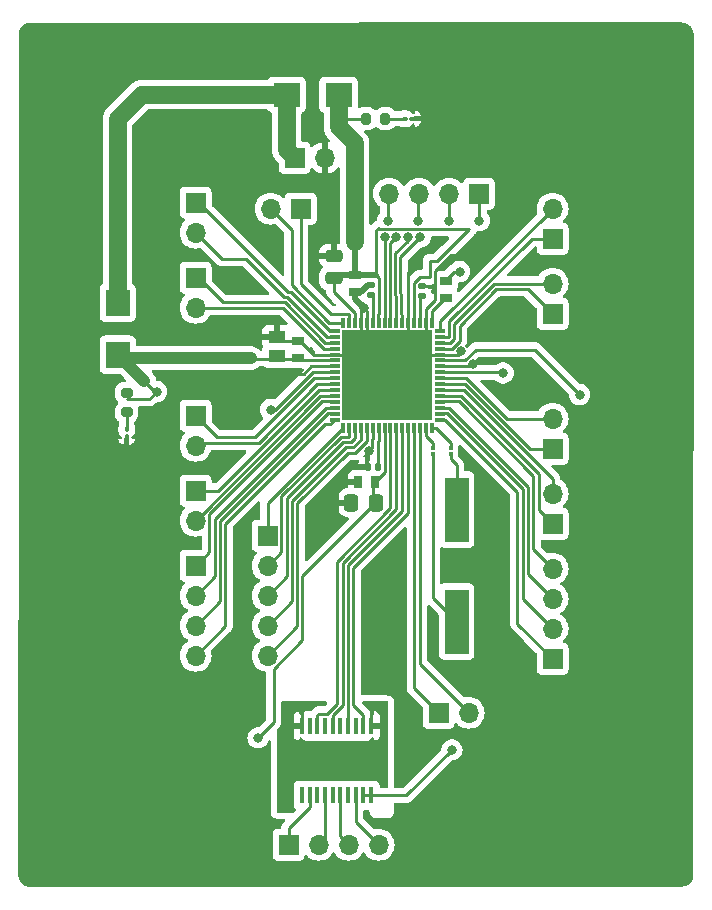
<source format=gbr>
%TF.GenerationSoftware,KiCad,Pcbnew,7.0.9*%
%TF.CreationDate,2024-01-11T15:45:20-05:00*%
%TF.ProjectId,AD7779_breakout,41443737-3739-45f6-9272-65616b6f7574,rev?*%
%TF.SameCoordinates,Original*%
%TF.FileFunction,Copper,L1,Top*%
%TF.FilePolarity,Positive*%
%FSLAX46Y46*%
G04 Gerber Fmt 4.6, Leading zero omitted, Abs format (unit mm)*
G04 Created by KiCad (PCBNEW 7.0.9) date 2024-01-11 15:45:20*
%MOMM*%
%LPD*%
G01*
G04 APERTURE LIST*
G04 Aperture macros list*
%AMRoundRect*
0 Rectangle with rounded corners*
0 $1 Rounding radius*
0 $2 $3 $4 $5 $6 $7 $8 $9 X,Y pos of 4 corners*
0 Add a 4 corners polygon primitive as box body*
4,1,4,$2,$3,$4,$5,$6,$7,$8,$9,$2,$3,0*
0 Add four circle primitives for the rounded corners*
1,1,$1+$1,$2,$3*
1,1,$1+$1,$4,$5*
1,1,$1+$1,$6,$7*
1,1,$1+$1,$8,$9*
0 Add four rect primitives between the rounded corners*
20,1,$1+$1,$2,$3,$4,$5,0*
20,1,$1+$1,$4,$5,$6,$7,0*
20,1,$1+$1,$6,$7,$8,$9,0*
20,1,$1+$1,$8,$9,$2,$3,0*%
G04 Aperture macros list end*
%TA.AperFunction,SMDPad,CuDef*%
%ADD10RoundRect,0.200000X0.275000X-0.200000X0.275000X0.200000X-0.275000X0.200000X-0.275000X-0.200000X0*%
%TD*%
%TA.AperFunction,SMDPad,CuDef*%
%ADD11RoundRect,0.250000X0.337500X0.475000X-0.337500X0.475000X-0.337500X-0.475000X0.337500X-0.475000X0*%
%TD*%
%TA.AperFunction,SMDPad,CuDef*%
%ADD12RoundRect,0.200000X0.200000X0.275000X-0.200000X0.275000X-0.200000X-0.275000X0.200000X-0.275000X0*%
%TD*%
%TA.AperFunction,SMDPad,CuDef*%
%ADD13RoundRect,0.250000X-0.475000X0.250000X-0.475000X-0.250000X0.475000X-0.250000X0.475000X0.250000X0*%
%TD*%
%TA.AperFunction,SMDPad,CuDef*%
%ADD14R,0.980000X0.780000*%
%TD*%
%TA.AperFunction,SMDPad,CuDef*%
%ADD15RoundRect,0.075600X-0.224400X-0.194400X0.224400X-0.194400X0.224400X0.194400X-0.224400X0.194400X0*%
%TD*%
%TA.AperFunction,SMDPad,CuDef*%
%ADD16R,0.780000X0.980000*%
%TD*%
%TA.AperFunction,SMDPad,CuDef*%
%ADD17RoundRect,0.075600X-0.194400X0.224400X-0.194400X-0.224400X0.194400X-0.224400X0.194400X0.224400X0*%
%TD*%
%TA.AperFunction,SMDPad,CuDef*%
%ADD18R,1.470000X1.020000*%
%TD*%
%TA.AperFunction,SMDPad,CuDef*%
%ADD19RoundRect,0.100000X0.100000X-0.130000X0.100000X0.130000X-0.100000X0.130000X-0.100000X-0.130000X0*%
%TD*%
%TA.AperFunction,SMDPad,CuDef*%
%ADD20RoundRect,0.100000X0.130000X0.100000X-0.130000X0.100000X-0.130000X-0.100000X0.130000X-0.100000X0*%
%TD*%
%TA.AperFunction,ComponentPad*%
%ADD21R,1.700000X1.700000*%
%TD*%
%TA.AperFunction,ComponentPad*%
%ADD22O,1.700000X1.700000*%
%TD*%
%TA.AperFunction,SMDPad,CuDef*%
%ADD23R,2.250000X2.050000*%
%TD*%
%TA.AperFunction,SMDPad,CuDef*%
%ADD24R,0.850000X0.300000*%
%TD*%
%TA.AperFunction,SMDPad,CuDef*%
%ADD25R,0.300000X0.850000*%
%TD*%
%TA.AperFunction,SMDPad,CuDef*%
%ADD26R,7.700000X7.700000*%
%TD*%
%TA.AperFunction,SMDPad,CuDef*%
%ADD27R,2.000000X5.500000*%
%TD*%
%TA.AperFunction,SMDPad,CuDef*%
%ADD28RoundRect,0.075000X0.075000X-0.125000X0.075000X0.125000X-0.075000X0.125000X-0.075000X-0.125000X0*%
%TD*%
%TA.AperFunction,SMDPad,CuDef*%
%ADD29R,0.450000X1.475000*%
%TD*%
%TA.AperFunction,SMDPad,CuDef*%
%ADD30R,2.050000X2.250000*%
%TD*%
%TA.AperFunction,ViaPad*%
%ADD31C,0.800000*%
%TD*%
%TA.AperFunction,Conductor*%
%ADD32C,0.250000*%
%TD*%
%TA.AperFunction,Conductor*%
%ADD33C,0.500000*%
%TD*%
%TA.AperFunction,Conductor*%
%ADD34C,1.500000*%
%TD*%
%TA.AperFunction,Conductor*%
%ADD35C,1.000000*%
%TD*%
G04 APERTURE END LIST*
D10*
%TO.P,R1,1*%
%TO.N,Net-(D3-A)*%
X136144000Y-109192000D03*
%TO.P,R1,2*%
%TO.N,Net-(D2-K)*%
X136144000Y-107542000D03*
%TD*%
D11*
%TO.P,C10,1*%
%TO.N,Net-(D2-K)*%
X157247500Y-116840000D03*
%TO.P,C10,2*%
%TO.N,GND1*%
X155172500Y-116840000D03*
%TD*%
D12*
%TO.P,R2,1*%
%TO.N,Net-(D4-A)*%
X158051000Y-84328000D03*
%TO.P,R2,2*%
%TO.N,Net-(D1-K)*%
X156401000Y-84328000D03*
%TD*%
D13*
%TO.P,C13,1*%
%TO.N,GND1*%
X153670000Y-95951000D03*
%TO.P,C13,2*%
%TO.N,Net-(D1-K)*%
X153670000Y-97851000D03*
%TD*%
D14*
%TO.P,C3,1*%
%TO.N,GND1*%
X150622000Y-103186000D03*
%TO.P,C3,2*%
%TO.N,Net-(D2-K)*%
X150622000Y-104586000D03*
%TD*%
%TO.P,C4,1*%
%TO.N,GND1*%
X155448000Y-98998000D03*
%TO.P,C4,2*%
%TO.N,Net-(D1-K)*%
X155448000Y-97598000D03*
%TD*%
%TO.P,C5,1*%
%TO.N,Net-(IC1-REF1+)*%
X163195000Y-98106000D03*
%TO.P,C5,2*%
%TO.N,Net-(IC1-REF_OUT)*%
X163195000Y-99506000D03*
%TD*%
D15*
%TO.P,C7,1*%
%TO.N,GND1*%
X161163000Y-98503000D03*
%TO.P,C7,2*%
%TO.N,Net-(IC1-AREG2CAP)*%
X161163000Y-99363000D03*
%TD*%
%TO.P,C8,1*%
%TO.N,GND1*%
X156845000Y-98425000D03*
%TO.P,C8,2*%
%TO.N,Net-(IC1-AREG1CAP)*%
X156845000Y-99285000D03*
%TD*%
D16*
%TO.P,C9,1*%
%TO.N,Net-(D2-K)*%
X157164000Y-115062000D03*
%TO.P,C9,2*%
%TO.N,GND1*%
X155764000Y-115062000D03*
%TD*%
D17*
%TO.P,C11,1*%
%TO.N,Net-(IC1-DREGCAP)*%
X157402000Y-113792000D03*
%TO.P,C11,2*%
%TO.N,GND1*%
X156542000Y-113792000D03*
%TD*%
D18*
%TO.P,C12,1*%
%TO.N,GND1*%
X148844000Y-102822000D03*
%TO.P,C12,2*%
%TO.N,Net-(D2-K)*%
X148844000Y-104442000D03*
%TD*%
D19*
%TO.P,D3,1,K*%
%TO.N,GND1*%
X136144000Y-111257000D03*
%TO.P,D3,2,A*%
%TO.N,Net-(D3-A)*%
X136144000Y-110617000D03*
%TD*%
D20*
%TO.P,D4,1,K*%
%TO.N,GND1*%
X160340000Y-84328000D03*
%TO.P,D4,2,A*%
%TO.N,Net-(D4-A)*%
X159700000Y-84328000D03*
%TD*%
D21*
%TO.P,J12,1,Pin_1*%
%TO.N,Net-(IC1-CONVST_SAR)*%
X148082000Y-119634000D03*
D22*
%TO.P,J12,2,Pin_2*%
%TO.N,Net-(IC1-ALERT{slash}~{CS})*%
X148082000Y-122174000D03*
%TO.P,J12,3,Pin_3*%
%TO.N,Net-(IC1-DCLK2{slash}SCLK)*%
X148082000Y-124714000D03*
%TO.P,J12,4,Pin_4*%
%TO.N,Net-(IC1-DCLK1{slash}SDI)*%
X148082000Y-127254000D03*
%TO.P,J12,5,Pin_5*%
%TO.N,Net-(IC1-DCLK0{slash}SDO)*%
X148082000Y-129794000D03*
%TD*%
D21*
%TO.P,J4,1,Pin_1*%
%TO.N,Net-(IC1-AIN2-)*%
X141986000Y-109474000D03*
D22*
%TO.P,J4,2,Pin_2*%
%TO.N,Net-(IC1-AIN2+)*%
X141986000Y-112014000D03*
%TD*%
D21*
%TO.P,J13,1,Pin_1*%
%TO.N,Net-(IC1-FORMAT1)*%
X165989000Y-90678000D03*
D22*
%TO.P,J13,2,Pin_2*%
%TO.N,Net-(IC1-FORMAT0)*%
X163449000Y-90678000D03*
%TO.P,J13,3,Pin_3*%
%TO.N,Net-(IC1-CLK_SEL)*%
X160909000Y-90678000D03*
%TO.P,J13,4,Pin_4*%
%TO.N,Net-(IC1-VCM)*%
X158369000Y-90678000D03*
%TD*%
D21*
%TO.P,J10,1,Pin_1*%
%TO.N,+3.3V*%
X150368000Y-87630000D03*
D22*
%TO.P,J10,2,Pin_2*%
%TO.N,GND1*%
X152908000Y-87630000D03*
%TD*%
D21*
%TO.P,J8,1,Pin_1*%
%TO.N,Net-(IC1-AIN6+)*%
X172212000Y-112268000D03*
D22*
%TO.P,J8,2,Pin_2*%
%TO.N,Net-(IC1-AIN6-)*%
X172212000Y-109728000D03*
%TD*%
D21*
%TO.P,J18,1,Pin_1*%
%TO.N,Net-(IC2-1Y3)*%
X149860000Y-145796000D03*
D22*
%TO.P,J18,2,Pin_2*%
%TO.N,Net-(IC2-1Y2)*%
X152400000Y-145796000D03*
%TO.P,J18,3,Pin_3*%
%TO.N,Net-(IC2-1Y1)*%
X154940000Y-145796000D03*
%TO.P,J18,4,Pin_4*%
%TO.N,Net-(IC2-1Y0)*%
X157480000Y-145796000D03*
%TD*%
D23*
%TO.P,D1,1,K*%
%TO.N,Net-(D1-K)*%
X154092000Y-82296000D03*
%TO.P,D1,2,A*%
%TO.N,+3.3V*%
X149692000Y-82296000D03*
%TD*%
D24*
%TO.P,IC1,1,AIN0-*%
%TO.N,Net-(IC1-AIN0-)*%
X153780000Y-102300000D03*
%TO.P,IC1,2,AIN0+*%
%TO.N,Net-(IC1-AIN0+)*%
X153780000Y-102800000D03*
%TO.P,IC1,3,AIN1-*%
%TO.N,Net-(IC1-AIN1-)*%
X153780000Y-103300000D03*
%TO.P,IC1,4,AIN1+*%
%TO.N,Net-(IC1-AIN1+)*%
X153780000Y-103800000D03*
%TO.P,IC1,5,AVSS1A*%
%TO.N,GND1*%
X153780000Y-104300000D03*
%TO.P,IC1,6,AVDD1A*%
%TO.N,Net-(D2-K)*%
X153780000Y-104800000D03*
%TO.P,IC1,7,REF1-*%
%TO.N,GND1*%
X153780000Y-105300000D03*
%TO.P,IC1,8,REF1+*%
%TO.N,Net-(IC1-REF1+)*%
X153780000Y-105800000D03*
%TO.P,IC1,9,AIN2-*%
%TO.N,Net-(IC1-AIN2-)*%
X153780000Y-106300000D03*
%TO.P,IC1,10,AIN2+*%
%TO.N,Net-(IC1-AIN2+)*%
X153780000Y-106800000D03*
%TO.P,IC1,11,AIN3-*%
%TO.N,Net-(IC1-AIN3-)*%
X153780000Y-107300000D03*
%TO.P,IC1,12,AIN3+*%
%TO.N,Net-(IC1-AIN3+)*%
X153780000Y-107800000D03*
%TO.P,IC1,13,MODE0/GPIO0*%
%TO.N,Net-(IC1-MODE0{slash}GPIO0)*%
X153780000Y-108300000D03*
%TO.P,IC1,14,MODE1/GPIO1*%
%TO.N,Net-(IC1-MODE1{slash}GPIO1)*%
X153780000Y-108800000D03*
%TO.P,IC1,15,MODE2/GPIO2*%
%TO.N,Net-(IC1-MODE2{slash}GPIO2)*%
X153780000Y-109300000D03*
%TO.P,IC1,16,MODE3/ALERT*%
%TO.N,Net-(IC1-MODE3{slash}ALERT)*%
X153780000Y-109800000D03*
D25*
%TO.P,IC1,17,CONVST_SAR*%
%TO.N,Net-(IC1-CONVST_SAR)*%
X154480000Y-110500000D03*
%TO.P,IC1,18,ALERT/~{CS}*%
%TO.N,Net-(IC1-ALERT{slash}~{CS})*%
X154980000Y-110500000D03*
%TO.P,IC1,19,DCLK2/SCLK*%
%TO.N,Net-(IC1-DCLK2{slash}SCLK)*%
X155480000Y-110500000D03*
%TO.P,IC1,20,DCLK1/SDI*%
%TO.N,Net-(IC1-DCLK1{slash}SDI)*%
X155980000Y-110500000D03*
%TO.P,IC1,21,DCLK0/SDO*%
%TO.N,Net-(IC1-DCLK0{slash}SDO)*%
X156480000Y-110500000D03*
%TO.P,IC1,22,DGND*%
%TO.N,GND1*%
X156980000Y-110500000D03*
%TO.P,IC1,23,DREGCAP*%
%TO.N,Net-(IC1-DREGCAP)*%
X157480000Y-110500000D03*
%TO.P,IC1,24,IOVDD*%
%TO.N,Net-(D2-K)*%
X157980000Y-110500000D03*
%TO.P,IC1,25,DOUT3*%
%TO.N,Net-(IC1-DOUT3)*%
X158480000Y-110500000D03*
%TO.P,IC1,26,DOUT2*%
%TO.N,Net-(IC1-DOUT2)*%
X158980000Y-110500000D03*
%TO.P,IC1,27,DOUT1*%
%TO.N,Net-(IC1-DOUT1)*%
X159480000Y-110500000D03*
%TO.P,IC1,28,DOUT0*%
%TO.N,Net-(IC1-DOUT0)*%
X159980000Y-110500000D03*
%TO.P,IC1,29,DCLK*%
%TO.N,Net-(IC1-DCLK)*%
X160480000Y-110500000D03*
%TO.P,IC1,30,~{DRDY}*%
%TO.N,Net-(IC1-~{DRDY})*%
X160980000Y-110500000D03*
%TO.P,IC1,31,XTAL1*%
%TO.N,Net-(IC1-XTAL1)*%
X161480000Y-110500000D03*
%TO.P,IC1,32,XTAL2/MCLK*%
%TO.N,Net-(IC1-XTAL2{slash}MCLK)*%
X161980000Y-110500000D03*
D24*
%TO.P,IC1,33,~{START}*%
%TO.N,Net-(IC1-~{START})*%
X162680000Y-109800000D03*
%TO.P,IC1,34,~{SYNC_OUT}*%
%TO.N,Net-(IC1-~{SYNC_OUT})*%
X162680000Y-109300000D03*
%TO.P,IC1,35,~{SYNC_IN}*%
%TO.N,Net-(IC1-~{SYNC_IN})*%
X162680000Y-108800000D03*
%TO.P,IC1,36,~{RESET}*%
%TO.N,Net-(IC1-~{RESET})*%
X162680000Y-108300000D03*
%TO.P,IC1,37,AIN7+*%
%TO.N,Net-(IC1-AIN7+)*%
X162680000Y-107800000D03*
%TO.P,IC1,38,AIN7-*%
%TO.N,Net-(IC1-AIN7-)*%
X162680000Y-107300000D03*
%TO.P,IC1,39,AIN6+*%
%TO.N,Net-(IC1-AIN6+)*%
X162680000Y-106800000D03*
%TO.P,IC1,40,AIN6-*%
%TO.N,Net-(IC1-AIN6-)*%
X162680000Y-106300000D03*
%TO.P,IC1,41,REF2+*%
%TO.N,Net-(IC1-REF1+)*%
X162680000Y-105800000D03*
%TO.P,IC1,42,REF2-*%
%TO.N,GND1*%
X162680000Y-105300000D03*
%TO.P,IC1,43,AVDD1B*%
%TO.N,Net-(D2-K)*%
X162680000Y-104800000D03*
%TO.P,IC1,44,AVSS1B*%
%TO.N,GND1*%
X162680000Y-104300000D03*
%TO.P,IC1,45,AIN5+*%
%TO.N,Net-(IC1-AIN5+)*%
X162680000Y-103800000D03*
%TO.P,IC1,46,AIN5-*%
%TO.N,Net-(IC1-AIN5-)*%
X162680000Y-103300000D03*
%TO.P,IC1,47,AIN4+*%
%TO.N,Net-(IC1-AIN4+)*%
X162680000Y-102800000D03*
%TO.P,IC1,48,AIN4-*%
%TO.N,Net-(IC1-AIN4-)*%
X162680000Y-102300000D03*
D25*
%TO.P,IC1,49,REF_OUT*%
%TO.N,Net-(IC1-REF_OUT)*%
X161980000Y-101600000D03*
%TO.P,IC1,50,AVSS2B*%
%TO.N,GND1*%
X161480000Y-101600000D03*
%TO.P,IC1,51,AREG2CAP*%
%TO.N,Net-(IC1-AREG2CAP)*%
X160980000Y-101600000D03*
%TO.P,IC1,52,AVDD2B*%
%TO.N,Net-(D1-K)*%
X160480000Y-101600000D03*
%TO.P,IC1,53,AVSS3*%
%TO.N,GND1*%
X159980000Y-101600000D03*
%TO.P,IC1,54,FORMAT1*%
%TO.N,Net-(IC1-FORMAT1)*%
X159480000Y-101600000D03*
%TO.P,IC1,55,FORMAT0*%
%TO.N,Net-(IC1-FORMAT0)*%
X158980000Y-101600000D03*
%TO.P,IC1,56,CLK_SEL*%
%TO.N,Net-(IC1-CLK_SEL)*%
X158480000Y-101600000D03*
%TO.P,IC1,57,VCM*%
%TO.N,Net-(IC1-VCM)*%
X157980000Y-101600000D03*
%TO.P,IC1,58,AVDD2A*%
%TO.N,Net-(D1-K)*%
X157480000Y-101600000D03*
%TO.P,IC1,59,AREG1CAP*%
%TO.N,Net-(IC1-AREG1CAP)*%
X156980000Y-101600000D03*
%TO.P,IC1,60,AVSS2A*%
%TO.N,GND1*%
X156480000Y-101600000D03*
%TO.P,IC1,61,AVSS4*%
X155980000Y-101600000D03*
%TO.P,IC1,62,AVDD4*%
%TO.N,Net-(D1-K)*%
X155480000Y-101600000D03*
%TO.P,IC1,63,AUXAIN+*%
%TO.N,Net-(IC1-AUXAIN+)*%
X154980000Y-101600000D03*
%TO.P,IC1,64,AUXAIN-*%
%TO.N,Net-(IC1-AUXAIN-)*%
X154480000Y-101600000D03*
D26*
%TO.P,IC1,65,EP*%
%TO.N,GND1*%
X158230000Y-106050000D03*
%TD*%
D21*
%TO.P,J15,1,Pin_1*%
%TO.N,Net-(IC1-~{START})*%
X172212000Y-130048000D03*
D22*
%TO.P,J15,2,Pin_2*%
%TO.N,Net-(IC1-~{SYNC_OUT})*%
X172212000Y-127508000D03*
%TO.P,J15,3,Pin_3*%
%TO.N,Net-(IC1-~{SYNC_IN})*%
X172212000Y-124968000D03*
%TO.P,J15,4,Pin_4*%
%TO.N,Net-(IC1-~{RESET})*%
X172212000Y-122428000D03*
%TD*%
D21*
%TO.P,J5,1,Pin_1*%
%TO.N,Net-(IC1-AIN3-)*%
X141986000Y-115824000D03*
D22*
%TO.P,J5,2,Pin_2*%
%TO.N,Net-(IC1-AIN3+)*%
X141986000Y-118364000D03*
%TD*%
D27*
%TO.P,Y1,1,1*%
%TO.N,Net-(C2-Pad1)*%
X164084000Y-117424000D03*
%TO.P,Y1,2,2*%
%TO.N,Net-(C1-Pad1)*%
X164084000Y-126924000D03*
%TD*%
D21*
%TO.P,J7,1,Pin_1*%
%TO.N,Net-(IC1-AIN5+)*%
X172212000Y-100838000D03*
D22*
%TO.P,J7,2,Pin_2*%
%TO.N,Net-(IC1-AIN5-)*%
X172212000Y-98298000D03*
%TD*%
D21*
%TO.P,J19,1,Pin_1*%
%TO.N,Net-(IC1-DCLK)*%
X162560000Y-134620000D03*
D22*
%TO.P,J19,2,Pin_2*%
%TO.N,Net-(IC1-~{DRDY})*%
X165100000Y-134620000D03*
%TD*%
D21*
%TO.P,J6,1,Pin_1*%
%TO.N,Net-(IC1-AIN4+)*%
X172212000Y-94488000D03*
D22*
%TO.P,J6,2,Pin_2*%
%TO.N,Net-(IC1-AIN4-)*%
X172212000Y-91948000D03*
%TD*%
D21*
%TO.P,J11,1,Pin_1*%
%TO.N,Net-(IC1-MODE0{slash}GPIO0)*%
X141986000Y-122174000D03*
D22*
%TO.P,J11,2,Pin_2*%
%TO.N,Net-(IC1-MODE1{slash}GPIO1)*%
X141986000Y-124714000D03*
%TO.P,J11,3,Pin_3*%
%TO.N,Net-(IC1-MODE2{slash}GPIO2)*%
X141986000Y-127254000D03*
%TO.P,J11,4,Pin_4*%
%TO.N,Net-(IC1-MODE3{slash}ALERT)*%
X141986000Y-129794000D03*
%TD*%
D21*
%TO.P,J3,1,Pin_1*%
%TO.N,Net-(IC1-AIN1-)*%
X141986000Y-97790000D03*
D22*
%TO.P,J3,2,Pin_2*%
%TO.N,Net-(IC1-AIN1+)*%
X141986000Y-100330000D03*
%TD*%
D28*
%TO.P,C1,1,1*%
%TO.N,Net-(C1-Pad1)*%
X162052000Y-112710000D03*
%TO.P,C1,2,2*%
%TO.N,Net-(IC1-XTAL1)*%
X162052000Y-112210000D03*
%TD*%
D21*
%TO.P,J9,1,Pin_1*%
%TO.N,Net-(IC1-AIN7+)*%
X172212000Y-118618000D03*
D22*
%TO.P,J9,2,Pin_2*%
%TO.N,Net-(IC1-AIN7-)*%
X172212000Y-116078000D03*
%TD*%
D21*
%TO.P,J2,1,Pin_1*%
%TO.N,Net-(IC1-AIN0-)*%
X141986000Y-91435000D03*
D22*
%TO.P,J2,2,Pin_2*%
%TO.N,Net-(IC1-AIN0+)*%
X141986000Y-93975000D03*
%TD*%
D29*
%TO.P,IC2,20,VCC*%
%TO.N,Net-(D2-K)*%
X156849000Y-141622000D03*
%TO.P,IC2,19,~{2OE}*%
X156199000Y-141622000D03*
%TO.P,IC2,18,1Y0*%
%TO.N,Net-(IC2-1Y0)*%
X155549000Y-141622000D03*
%TO.P,IC2,17,2A0*%
%TO.N,unconnected-(IC2-2A0-Pad17)*%
X154899000Y-141622000D03*
%TO.P,IC2,16,1Y1*%
%TO.N,Net-(IC2-1Y1)*%
X154249000Y-141622000D03*
%TO.P,IC2,15,2A1*%
%TO.N,unconnected-(IC2-2A1-Pad15)*%
X153599000Y-141622000D03*
%TO.P,IC2,14,1Y2*%
%TO.N,Net-(IC2-1Y2)*%
X152949000Y-141622000D03*
%TO.P,IC2,13,2A2*%
%TO.N,unconnected-(IC2-2A2-Pad13)*%
X152299000Y-141622000D03*
%TO.P,IC2,12,1Y3*%
%TO.N,Net-(IC2-1Y3)*%
X151649000Y-141622000D03*
%TO.P,IC2,11,2A3*%
%TO.N,unconnected-(IC2-2A3-Pad11)*%
X150999000Y-141622000D03*
%TO.P,IC2,10,GND*%
%TO.N,GND2*%
X150999000Y-135746000D03*
%TO.P,IC2,9,2Y3*%
%TO.N,unconnected-(IC2-2Y3-Pad9)*%
X151649000Y-135746000D03*
%TO.P,IC2,8,1A3*%
%TO.N,Net-(IC1-DOUT3)*%
X152299000Y-135746000D03*
%TO.P,IC2,7,2Y2*%
%TO.N,unconnected-(IC2-2Y2-Pad7)*%
X152949000Y-135746000D03*
%TO.P,IC2,6,1A2*%
%TO.N,Net-(IC1-DOUT2)*%
X153599000Y-135746000D03*
%TO.P,IC2,5,2Y1*%
%TO.N,unconnected-(IC2-2Y1-Pad5)*%
X154249000Y-135746000D03*
%TO.P,IC2,4,1A1*%
%TO.N,Net-(IC1-DOUT1)*%
X154899000Y-135746000D03*
%TO.P,IC2,3,2Y0*%
%TO.N,unconnected-(IC2-2Y0-Pad3)*%
X155549000Y-135746000D03*
%TO.P,IC2,2,1A0*%
%TO.N,Net-(IC1-DOUT0)*%
X156199000Y-135746000D03*
%TO.P,IC2,1,~{1OE}*%
%TO.N,GND2*%
X156849000Y-135746000D03*
%TD*%
D21*
%TO.P,J1,1,Pin_1*%
%TO.N,Net-(IC1-AUXAIN+)*%
X150881000Y-91948000D03*
D22*
%TO.P,J1,2,Pin_2*%
%TO.N,Net-(IC1-AUXAIN-)*%
X148341000Y-91948000D03*
%TD*%
D28*
%TO.P,C2,1,1*%
%TO.N,Net-(C2-Pad1)*%
X163576000Y-112710000D03*
%TO.P,C2,2,2*%
%TO.N,Net-(IC1-XTAL2{slash}MCLK)*%
X163576000Y-112210000D03*
%TD*%
D30*
%TO.P,D2,2,A*%
%TO.N,+3.3V*%
X135382000Y-99908000D03*
%TO.P,D2,1,K*%
%TO.N,Net-(D2-K)*%
X135382000Y-104308000D03*
%TD*%
D31*
%TO.N,Net-(D2-K)*%
X174498000Y-107696000D03*
X138684000Y-107442000D03*
%TO.N,GND1*%
X164465000Y-104013000D03*
X165481000Y-105100500D03*
X149733000Y-105918000D03*
X156210000Y-100330000D03*
X160655000Y-96647000D03*
X165354000Y-95885000D03*
X156677937Y-112460850D03*
%TO.N,Net-(IC1-FORMAT1)*%
X165989000Y-92964000D03*
X160997081Y-94363500D03*
%TO.N,Net-(IC1-FORMAT0)*%
X159936506Y-94363500D03*
X163449000Y-92964000D03*
%TO.N,Net-(IC1-CLK_SEL)*%
X160782000Y-92964000D03*
X158962003Y-94363500D03*
%TO.N,Net-(IC1-VCM)*%
X157987500Y-94363500D03*
X158242000Y-92964000D03*
%TO.N,Net-(D2-K)*%
X163677600Y-137769600D03*
X147269200Y-136753600D03*
%TO.N,Net-(IC1-REF1+)*%
X164338000Y-97282000D03*
X148336000Y-108966000D03*
X168021000Y-105863500D03*
%TD*%
D32*
%TO.N,Net-(D3-A)*%
X136144000Y-109192000D02*
X136144000Y-110617000D01*
%TO.N,Net-(D4-A)*%
X158051000Y-84328000D02*
X159700000Y-84328000D01*
%TO.N,Net-(D1-K)*%
X156401000Y-84328000D02*
X154092000Y-84328000D01*
D33*
%TO.N,GND1*%
X155972000Y-98998000D02*
X156545000Y-98425000D01*
%TO.N,Net-(D1-K)*%
X157288000Y-97598000D02*
X155448000Y-97598000D01*
D32*
X157288000Y-97598000D02*
X157288000Y-93791000D01*
X157485000Y-97795000D02*
X157288000Y-97598000D01*
X157288000Y-93791000D02*
X157480000Y-93599000D01*
X157480000Y-93599000D02*
X157545000Y-93664000D01*
X161828000Y-97760000D02*
X161828000Y-96393000D01*
D34*
X155448000Y-94742000D02*
X155448000Y-86422000D01*
D32*
X160953928Y-97760000D02*
X161828000Y-97760000D01*
X160480000Y-101600000D02*
X160480000Y-98233928D01*
X165162000Y-93664000D02*
X162433000Y-96393000D01*
X162433000Y-96393000D02*
X161828000Y-96393000D01*
X160480000Y-98233928D02*
X160953928Y-97760000D01*
X157545000Y-93664000D02*
X165162000Y-93664000D01*
D33*
%TO.N,GND1*%
X156545000Y-98425000D02*
X156845000Y-98425000D01*
D32*
%TO.N,Net-(IC1-AREG1CAP)*%
X157035000Y-99475000D02*
X156845000Y-99285000D01*
%TO.N,Net-(D1-K)*%
X155480000Y-101600000D02*
X155480000Y-100773960D01*
X155480000Y-100773960D02*
X153670000Y-98963960D01*
X153670000Y-98963960D02*
X153670000Y-97711000D01*
D33*
X154192000Y-97598000D02*
X155448000Y-97598000D01*
X155448000Y-97598000D02*
X155448000Y-94742000D01*
D32*
X157485000Y-100858122D02*
X157485000Y-97795000D01*
D33*
%TO.N,GND1*%
X155448000Y-99568000D02*
X156210000Y-100330000D01*
X155448000Y-98998000D02*
X155972000Y-98998000D01*
X155448000Y-98998000D02*
X155448000Y-99568000D01*
D32*
%TO.N,Net-(D1-K)*%
X157455000Y-100888122D02*
X157485000Y-100858122D01*
%TO.N,GND1*%
X162680000Y-104300000D02*
X164178000Y-104300000D01*
X164178000Y-104300000D02*
X164465000Y-104013000D01*
D35*
%TO.N,Net-(D2-K)*%
X135674000Y-104600000D02*
X137627000Y-106553000D01*
D32*
X138516000Y-107442000D02*
X137627000Y-106553000D01*
X138684000Y-107442000D02*
X138516000Y-107442000D01*
D35*
X146637000Y-104600000D02*
X135674000Y-104600000D01*
D34*
%TO.N,Net-(D1-K)*%
X154092000Y-84328000D02*
X154092000Y-82296000D01*
X154092000Y-85066000D02*
X154092000Y-84328000D01*
D32*
%TO.N,Net-(D2-K)*%
X150836000Y-104800000D02*
X153780000Y-104800000D01*
X150622000Y-104586000D02*
X150836000Y-104800000D01*
X146558000Y-104648000D02*
X150746000Y-104648000D01*
D34*
%TO.N,Net-(D1-K)*%
X155448000Y-86422000D02*
X154092000Y-85066000D01*
D32*
%TO.N,Net-(IC1-REF1+)*%
X148336000Y-108966000D02*
X148717000Y-108966000D01*
X148717000Y-108966000D02*
X151883000Y-105800000D01*
X151883000Y-105800000D02*
X153780000Y-105800000D01*
%TO.N,Net-(D2-K)*%
X138079000Y-108047000D02*
X136144000Y-108047000D01*
X138684000Y-107442000D02*
X138079000Y-108047000D01*
%TO.N,Net-(IC1-AIN1-)*%
X144330000Y-99880000D02*
X142240000Y-97790000D01*
X149535604Y-99880000D02*
X144330000Y-99880000D01*
X142240000Y-97790000D02*
X141986000Y-97790000D01*
X152955604Y-103300000D02*
X149535604Y-99880000D01*
X153780000Y-103300000D02*
X152955604Y-103300000D01*
D34*
%TO.N,+3.3V*%
X137414000Y-82296000D02*
X135382000Y-84328000D01*
X135382000Y-84328000D02*
X135382000Y-99908000D01*
X149692000Y-82296000D02*
X137414000Y-82296000D01*
%TO.N,Net-(D2-K)*%
X135674000Y-104600000D02*
X135382000Y-104308000D01*
D32*
X170688000Y-103886000D02*
X174498000Y-107696000D01*
X164791550Y-104800000D02*
X165705550Y-103886000D01*
X162680000Y-104800000D02*
X164791550Y-104800000D01*
X165705550Y-103886000D02*
X170688000Y-103886000D01*
X159825200Y-141622000D02*
X163677600Y-137769600D01*
X156849000Y-141622000D02*
X159825200Y-141622000D01*
X156199000Y-141622000D02*
X156849000Y-141622000D01*
X148583000Y-135439800D02*
X148583000Y-130944000D01*
X147269200Y-136753600D02*
X148583000Y-135439800D01*
X151032000Y-128495000D02*
X148583000Y-130944000D01*
X151032000Y-123053000D02*
X151032000Y-128495000D01*
X157020000Y-117065000D02*
X151032000Y-123053000D01*
X157020000Y-116840000D02*
X157020000Y-117065000D01*
%TO.N,Net-(C1-Pad1)*%
X162052000Y-124892000D02*
X162052000Y-112710000D01*
X164084000Y-126924000D02*
X162052000Y-124892000D01*
%TO.N,Net-(IC1-XTAL1)*%
X161480000Y-111188000D02*
X161480000Y-110500000D01*
X162052000Y-112210000D02*
X162052000Y-111760000D01*
X162052000Y-111760000D02*
X161480000Y-111188000D01*
%TO.N,Net-(C2-Pad1)*%
X164084000Y-117424000D02*
X164084000Y-113668000D01*
X163576000Y-113160000D02*
X163576000Y-112710000D01*
X164084000Y-113668000D02*
X163576000Y-113160000D01*
%TO.N,Net-(IC1-XTAL2{slash}MCLK)*%
X163576000Y-111760000D02*
X162316000Y-110500000D01*
X162316000Y-110500000D02*
X161980000Y-110500000D01*
X163576000Y-111760000D02*
X163576000Y-112210000D01*
%TO.N,GND1*%
X151781960Y-105300000D02*
X151163960Y-105918000D01*
X162253000Y-99684604D02*
X161480000Y-100457604D01*
X156480000Y-101600000D02*
X156480000Y-104300000D01*
X159980000Y-97322000D02*
X160655000Y-96647000D01*
X161480000Y-101600000D02*
X161480000Y-102800000D01*
X161480000Y-102800000D02*
X158230000Y-106050000D01*
X150622000Y-103186000D02*
X149208000Y-103186000D01*
X162253000Y-98298000D02*
X162253000Y-99684604D01*
X153780000Y-104300000D02*
X156480000Y-104300000D01*
X162048000Y-98503000D02*
X162253000Y-98298000D01*
X151163960Y-105918000D02*
X149733000Y-105918000D01*
X163576000Y-95885000D02*
X165354000Y-95885000D01*
X149208000Y-103186000D02*
X148844000Y-102822000D01*
X156980000Y-111447604D02*
X156952000Y-111475604D01*
X165281500Y-105300000D02*
X162680000Y-105300000D01*
X159980000Y-101600000D02*
X159980000Y-104300000D01*
X161480000Y-100457604D02*
X161480000Y-101600000D01*
X155980000Y-101600000D02*
X155980000Y-100560000D01*
X156480000Y-100600000D02*
X156210000Y-100330000D01*
X159980000Y-101600000D02*
X159980000Y-97322000D01*
X156952000Y-112186787D02*
X156677937Y-112460850D01*
X159980000Y-104300000D02*
X158230000Y-106050000D01*
X162253000Y-97208000D02*
X162253000Y-98298000D01*
X155980000Y-100560000D02*
X156210000Y-100330000D01*
X156980000Y-110500000D02*
X156980000Y-111447604D01*
X151978924Y-104300000D02*
X150864924Y-103186000D01*
X153780000Y-105300000D02*
X151781960Y-105300000D01*
X156480000Y-101600000D02*
X156480000Y-100600000D01*
X153780000Y-104300000D02*
X151978924Y-104300000D01*
X155980000Y-103800000D02*
X158230000Y-106050000D01*
X161163000Y-98503000D02*
X162048000Y-98503000D01*
X156952000Y-111475604D02*
X156952000Y-112186787D01*
X162253000Y-97208000D02*
X163576000Y-95885000D01*
X150864924Y-103186000D02*
X150622000Y-103186000D01*
X155980000Y-101600000D02*
X155980000Y-103800000D01*
X162680000Y-104300000D02*
X159980000Y-104300000D01*
X165481000Y-105100500D02*
X165281500Y-105300000D01*
X156480000Y-104300000D02*
X158230000Y-106050000D01*
D34*
%TO.N,+3.3V*%
X149692000Y-86954000D02*
X150368000Y-87630000D01*
X149692000Y-82296000D02*
X149692000Y-86954000D01*
D32*
%TO.N,Net-(IC1-REF_OUT)*%
X161980000Y-101600000D02*
X161980000Y-100594000D01*
X161980000Y-100594000D02*
X163068000Y-99506000D01*
%TO.N,Net-(IC1-AREG2CAP)*%
X160980000Y-99546000D02*
X161163000Y-99363000D01*
X160980000Y-101600000D02*
X160980000Y-99546000D01*
%TO.N,Net-(IC1-AREG1CAP)*%
X157035000Y-100671726D02*
X157035000Y-99475000D01*
X156980000Y-100726726D02*
X157035000Y-100671726D01*
X156980000Y-101600000D02*
X156980000Y-100726726D01*
%TO.N,Net-(IC1-DREGCAP)*%
X157402000Y-111662000D02*
X157402000Y-113792000D01*
X157480000Y-111584000D02*
X157402000Y-111662000D01*
X157480000Y-110500000D02*
X157480000Y-111584000D01*
%TO.N,Net-(IC1-AIN0-)*%
X150034000Y-98980000D02*
X149780000Y-98980000D01*
X153354000Y-102300000D02*
X150034000Y-98980000D01*
X149780000Y-98980000D02*
X142235000Y-91435000D01*
X153780000Y-102300000D02*
X153354000Y-102300000D01*
X142235000Y-91435000D02*
X141986000Y-91435000D01*
%TO.N,Net-(IC1-AIN0+)*%
X149722000Y-99430000D02*
X149468000Y-99430000D01*
X153780000Y-102800000D02*
X153092000Y-102800000D01*
X146230000Y-96192000D02*
X144203000Y-96192000D01*
X149468000Y-99430000D02*
X146230000Y-96192000D01*
X153092000Y-102800000D02*
X149722000Y-99430000D01*
X144203000Y-96192000D02*
X141986000Y-93975000D01*
%TO.N,Net-(IC1-AIN1+)*%
X149349208Y-100330000D02*
X141986000Y-100330000D01*
X152819208Y-103800000D02*
X149349208Y-100330000D01*
X153780000Y-103800000D02*
X152819208Y-103800000D01*
%TO.N,Net-(IC1-AIN2-)*%
X147008000Y-111310000D02*
X152018000Y-106300000D01*
X143822000Y-111310000D02*
X147008000Y-111310000D01*
X141986000Y-109474000D02*
X143822000Y-111310000D01*
X152018000Y-106300000D02*
X153780000Y-106300000D01*
%TO.N,Net-(IC1-AIN2+)*%
X152280000Y-106800000D02*
X147320000Y-111760000D01*
X147320000Y-111760000D02*
X142240000Y-111760000D01*
X153780000Y-106800000D02*
X152280000Y-106800000D01*
X142240000Y-111760000D02*
X141986000Y-112014000D01*
%TO.N,Net-(IC1-AIN3-)*%
X152416396Y-107300000D02*
X143892396Y-115824000D01*
X143892396Y-115824000D02*
X141986000Y-115824000D01*
X153780000Y-107300000D02*
X152416396Y-107300000D01*
%TO.N,Net-(IC1-AIN3+)*%
X152552792Y-107800000D02*
X141988792Y-118364000D01*
X141988792Y-118364000D02*
X141986000Y-118364000D01*
X153780000Y-107800000D02*
X152552792Y-107800000D01*
%TO.N,Net-(IC1-MODE0{slash}GPIO0)*%
X153780000Y-108300000D02*
X153755000Y-108275000D01*
X152714188Y-108275000D02*
X143161000Y-117828188D01*
X153755000Y-108275000D02*
X152714188Y-108275000D01*
X143161000Y-117828188D02*
X143161000Y-120999000D01*
X143161000Y-120999000D02*
X141986000Y-122174000D01*
%TO.N,Net-(IC1-MODE1{slash}GPIO1)*%
X153780000Y-108800000D02*
X153055000Y-108800000D01*
X153055000Y-108800000D02*
X143611000Y-118244000D01*
X143611000Y-118244000D02*
X143611000Y-123089000D01*
X143611000Y-123089000D02*
X141986000Y-124714000D01*
%TO.N,Net-(IC1-MODE2{slash}GPIO2)*%
X153780000Y-109300000D02*
X153755000Y-109275000D01*
X153755000Y-109275000D02*
X153216396Y-109275000D01*
X144061000Y-125179000D02*
X141986000Y-127254000D01*
X153216396Y-109275000D02*
X144061000Y-118430396D01*
X144061000Y-118430396D02*
X144061000Y-125179000D01*
%TO.N,Net-(IC1-MODE3{slash}ALERT)*%
X152919792Y-110208000D02*
X144511000Y-118616792D01*
X153780000Y-109800000D02*
X153372000Y-110208000D01*
X144511000Y-127269000D02*
X141986000Y-129794000D01*
X144511000Y-118616792D02*
X144511000Y-127269000D01*
X153372000Y-110208000D02*
X152919792Y-110208000D01*
%TO.N,Net-(IC1-CONVST_SAR)*%
X154422000Y-110500000D02*
X148082000Y-116840000D01*
X148082000Y-116840000D02*
X148082000Y-119634000D01*
X154480000Y-110500000D02*
X154422000Y-110500000D01*
%TO.N,Net-(IC1-ALERT{slash}~{CS})*%
X154980000Y-110500000D02*
X154980000Y-111225000D01*
X149257000Y-120999000D02*
X148082000Y-122174000D01*
X154980000Y-111225000D02*
X154955000Y-111250000D01*
X154955000Y-111250000D02*
X154308396Y-111250000D01*
X149257000Y-116301396D02*
X149257000Y-120999000D01*
X154308396Y-111250000D02*
X149257000Y-116301396D01*
%TO.N,Net-(IC1-DCLK2{slash}SCLK)*%
X154494792Y-111700000D02*
X149707000Y-116487792D01*
X155480000Y-110500000D02*
X155480000Y-111361396D01*
X149707000Y-116487792D02*
X149707000Y-123089000D01*
X149707000Y-123089000D02*
X148082000Y-124714000D01*
X155480000Y-111361396D02*
X155141396Y-111700000D01*
X155141396Y-111700000D02*
X154494792Y-111700000D01*
%TO.N,Net-(IC1-DCLK1{slash}SDI)*%
X154681188Y-112150000D02*
X150157000Y-116674188D01*
X155327792Y-112150000D02*
X154681188Y-112150000D01*
X150157000Y-125179000D02*
X148082000Y-127254000D01*
X155980000Y-110500000D02*
X155980000Y-111497792D01*
X155980000Y-111497792D02*
X155327792Y-112150000D01*
X150157000Y-116674188D02*
X150157000Y-125179000D01*
%TO.N,Net-(IC1-DCLK0{slash}SDO)*%
X155514188Y-112600000D02*
X154867584Y-112600000D01*
X154867584Y-112600000D02*
X150607000Y-116860584D01*
X156480000Y-111634188D02*
X155514188Y-112600000D01*
X156480000Y-110500000D02*
X156480000Y-111634188D01*
X150607000Y-127269000D02*
X148082000Y-129794000D01*
X150607000Y-116860584D02*
X150607000Y-127269000D01*
%TO.N,Net-(IC1-DOUT3)*%
X152424000Y-134708500D02*
X152299000Y-134833500D01*
X153924000Y-133907460D02*
X153122960Y-134708500D01*
X152299000Y-134833500D02*
X152299000Y-135746000D01*
X153122960Y-134708500D02*
X152424000Y-134708500D01*
X153924000Y-121831000D02*
X153924000Y-133907460D01*
X158480000Y-117275000D02*
X153924000Y-121831000D01*
X158480000Y-110500000D02*
X158480000Y-117275000D01*
%TO.N,Net-(IC1-DOUT2)*%
X154432000Y-121959396D02*
X154432000Y-134000500D01*
X154432000Y-134000500D02*
X153599000Y-134833500D01*
X153599000Y-134833500D02*
X153599000Y-135746000D01*
X158980000Y-110500000D02*
X158980000Y-117411396D01*
X158980000Y-117411396D02*
X154432000Y-121959396D01*
%TO.N,Net-(IC1-DOUT1)*%
X154899000Y-122128792D02*
X154899000Y-135746000D01*
X159480000Y-110500000D02*
X159480000Y-117547792D01*
X159480000Y-117547792D02*
X154899000Y-122128792D01*
%TO.N,Net-(IC1-DOUT0)*%
X156199000Y-134833500D02*
X156199000Y-135746000D01*
X159980000Y-110500000D02*
X159980000Y-117684188D01*
X155324000Y-122340188D02*
X155324000Y-133958500D01*
X155324000Y-133958500D02*
X156199000Y-134833500D01*
X159980000Y-117684188D02*
X155324000Y-122340188D01*
%TO.N,Net-(IC1-DCLK)*%
X160480000Y-132540000D02*
X162560000Y-134620000D01*
X160480000Y-110500000D02*
X160480000Y-132540000D01*
%TO.N,Net-(IC1-~{DRDY})*%
X160980000Y-110500000D02*
X160980000Y-130500000D01*
X160980000Y-130500000D02*
X165100000Y-134620000D01*
%TO.N,Net-(IC1-FORMAT1)*%
X165989000Y-92964000D02*
X165989000Y-90678000D01*
X159480000Y-100950000D02*
X159480000Y-101600000D01*
X159405000Y-99141261D02*
X159405000Y-100875000D01*
X159330000Y-99066261D02*
X159405000Y-99141261D01*
X159330000Y-96030581D02*
X159330000Y-99066261D01*
X159405000Y-100875000D02*
X159480000Y-100950000D01*
X160997081Y-94363500D02*
X159330000Y-96030581D01*
%TO.N,Net-(IC1-FORMAT0)*%
X163449000Y-92964000D02*
X163449000Y-90678000D01*
X158905000Y-95730000D02*
X158905000Y-99242302D01*
X159936506Y-94698494D02*
X158905000Y-95730000D01*
X158905000Y-99242302D02*
X158980000Y-99317302D01*
X158980000Y-99317302D02*
X158980000Y-101600000D01*
X159936506Y-94363500D02*
X159936506Y-94698494D01*
%TO.N,Net-(IC1-CLK_SEL)*%
X158480000Y-94860950D02*
X158480000Y-101600000D01*
X160782000Y-92964000D02*
X160782000Y-90805000D01*
X158962003Y-94363500D02*
X158962003Y-94378947D01*
X158962003Y-94378947D02*
X158480000Y-94860950D01*
X160782000Y-90805000D02*
X160909000Y-90678000D01*
%TO.N,Net-(IC1-VCM)*%
X158242000Y-90805000D02*
X158369000Y-90678000D01*
X157980000Y-94371000D02*
X157980000Y-101600000D01*
X157987500Y-94363500D02*
X157980000Y-94371000D01*
X158242000Y-92964000D02*
X158242000Y-90805000D01*
%TO.N,Net-(IC1-AUXAIN+)*%
X153416000Y-100838000D02*
X150881000Y-98303000D01*
X154980000Y-101600000D02*
X154980000Y-100875000D01*
X154980000Y-100875000D02*
X154943000Y-100838000D01*
X154943000Y-100838000D02*
X153416000Y-100838000D01*
X150881000Y-98303000D02*
X150881000Y-91948000D01*
%TO.N,Net-(IC1-AUXAIN-)*%
X153290396Y-101600000D02*
X150114000Y-98423604D01*
X150114000Y-93721000D02*
X148341000Y-91948000D01*
X150114000Y-98423604D02*
X150114000Y-93721000D01*
X154480000Y-101600000D02*
X153290396Y-101600000D01*
%TO.N,GND2*%
X150999000Y-134497000D02*
X151028400Y-134467600D01*
X156849000Y-134285800D02*
X156921200Y-134213600D01*
X156849000Y-135746000D02*
X156849000Y-134285800D01*
X150999000Y-135746000D02*
X150999000Y-134497000D01*
%TO.N,Net-(IC2-1Y3)*%
X151649000Y-141622000D02*
X151649000Y-142609500D01*
X149860000Y-144398500D02*
X149860000Y-145796000D01*
X151649000Y-142609500D02*
X149860000Y-144398500D01*
%TO.N,Net-(IC2-1Y2)*%
X152949000Y-145247000D02*
X152400000Y-145796000D01*
X152949000Y-141622000D02*
X152949000Y-145247000D01*
%TO.N,Net-(IC2-1Y1)*%
X154249000Y-145105000D02*
X154940000Y-145796000D01*
X154249000Y-141622000D02*
X154249000Y-145105000D01*
%TO.N,Net-(IC2-1Y0)*%
X155549000Y-143865000D02*
X157480000Y-145796000D01*
X155549000Y-141622000D02*
X155549000Y-143865000D01*
%TO.N,Net-(D2-K)*%
X157997000Y-113399572D02*
X157997000Y-114229000D01*
X157980000Y-113382572D02*
X157997000Y-113399572D01*
X157020000Y-115206000D02*
X157164000Y-115062000D01*
X157020000Y-116840000D02*
X157020000Y-115206000D01*
X157997000Y-114229000D02*
X157164000Y-115062000D01*
X157980000Y-110500000D02*
X157980000Y-113382572D01*
%TO.N,Net-(D1-K)*%
X157455000Y-101575000D02*
X157455000Y-100888122D01*
X157480000Y-101600000D02*
X157455000Y-101575000D01*
%TO.N,Net-(IC1-REF1+)*%
X164338000Y-97282000D02*
X163892000Y-97282000D01*
X163892000Y-97282000D02*
X163068000Y-98106000D01*
X167957500Y-105800000D02*
X162680000Y-105800000D01*
X168021000Y-105863500D02*
X167957500Y-105800000D01*
%TO.N,Net-(IC1-~{START})*%
X162680000Y-109800000D02*
X163132208Y-109800000D01*
X163132208Y-109800000D02*
X169237000Y-115904792D01*
X169237000Y-115904792D02*
X169237000Y-127073000D01*
X169237000Y-127073000D02*
X172212000Y-130048000D01*
%TO.N,Net-(IC1-~{SYNC_OUT})*%
X169687000Y-124983000D02*
X172212000Y-127508000D01*
X162680000Y-109300000D02*
X162705000Y-109275000D01*
X163243604Y-109275000D02*
X169687000Y-115718396D01*
X169687000Y-115718396D02*
X169687000Y-124983000D01*
X162705000Y-109275000D02*
X163243604Y-109275000D01*
%TO.N,Net-(IC1-~{SYNC_IN})*%
X170137000Y-115532000D02*
X170137000Y-122893000D01*
X163405000Y-108800000D02*
X170137000Y-115532000D01*
X162680000Y-108800000D02*
X163405000Y-108800000D01*
X170137000Y-122893000D02*
X172212000Y-124968000D01*
%TO.N,Net-(IC1-~{RESET})*%
X162705000Y-108275000D02*
X164280604Y-108275000D01*
X170587000Y-120803000D02*
X172212000Y-122428000D01*
X164280604Y-108275000D02*
X170587000Y-114581396D01*
X170587000Y-114581396D02*
X170587000Y-120803000D01*
X162680000Y-108300000D02*
X162705000Y-108275000D01*
%TO.N,Net-(IC1-AIN7+)*%
X171037000Y-114395000D02*
X171037000Y-117443000D01*
X164442000Y-107800000D02*
X171037000Y-114395000D01*
X162680000Y-107800000D02*
X164442000Y-107800000D01*
X171037000Y-117443000D02*
X172212000Y-118618000D01*
%TO.N,Net-(IC1-AIN7-)*%
X164704000Y-107300000D02*
X172212000Y-114808000D01*
X172212000Y-114808000D02*
X172212000Y-116078000D01*
X162680000Y-107300000D02*
X164704000Y-107300000D01*
%TO.N,Net-(IC1-AIN6+)*%
X164805040Y-106800000D02*
X170273040Y-112268000D01*
X170273040Y-112268000D02*
X172212000Y-112268000D01*
X162680000Y-106800000D02*
X164805040Y-106800000D01*
%TO.N,Net-(IC1-AIN6-)*%
X164906080Y-106300000D02*
X168334080Y-109728000D01*
X162680000Y-106300000D02*
X164906080Y-106300000D01*
X168334080Y-109728000D02*
X172212000Y-109728000D01*
%TO.N,Net-(IC1-AIN5+)*%
X164330000Y-103147792D02*
X164330000Y-101864792D01*
X162680000Y-103800000D02*
X163677792Y-103800000D01*
X163677792Y-103800000D02*
X164330000Y-103147792D01*
X164330000Y-101864792D02*
X167446792Y-98748000D01*
X167446792Y-98748000D02*
X170122000Y-98748000D01*
X170122000Y-98748000D02*
X172212000Y-100838000D01*
%TO.N,Net-(IC1-AIN5-)*%
X167260396Y-98298000D02*
X172212000Y-98298000D01*
X163880000Y-102961396D02*
X163880000Y-101678396D01*
X163541396Y-103300000D02*
X163880000Y-102961396D01*
X163880000Y-101678396D02*
X167260396Y-98298000D01*
X162680000Y-103300000D02*
X163541396Y-103300000D01*
%TO.N,Net-(IC1-AIN4+)*%
X163430000Y-102775000D02*
X163430000Y-101492000D01*
X170434000Y-94488000D02*
X172212000Y-94488000D01*
X162680000Y-102800000D02*
X163405000Y-102800000D01*
X163405000Y-102800000D02*
X163430000Y-102775000D01*
X163430000Y-101492000D02*
X170434000Y-94488000D01*
%TO.N,Net-(IC1-AIN4-)*%
X162680000Y-102300000D02*
X162680000Y-101480000D01*
X162680000Y-101480000D02*
X172212000Y-91948000D01*
%TD*%
%TA.AperFunction,Conductor*%
%TO.N,GND1*%
G36*
X156695834Y-112405457D02*
G01*
X156751767Y-112447329D01*
X156776184Y-112512793D01*
X156776500Y-112521639D01*
X156776500Y-113140980D01*
X156756815Y-113208019D01*
X156750876Y-113216466D01*
X156704378Y-113277063D01*
X156704376Y-113277065D01*
X156646330Y-113417204D01*
X156646329Y-113417209D01*
X156631500Y-113529834D01*
X156631500Y-113918000D01*
X156611815Y-113985039D01*
X156559011Y-114030794D01*
X156507500Y-114042000D01*
X155766748Y-114042000D01*
X155716997Y-114069166D01*
X155690639Y-114072000D01*
X155326155Y-114072000D01*
X155266627Y-114078401D01*
X155266620Y-114078403D01*
X155131913Y-114128645D01*
X155131906Y-114128649D01*
X155016812Y-114214809D01*
X155016809Y-114214812D01*
X154930649Y-114329906D01*
X154930645Y-114329913D01*
X154880403Y-114464620D01*
X154880401Y-114464627D01*
X154874000Y-114524155D01*
X154874000Y-114812000D01*
X155890000Y-114812000D01*
X155957039Y-114831685D01*
X156002794Y-114884489D01*
X156014000Y-114936000D01*
X156014000Y-115188000D01*
X155994315Y-115255039D01*
X155941511Y-115300794D01*
X155890000Y-115312000D01*
X154874000Y-115312000D01*
X154874000Y-115493933D01*
X154854315Y-115560972D01*
X154801511Y-115606727D01*
X154762602Y-115617291D01*
X154682302Y-115625494D01*
X154515880Y-115680641D01*
X154515875Y-115680643D01*
X154366654Y-115772684D01*
X154242684Y-115896654D01*
X154150643Y-116045875D01*
X154150641Y-116045880D01*
X154095494Y-116212302D01*
X154095493Y-116212309D01*
X154085000Y-116315013D01*
X154085000Y-116590000D01*
X155298500Y-116590000D01*
X155365539Y-116609685D01*
X155411294Y-116662489D01*
X155422500Y-116714000D01*
X155422500Y-116966000D01*
X155402815Y-117033039D01*
X155350011Y-117078794D01*
X155298500Y-117090000D01*
X154085001Y-117090000D01*
X154085001Y-117364986D01*
X154095494Y-117467697D01*
X154150641Y-117634119D01*
X154150643Y-117634124D01*
X154242684Y-117783345D01*
X154366654Y-117907315D01*
X154515875Y-117999356D01*
X154515880Y-117999358D01*
X154682302Y-118054505D01*
X154682309Y-118054506D01*
X154785019Y-118064999D01*
X154836044Y-118064999D01*
X154903084Y-118084682D01*
X154948839Y-118137485D01*
X154958784Y-118206644D01*
X154929760Y-118270200D01*
X154923727Y-118276680D01*
X151444181Y-121756227D01*
X151382858Y-121789712D01*
X151313166Y-121784728D01*
X151257233Y-121742856D01*
X151232816Y-121677392D01*
X151232500Y-121668546D01*
X151232500Y-117171036D01*
X151252185Y-117103997D01*
X151268819Y-117083355D01*
X155090355Y-113261819D01*
X155151678Y-113228334D01*
X155178036Y-113225500D01*
X155431445Y-113225500D01*
X155447065Y-113227224D01*
X155447092Y-113226939D01*
X155454848Y-113227671D01*
X155454855Y-113227673D01*
X155524002Y-113225500D01*
X155553538Y-113225500D01*
X155560416Y-113224630D01*
X155566229Y-113224172D01*
X155612815Y-113222709D01*
X155632057Y-113217117D01*
X155651097Y-113213174D01*
X155670980Y-113210664D01*
X155670981Y-113210663D01*
X155671754Y-113210566D01*
X155740732Y-113221697D01*
X155792741Y-113268353D01*
X155811270Y-113335722D01*
X155801850Y-113381040D01*
X155786815Y-113417338D01*
X155786814Y-113417339D01*
X155772000Y-113529870D01*
X155772000Y-113542000D01*
X156292000Y-113542000D01*
X156292000Y-112994353D01*
X156279638Y-112983512D01*
X156253951Y-112979506D01*
X156201696Y-112933125D01*
X156182813Y-112865855D01*
X156203295Y-112799055D01*
X156219117Y-112779660D01*
X156564820Y-112433957D01*
X156626142Y-112400473D01*
X156695834Y-112405457D01*
G37*
%TD.AperFunction*%
%TA.AperFunction,Conductor*%
G36*
X151771476Y-103643962D02*
G01*
X151799727Y-103665110D01*
X151952708Y-103818091D01*
X152097436Y-103962819D01*
X152130921Y-104024142D01*
X152125937Y-104093834D01*
X152084065Y-104149767D01*
X152018601Y-104174184D01*
X152009755Y-104174500D01*
X151724256Y-104174500D01*
X151657217Y-104154815D01*
X151611462Y-104102011D01*
X151608074Y-104093833D01*
X151555797Y-103953670D01*
X151551547Y-103945888D01*
X151554616Y-103944211D01*
X151536043Y-103894495D01*
X151550858Y-103826215D01*
X151551239Y-103825622D01*
X151555351Y-103818091D01*
X151595868Y-103709461D01*
X151637739Y-103653527D01*
X151703203Y-103629110D01*
X151771476Y-103643962D01*
G37*
%TD.AperFunction*%
%TA.AperFunction,Conductor*%
G36*
X156201181Y-99888058D02*
G01*
X156203274Y-99885332D01*
X156209720Y-99890278D01*
X156209721Y-99890279D01*
X156330064Y-99982622D01*
X156332947Y-99983816D01*
X156335007Y-99985475D01*
X156337103Y-99986686D01*
X156336914Y-99987012D01*
X156387353Y-100027654D01*
X156409421Y-100093947D01*
X156409500Y-100098379D01*
X156409500Y-100434244D01*
X156395931Y-100487091D01*
X156396673Y-100487385D01*
X156394350Y-100493251D01*
X156394163Y-100493980D01*
X156393801Y-100494637D01*
X156388820Y-100514036D01*
X156382521Y-100532435D01*
X156374562Y-100550828D01*
X156374561Y-100550832D01*
X156371002Y-100573302D01*
X156341071Y-100636436D01*
X156281758Y-100673366D01*
X156261784Y-100677191D01*
X156243255Y-100679183D01*
X156216748Y-100679183D01*
X156185173Y-100675789D01*
X156120621Y-100649052D01*
X156083134Y-100598150D01*
X156073510Y-100573843D01*
X156071616Y-100568311D01*
X156070774Y-100565413D01*
X156058618Y-100523570D01*
X156058617Y-100523569D01*
X156058617Y-100523567D01*
X156058616Y-100523566D01*
X156048423Y-100506331D01*
X156039861Y-100488854D01*
X156032487Y-100470230D01*
X156032486Y-100470228D01*
X156005079Y-100432505D01*
X156001888Y-100427646D01*
X155978172Y-100387543D01*
X155978165Y-100387534D01*
X155964006Y-100373375D01*
X155951368Y-100358579D01*
X155939594Y-100342373D01*
X155931613Y-100335771D01*
X155903688Y-100312669D01*
X155899376Y-100308746D01*
X155690310Y-100099680D01*
X155656826Y-100038358D01*
X155661810Y-99968666D01*
X155703682Y-99912733D01*
X155769146Y-99888316D01*
X155777992Y-99888000D01*
X155985828Y-99888000D01*
X155985844Y-99887999D01*
X156045377Y-99881597D01*
X156045379Y-99881597D01*
X156084086Y-99867160D01*
X156153777Y-99862174D01*
X156201181Y-99888058D01*
G37*
%TD.AperFunction*%
%TA.AperFunction,Conductor*%
G36*
X162166410Y-98376717D02*
G01*
X162201115Y-98437359D01*
X162204500Y-98466133D01*
X162204500Y-98543869D01*
X162204501Y-98543876D01*
X162210908Y-98603483D01*
X162261202Y-98738328D01*
X162265454Y-98746114D01*
X162262280Y-98747846D01*
X162280659Y-98797302D01*
X162265725Y-98865557D01*
X162265117Y-98866502D01*
X162261202Y-98873671D01*
X162210908Y-99008517D01*
X162204501Y-99068116D01*
X162204500Y-99068135D01*
X162204500Y-99069546D01*
X162204407Y-99069861D01*
X162204322Y-99071452D01*
X162203946Y-99071431D01*
X162184815Y-99136585D01*
X162132011Y-99182340D01*
X162062853Y-99192284D01*
X161999297Y-99163259D01*
X161961523Y-99104481D01*
X161957561Y-99085732D01*
X161948671Y-99018210D01*
X161948671Y-99018208D01*
X161932760Y-98979796D01*
X161925292Y-98910332D01*
X161932763Y-98884890D01*
X161948184Y-98847662D01*
X161960647Y-98753000D01*
X161834220Y-98753000D01*
X161767181Y-98733315D01*
X161758734Y-98727376D01*
X161677936Y-98665378D01*
X161677934Y-98665377D01*
X161578187Y-98624061D01*
X161523783Y-98580221D01*
X161501718Y-98513927D01*
X161518997Y-98446227D01*
X161570134Y-98398616D01*
X161625639Y-98385500D01*
X161757153Y-98385500D01*
X161780385Y-98387696D01*
X161781989Y-98388001D01*
X161788412Y-98389227D01*
X161845724Y-98385621D01*
X161849597Y-98385500D01*
X161867342Y-98385500D01*
X161867350Y-98385500D01*
X161884990Y-98383271D01*
X161888807Y-98382910D01*
X161946138Y-98379304D01*
X161953905Y-98376780D01*
X161976680Y-98371688D01*
X161984792Y-98370664D01*
X162034852Y-98350842D01*
X162104429Y-98344466D01*
X162166410Y-98376717D01*
G37*
%TD.AperFunction*%
%TA.AperFunction,Conductor*%
G36*
X163419587Y-94309185D02*
G01*
X163465342Y-94361989D01*
X163475286Y-94431147D01*
X163446261Y-94494703D01*
X163440230Y-94501178D01*
X162818124Y-95123285D01*
X162210228Y-95731181D01*
X162148905Y-95764666D01*
X162122547Y-95767500D01*
X161898847Y-95767500D01*
X161875615Y-95765304D01*
X161867588Y-95763773D01*
X161867586Y-95763773D01*
X161858633Y-95764336D01*
X161810275Y-95767378D01*
X161806403Y-95767500D01*
X161788643Y-95767500D01*
X161771032Y-95769725D01*
X161767164Y-95770090D01*
X161735375Y-95772090D01*
X161709859Y-95773696D01*
X161702085Y-95776222D01*
X161679320Y-95781310D01*
X161671218Y-95782333D01*
X161671205Y-95782337D01*
X161617810Y-95803477D01*
X161614154Y-95804792D01*
X161559559Y-95822533D01*
X161559556Y-95822534D01*
X161552652Y-95826915D01*
X161531880Y-95837499D01*
X161524273Y-95840511D01*
X161524262Y-95840517D01*
X161477814Y-95874263D01*
X161474595Y-95876451D01*
X161426123Y-95907213D01*
X161426120Y-95907216D01*
X161420529Y-95913170D01*
X161403029Y-95928599D01*
X161396413Y-95933405D01*
X161396412Y-95933406D01*
X161359812Y-95977646D01*
X161357238Y-95980565D01*
X161317937Y-96022417D01*
X161317935Y-96022420D01*
X161313994Y-96029589D01*
X161300889Y-96048873D01*
X161295677Y-96055173D01*
X161295674Y-96055178D01*
X161271231Y-96107121D01*
X161269464Y-96110589D01*
X161241804Y-96160903D01*
X161241803Y-96160908D01*
X161239769Y-96168828D01*
X161231870Y-96190768D01*
X161228386Y-96198172D01*
X161228384Y-96198178D01*
X161217629Y-96254561D01*
X161216779Y-96258361D01*
X161202500Y-96313976D01*
X161202500Y-96322152D01*
X161200305Y-96345379D01*
X161198773Y-96353412D01*
X161202378Y-96410724D01*
X161202500Y-96414595D01*
X161202500Y-97010500D01*
X161182815Y-97077539D01*
X161130011Y-97123294D01*
X161078500Y-97134500D01*
X161036665Y-97134500D01*
X161021048Y-97132776D01*
X161021021Y-97133062D01*
X161013259Y-97132327D01*
X160944131Y-97134500D01*
X160914578Y-97134500D01*
X160913857Y-97134590D01*
X160907685Y-97135369D01*
X160901873Y-97135826D01*
X160855300Y-97137290D01*
X160855297Y-97137291D01*
X160836054Y-97142881D01*
X160817011Y-97146825D01*
X160797132Y-97149336D01*
X160797131Y-97149337D01*
X160753806Y-97166490D01*
X160748280Y-97168382D01*
X160703536Y-97181383D01*
X160703532Y-97181385D01*
X160686293Y-97191580D01*
X160668826Y-97200137D01*
X160650197Y-97207512D01*
X160650195Y-97207513D01*
X160612492Y-97234906D01*
X160607610Y-97238112D01*
X160567508Y-97261828D01*
X160553336Y-97276000D01*
X160538551Y-97288628D01*
X160522340Y-97300407D01*
X160492637Y-97336310D01*
X160488705Y-97340631D01*
X160167181Y-97662155D01*
X160105858Y-97695640D01*
X160036167Y-97690656D01*
X159980233Y-97648785D01*
X159955816Y-97583320D01*
X159955500Y-97574474D01*
X159955500Y-96341033D01*
X159975185Y-96273994D01*
X159991819Y-96253352D01*
X160944852Y-95300319D01*
X161006175Y-95266834D01*
X161032533Y-95264000D01*
X161091725Y-95264000D01*
X161091727Y-95264000D01*
X161276884Y-95224644D01*
X161449811Y-95147651D01*
X161602952Y-95036388D01*
X161729614Y-94895716D01*
X161824260Y-94731784D01*
X161882755Y-94551756D01*
X161898648Y-94400537D01*
X161925233Y-94335924D01*
X161982530Y-94295939D01*
X162021969Y-94289500D01*
X163352548Y-94289500D01*
X163419587Y-94309185D01*
G37*
%TD.AperFunction*%
%TA.AperFunction,Conductor*%
G36*
X183152685Y-76184734D02*
G01*
X183195448Y-76188476D01*
X183321771Y-76200918D01*
X183341685Y-76204541D01*
X183408349Y-76222403D01*
X183501570Y-76250682D01*
X183517971Y-76256958D01*
X183585411Y-76288406D01*
X183588375Y-76289888D01*
X183615495Y-76304384D01*
X183672327Y-76334762D01*
X183678667Y-76338657D01*
X183744828Y-76384983D01*
X183748600Y-76387844D01*
X183820808Y-76447103D01*
X183825309Y-76451182D01*
X183882815Y-76508688D01*
X183886895Y-76513190D01*
X183946154Y-76585398D01*
X183949015Y-76589170D01*
X183995341Y-76655331D01*
X183999236Y-76661671D01*
X184044101Y-76745605D01*
X184045614Y-76748631D01*
X184077040Y-76816027D01*
X184083319Y-76832435D01*
X184111601Y-76925669D01*
X184129454Y-76992299D01*
X184133082Y-77012238D01*
X184145523Y-77138555D01*
X184149263Y-77181298D01*
X184149499Y-77186718D01*
X184133500Y-148349298D01*
X184133264Y-148354691D01*
X184129523Y-148397445D01*
X184117082Y-148523760D01*
X184113454Y-148543699D01*
X184095601Y-148610330D01*
X184067318Y-148703563D01*
X184061040Y-148719971D01*
X184029614Y-148787367D01*
X184028101Y-148790393D01*
X183983236Y-148874327D01*
X183979341Y-148880667D01*
X183933015Y-148946828D01*
X183930154Y-148950600D01*
X183870895Y-149022808D01*
X183866806Y-149027320D01*
X183809320Y-149084806D01*
X183804808Y-149088895D01*
X183732600Y-149148154D01*
X183728828Y-149151015D01*
X183662667Y-149197341D01*
X183656327Y-149201236D01*
X183572393Y-149246101D01*
X183569367Y-149247614D01*
X183501971Y-149279040D01*
X183485563Y-149285318D01*
X183392330Y-149313601D01*
X183325699Y-149331454D01*
X183305760Y-149335082D01*
X183179445Y-149347523D01*
X183136689Y-149351264D01*
X183131300Y-149351500D01*
X127986716Y-149367498D01*
X127981292Y-149367262D01*
X127938494Y-149363517D01*
X127812238Y-149351082D01*
X127792299Y-149347454D01*
X127725669Y-149329601D01*
X127632435Y-149301319D01*
X127616027Y-149295040D01*
X127567433Y-149272381D01*
X127548618Y-149263607D01*
X127545605Y-149262101D01*
X127461671Y-149217236D01*
X127455331Y-149213341D01*
X127389170Y-149167015D01*
X127385398Y-149164154D01*
X127313190Y-149104895D01*
X127308688Y-149100815D01*
X127251182Y-149043309D01*
X127247103Y-149038808D01*
X127187844Y-148966600D01*
X127184983Y-148962828D01*
X127138657Y-148896667D01*
X127134762Y-148890327D01*
X127109982Y-148843969D01*
X127089888Y-148806375D01*
X127088406Y-148803411D01*
X127056958Y-148735971D01*
X127050682Y-148719570D01*
X127022403Y-148626349D01*
X127004541Y-148559685D01*
X127000918Y-148539771D01*
X126988482Y-148413519D01*
X126984735Y-148370690D01*
X126984500Y-148365284D01*
X126984503Y-148354691D01*
X126994142Y-105480870D01*
X133856500Y-105480870D01*
X133856501Y-105480876D01*
X133862908Y-105540483D01*
X133913202Y-105675328D01*
X133913206Y-105675335D01*
X133999452Y-105790544D01*
X133999455Y-105790547D01*
X134114664Y-105876793D01*
X134114671Y-105876797D01*
X134249517Y-105927091D01*
X134249516Y-105927091D01*
X134256444Y-105927835D01*
X134309127Y-105933500D01*
X135541216Y-105933499D01*
X135608255Y-105953184D01*
X135628897Y-105969818D01*
X135935430Y-106276351D01*
X136088899Y-106429819D01*
X136122384Y-106491142D01*
X136117400Y-106560833D01*
X136075529Y-106616767D01*
X136010064Y-106641184D01*
X136001218Y-106641500D01*
X135812384Y-106641500D01*
X135793145Y-106643248D01*
X135741807Y-106647913D01*
X135579393Y-106698522D01*
X135433811Y-106786530D01*
X135313530Y-106906811D01*
X135225522Y-107052393D01*
X135174913Y-107214807D01*
X135168500Y-107285386D01*
X135168500Y-107798613D01*
X135174913Y-107869192D01*
X135225522Y-108031606D01*
X135313530Y-108177188D01*
X135415661Y-108279319D01*
X135449146Y-108340642D01*
X135444162Y-108410334D01*
X135415661Y-108454681D01*
X135313531Y-108556810D01*
X135313530Y-108556811D01*
X135225522Y-108702393D01*
X135174913Y-108864807D01*
X135168500Y-108935386D01*
X135168500Y-109448613D01*
X135174913Y-109519192D01*
X135174913Y-109519194D01*
X135174914Y-109519196D01*
X135192983Y-109577182D01*
X135225522Y-109681606D01*
X135313530Y-109827188D01*
X135433811Y-109947469D01*
X135433813Y-109947470D01*
X135433815Y-109947472D01*
X135458650Y-109962485D01*
X135505837Y-110014010D01*
X135518500Y-110068601D01*
X135518500Y-110161820D01*
X135509061Y-110209272D01*
X135458957Y-110330234D01*
X135458955Y-110330239D01*
X135443500Y-110447638D01*
X135443500Y-110786363D01*
X135458954Y-110903756D01*
X135459525Y-110905886D01*
X135459525Y-110908091D01*
X135460016Y-110911821D01*
X135459525Y-110911885D01*
X135459526Y-110962184D01*
X135460505Y-110962313D01*
X135459526Y-110969741D01*
X135459527Y-110970060D01*
X135459444Y-110970367D01*
X135448038Y-111057000D01*
X135463807Y-111057000D01*
X135530846Y-111076685D01*
X135562181Y-111105511D01*
X135615718Y-111175282D01*
X135693056Y-111234625D01*
X135734257Y-111291052D01*
X135738412Y-111360798D01*
X135704199Y-111421719D01*
X135642482Y-111454471D01*
X135617568Y-111457000D01*
X135448041Y-111457000D01*
X135448039Y-111457001D01*
X135459442Y-111543627D01*
X135459444Y-111543633D01*
X135519899Y-111689585D01*
X135616075Y-111814924D01*
X135741414Y-111911100D01*
X135887366Y-111971555D01*
X135887372Y-111971557D01*
X135943998Y-111979011D01*
X135944000Y-111979010D01*
X135944000Y-111471499D01*
X135963685Y-111404460D01*
X136016489Y-111358705D01*
X136067996Y-111347499D01*
X136220000Y-111347499D01*
X136287039Y-111367184D01*
X136332794Y-111419988D01*
X136344000Y-111471499D01*
X136344000Y-111979010D01*
X136344001Y-111979011D01*
X136400627Y-111971557D01*
X136400633Y-111971555D01*
X136546585Y-111911100D01*
X136671924Y-111814924D01*
X136768100Y-111689586D01*
X136828554Y-111543634D01*
X136828555Y-111543630D01*
X136839961Y-111457000D01*
X136670432Y-111457000D01*
X136603393Y-111437315D01*
X136557638Y-111384511D01*
X136547694Y-111315353D01*
X136576719Y-111251797D01*
X136594941Y-111234627D01*
X136672282Y-111175282D01*
X136725818Y-111105512D01*
X136782245Y-111064311D01*
X136824193Y-111057000D01*
X136839959Y-111057000D01*
X136839960Y-111056998D01*
X136828557Y-110970375D01*
X136828478Y-110970078D01*
X136828477Y-110969769D01*
X136827496Y-110962310D01*
X136828477Y-110962180D01*
X136828477Y-110911885D01*
X136827983Y-110911820D01*
X136828477Y-110908067D01*
X136828477Y-110905875D01*
X136829040Y-110903771D01*
X136829044Y-110903762D01*
X136844500Y-110786361D01*
X136844499Y-110447640D01*
X136844499Y-110447638D01*
X136844499Y-110447636D01*
X136829046Y-110330246D01*
X136829044Y-110330239D01*
X136829044Y-110330238D01*
X136813083Y-110291706D01*
X136778939Y-110209272D01*
X136769500Y-110161820D01*
X136769500Y-110068601D01*
X136789185Y-110001562D01*
X136829348Y-109962485D01*
X136854185Y-109947472D01*
X136974472Y-109827185D01*
X137062478Y-109681606D01*
X137113086Y-109519196D01*
X137119500Y-109448616D01*
X137119500Y-108935384D01*
X137113086Y-108864804D01*
X137103296Y-108833389D01*
X137102145Y-108763530D01*
X137138946Y-108704138D01*
X137202015Y-108674070D01*
X137221682Y-108672500D01*
X137996257Y-108672500D01*
X138011877Y-108674224D01*
X138011904Y-108673939D01*
X138019660Y-108674671D01*
X138019667Y-108674673D01*
X138088814Y-108672500D01*
X138118350Y-108672500D01*
X138125228Y-108671630D01*
X138131041Y-108671172D01*
X138177627Y-108669709D01*
X138196869Y-108664117D01*
X138215912Y-108660174D01*
X138235792Y-108657664D01*
X138279122Y-108640507D01*
X138284646Y-108638617D01*
X138288396Y-108637527D01*
X138329390Y-108625618D01*
X138346629Y-108615422D01*
X138364103Y-108606862D01*
X138382727Y-108599488D01*
X138382727Y-108599487D01*
X138382732Y-108599486D01*
X138420449Y-108572082D01*
X138425305Y-108568892D01*
X138465420Y-108545170D01*
X138479589Y-108530999D01*
X138494379Y-108518368D01*
X138510587Y-108506594D01*
X138540295Y-108470681D01*
X138544207Y-108466381D01*
X138582829Y-108427759D01*
X138631773Y-108378818D01*
X138693096Y-108345333D01*
X138719453Y-108342500D01*
X138778644Y-108342500D01*
X138778646Y-108342500D01*
X138963803Y-108303144D01*
X139136730Y-108226151D01*
X139289871Y-108114888D01*
X139416533Y-107974216D01*
X139511179Y-107810284D01*
X139569674Y-107630256D01*
X139589460Y-107442000D01*
X139569674Y-107253744D01*
X139511179Y-107073716D01*
X139416533Y-106909784D01*
X139289871Y-106769112D01*
X139282835Y-106764000D01*
X139136734Y-106657851D01*
X139136729Y-106657848D01*
X138963807Y-106580857D01*
X138963802Y-106580855D01*
X138818001Y-106549865D01*
X138778646Y-106541500D01*
X138778645Y-106541500D01*
X138745133Y-106541500D01*
X138678094Y-106521815D01*
X138632339Y-106469011D01*
X138623079Y-106439379D01*
X138593858Y-106276347D01*
X138518377Y-106087383D01*
X138518372Y-106087376D01*
X138518370Y-106087371D01*
X138406403Y-105917482D01*
X138406400Y-105917478D01*
X138301103Y-105812181D01*
X138267618Y-105750858D01*
X138272602Y-105681166D01*
X138314474Y-105625233D01*
X138379938Y-105600816D01*
X138388784Y-105600500D01*
X146687743Y-105600500D01*
X146839439Y-105585074D01*
X147033579Y-105524162D01*
X147033580Y-105524161D01*
X147033588Y-105524159D01*
X147211502Y-105425409D01*
X147353609Y-105303412D01*
X147417296Y-105274682D01*
X147434378Y-105273500D01*
X147664046Y-105273500D01*
X147731085Y-105293185D01*
X147750533Y-105308857D01*
X147866664Y-105395793D01*
X147866671Y-105395797D01*
X148001517Y-105446091D01*
X148001516Y-105446091D01*
X148008444Y-105446835D01*
X148061127Y-105452500D01*
X149626872Y-105452499D01*
X149686483Y-105446091D01*
X149782763Y-105410180D01*
X149852452Y-105405197D01*
X149885525Y-105417533D01*
X149889671Y-105419797D01*
X150024517Y-105470091D01*
X150024516Y-105470091D01*
X150031444Y-105470835D01*
X150084127Y-105476500D01*
X151022547Y-105476499D01*
X151089586Y-105496183D01*
X151135341Y-105548987D01*
X151145285Y-105618146D01*
X151116260Y-105681702D01*
X151110228Y-105688180D01*
X148727529Y-108070878D01*
X148666206Y-108104363D01*
X148614067Y-108104487D01*
X148430646Y-108065500D01*
X148241354Y-108065500D01*
X148208897Y-108072398D01*
X148056197Y-108104855D01*
X148056192Y-108104857D01*
X147883270Y-108181848D01*
X147883265Y-108181851D01*
X147730129Y-108293111D01*
X147603466Y-108433785D01*
X147508821Y-108597715D01*
X147508818Y-108597722D01*
X147474242Y-108704138D01*
X147450326Y-108777744D01*
X147430540Y-108966000D01*
X147450326Y-109154256D01*
X147450327Y-109154259D01*
X147508818Y-109334277D01*
X147508821Y-109334284D01*
X147603467Y-109498216D01*
X147622354Y-109519192D01*
X147681899Y-109585324D01*
X147712129Y-109648316D01*
X147703504Y-109717651D01*
X147677430Y-109755977D01*
X146785228Y-110648181D01*
X146723905Y-110681666D01*
X146697547Y-110684500D01*
X144132452Y-110684500D01*
X144065413Y-110664815D01*
X144044771Y-110648181D01*
X143372818Y-109976228D01*
X143339333Y-109914905D01*
X143336499Y-109888547D01*
X143336499Y-108576129D01*
X143336498Y-108576123D01*
X143336497Y-108576116D01*
X143330091Y-108516517D01*
X143326390Y-108506595D01*
X143279797Y-108381671D01*
X143279793Y-108381664D01*
X143193547Y-108266455D01*
X143193544Y-108266452D01*
X143078335Y-108180206D01*
X143078328Y-108180202D01*
X142943482Y-108129908D01*
X142943483Y-108129908D01*
X142883883Y-108123501D01*
X142883881Y-108123500D01*
X142883873Y-108123500D01*
X142883864Y-108123500D01*
X141088129Y-108123500D01*
X141088123Y-108123501D01*
X141028516Y-108129908D01*
X140893671Y-108180202D01*
X140893664Y-108180206D01*
X140778455Y-108266452D01*
X140778452Y-108266455D01*
X140692206Y-108381664D01*
X140692202Y-108381671D01*
X140641908Y-108516517D01*
X140637576Y-108556815D01*
X140635501Y-108576123D01*
X140635500Y-108576135D01*
X140635500Y-110371870D01*
X140635501Y-110371876D01*
X140641908Y-110431483D01*
X140692202Y-110566328D01*
X140692206Y-110566335D01*
X140778452Y-110681544D01*
X140778455Y-110681547D01*
X140893664Y-110767793D01*
X140893671Y-110767797D01*
X141025081Y-110816810D01*
X141081015Y-110858681D01*
X141105432Y-110924145D01*
X141090580Y-110992418D01*
X141069430Y-111020673D01*
X140947503Y-111142600D01*
X140811965Y-111336169D01*
X140811964Y-111336171D01*
X140712098Y-111550335D01*
X140712094Y-111550344D01*
X140650938Y-111778586D01*
X140650936Y-111778596D01*
X140630341Y-112013999D01*
X140630341Y-112014000D01*
X140650936Y-112249403D01*
X140650938Y-112249413D01*
X140712094Y-112477655D01*
X140712095Y-112477657D01*
X140712097Y-112477663D01*
X140811965Y-112691830D01*
X140811967Y-112691834D01*
X140873459Y-112779653D01*
X140947505Y-112885401D01*
X141114599Y-113052495D01*
X141172302Y-113092899D01*
X141308165Y-113188032D01*
X141308167Y-113188033D01*
X141308170Y-113188035D01*
X141522337Y-113287903D01*
X141750592Y-113349063D01*
X141938918Y-113365539D01*
X141985999Y-113369659D01*
X141986000Y-113369659D01*
X141986001Y-113369659D01*
X142031856Y-113365647D01*
X142221408Y-113349063D01*
X142449663Y-113287903D01*
X142663830Y-113188035D01*
X142857401Y-113052495D01*
X143024495Y-112885401D01*
X143160035Y-112691830D01*
X143259903Y-112477663D01*
X143259972Y-112477406D01*
X143260032Y-112477307D01*
X143261757Y-112472569D01*
X143262709Y-112472915D01*
X143296338Y-112417746D01*
X143359185Y-112387217D01*
X143379747Y-112385500D01*
X146146943Y-112385500D01*
X146213982Y-112405185D01*
X146259737Y-112457989D01*
X146269681Y-112527147D01*
X146240656Y-112590703D01*
X146234624Y-112597181D01*
X143669624Y-115162181D01*
X143608301Y-115195666D01*
X143581943Y-115198500D01*
X143460499Y-115198500D01*
X143393460Y-115178815D01*
X143347705Y-115126011D01*
X143336499Y-115074500D01*
X143336499Y-114926129D01*
X143336498Y-114926123D01*
X143336497Y-114926116D01*
X143330091Y-114866517D01*
X143309757Y-114812000D01*
X143279797Y-114731671D01*
X143279793Y-114731664D01*
X143193547Y-114616455D01*
X143193544Y-114616452D01*
X143078335Y-114530206D01*
X143078328Y-114530202D01*
X142943482Y-114479908D01*
X142943483Y-114479908D01*
X142883883Y-114473501D01*
X142883881Y-114473500D01*
X142883873Y-114473500D01*
X142883864Y-114473500D01*
X141088129Y-114473500D01*
X141088123Y-114473501D01*
X141028516Y-114479908D01*
X140893671Y-114530202D01*
X140893664Y-114530206D01*
X140778455Y-114616452D01*
X140778452Y-114616455D01*
X140692206Y-114731664D01*
X140692202Y-114731671D01*
X140641908Y-114866517D01*
X140635501Y-114926116D01*
X140635501Y-114926123D01*
X140635500Y-114926135D01*
X140635500Y-116721870D01*
X140635501Y-116721876D01*
X140641908Y-116781483D01*
X140692202Y-116916328D01*
X140692206Y-116916335D01*
X140778452Y-117031544D01*
X140778455Y-117031547D01*
X140893664Y-117117793D01*
X140893671Y-117117797D01*
X141025081Y-117166810D01*
X141081015Y-117208681D01*
X141105432Y-117274145D01*
X141090580Y-117342418D01*
X141069430Y-117370673D01*
X140947503Y-117492600D01*
X140811965Y-117686169D01*
X140811964Y-117686171D01*
X140712098Y-117900335D01*
X140712094Y-117900344D01*
X140650938Y-118128586D01*
X140650936Y-118128596D01*
X140630341Y-118363999D01*
X140630341Y-118364000D01*
X140650936Y-118599403D01*
X140650938Y-118599413D01*
X140712094Y-118827655D01*
X140712096Y-118827659D01*
X140712097Y-118827663D01*
X140727272Y-118860205D01*
X140811965Y-119041830D01*
X140811967Y-119041834D01*
X140920281Y-119196521D01*
X140947505Y-119235401D01*
X141114599Y-119402495D01*
X141211384Y-119470265D01*
X141308165Y-119538032D01*
X141308167Y-119538033D01*
X141308170Y-119538035D01*
X141522337Y-119637903D01*
X141750592Y-119699063D01*
X141938918Y-119715539D01*
X141985999Y-119719659D01*
X141986000Y-119719659D01*
X141986001Y-119719659D01*
X142025234Y-119716226D01*
X142221408Y-119699063D01*
X142373200Y-119658391D01*
X142379407Y-119656728D01*
X142449257Y-119658391D01*
X142507119Y-119697554D01*
X142534623Y-119761782D01*
X142535500Y-119776503D01*
X142535500Y-120688547D01*
X142515815Y-120755586D01*
X142499177Y-120776232D01*
X142488223Y-120787185D01*
X142426899Y-120820667D01*
X142400546Y-120823500D01*
X141088129Y-120823500D01*
X141088123Y-120823501D01*
X141028516Y-120829908D01*
X140893671Y-120880202D01*
X140893664Y-120880206D01*
X140778455Y-120966452D01*
X140778452Y-120966455D01*
X140692206Y-121081664D01*
X140692202Y-121081671D01*
X140641908Y-121216517D01*
X140635501Y-121276116D01*
X140635500Y-121276135D01*
X140635500Y-123071870D01*
X140635501Y-123071876D01*
X140641908Y-123131483D01*
X140692202Y-123266328D01*
X140692206Y-123266335D01*
X140778452Y-123381544D01*
X140778455Y-123381547D01*
X140893664Y-123467793D01*
X140893671Y-123467797D01*
X141025081Y-123516810D01*
X141081015Y-123558681D01*
X141105432Y-123624145D01*
X141090580Y-123692418D01*
X141069430Y-123720673D01*
X140947503Y-123842600D01*
X140811965Y-124036169D01*
X140811964Y-124036171D01*
X140712098Y-124250335D01*
X140712094Y-124250344D01*
X140650938Y-124478586D01*
X140650936Y-124478596D01*
X140630341Y-124713999D01*
X140630341Y-124714000D01*
X140650936Y-124949403D01*
X140650938Y-124949413D01*
X140712094Y-125177655D01*
X140712096Y-125177659D01*
X140712097Y-125177663D01*
X140778206Y-125319434D01*
X140811965Y-125391830D01*
X140811967Y-125391834D01*
X140947501Y-125585395D01*
X140947506Y-125585402D01*
X141114597Y-125752493D01*
X141114603Y-125752498D01*
X141300158Y-125882425D01*
X141343783Y-125937002D01*
X141350977Y-126006500D01*
X141319454Y-126068855D01*
X141300158Y-126085575D01*
X141114597Y-126215505D01*
X140947505Y-126382597D01*
X140811965Y-126576169D01*
X140811964Y-126576171D01*
X140712098Y-126790335D01*
X140712094Y-126790344D01*
X140650938Y-127018586D01*
X140650936Y-127018596D01*
X140630341Y-127253999D01*
X140630341Y-127254000D01*
X140650936Y-127489403D01*
X140650938Y-127489413D01*
X140712094Y-127717655D01*
X140712096Y-127717659D01*
X140712097Y-127717663D01*
X140731833Y-127759986D01*
X140811965Y-127931830D01*
X140811967Y-127931834D01*
X140947501Y-128125395D01*
X140947506Y-128125402D01*
X141114597Y-128292493D01*
X141114603Y-128292498D01*
X141300158Y-128422425D01*
X141343783Y-128477002D01*
X141350977Y-128546500D01*
X141319454Y-128608855D01*
X141300158Y-128625575D01*
X141114597Y-128755505D01*
X140947505Y-128922597D01*
X140811965Y-129116169D01*
X140811964Y-129116171D01*
X140712098Y-129330335D01*
X140712094Y-129330344D01*
X140650938Y-129558586D01*
X140650936Y-129558596D01*
X140630341Y-129793999D01*
X140630341Y-129794000D01*
X140650936Y-130029403D01*
X140650938Y-130029413D01*
X140712094Y-130257655D01*
X140712096Y-130257659D01*
X140712097Y-130257663D01*
X140811965Y-130471830D01*
X140811967Y-130471834D01*
X140920281Y-130626521D01*
X140947505Y-130665401D01*
X141114599Y-130832495D01*
X141211384Y-130900265D01*
X141308165Y-130968032D01*
X141308167Y-130968033D01*
X141308170Y-130968035D01*
X141522337Y-131067903D01*
X141750592Y-131129063D01*
X141938918Y-131145539D01*
X141985999Y-131149659D01*
X141986000Y-131149659D01*
X141986001Y-131149659D01*
X142025234Y-131146226D01*
X142221408Y-131129063D01*
X142449663Y-131067903D01*
X142663830Y-130968035D01*
X142857401Y-130832495D01*
X143024495Y-130665401D01*
X143160035Y-130471830D01*
X143259903Y-130257663D01*
X143321063Y-130029408D01*
X143341659Y-129794000D01*
X143321063Y-129558592D01*
X143294143Y-129458125D01*
X143295806Y-129388276D01*
X143326235Y-129338353D01*
X144894787Y-127769801D01*
X144907042Y-127759986D01*
X144906859Y-127759764D01*
X144912866Y-127754792D01*
X144912877Y-127754786D01*
X144947745Y-127717655D01*
X144960227Y-127704364D01*
X144970671Y-127693918D01*
X144981120Y-127683471D01*
X144985379Y-127677978D01*
X144989152Y-127673561D01*
X145021062Y-127639582D01*
X145030713Y-127622024D01*
X145041396Y-127605761D01*
X145053673Y-127589936D01*
X145072185Y-127547153D01*
X145074738Y-127541941D01*
X145097197Y-127501092D01*
X145102180Y-127481680D01*
X145108481Y-127463280D01*
X145116437Y-127444896D01*
X145123729Y-127398852D01*
X145124906Y-127393171D01*
X145136500Y-127348019D01*
X145136500Y-127327983D01*
X145138027Y-127308582D01*
X145141160Y-127288804D01*
X145136775Y-127242415D01*
X145136500Y-127236577D01*
X145136500Y-118927244D01*
X145156185Y-118860205D01*
X145172819Y-118839563D01*
X146112047Y-117900335D01*
X147243085Y-116769296D01*
X147304406Y-116735813D01*
X147374098Y-116740797D01*
X147430031Y-116782669D01*
X147454214Y-116845309D01*
X147456225Y-116866582D01*
X147456500Y-116872421D01*
X147456500Y-118159500D01*
X147436815Y-118226539D01*
X147384011Y-118272294D01*
X147332501Y-118283500D01*
X147184130Y-118283500D01*
X147184123Y-118283501D01*
X147124516Y-118289908D01*
X146989671Y-118340202D01*
X146989664Y-118340206D01*
X146874455Y-118426452D01*
X146874452Y-118426455D01*
X146788206Y-118541664D01*
X146788202Y-118541671D01*
X146737908Y-118676517D01*
X146731501Y-118736116D01*
X146731500Y-118736135D01*
X146731500Y-120531870D01*
X146731501Y-120531876D01*
X146737908Y-120591483D01*
X146788202Y-120726328D01*
X146788206Y-120726335D01*
X146874452Y-120841544D01*
X146874455Y-120841547D01*
X146989664Y-120927793D01*
X146989671Y-120927797D01*
X147121081Y-120976810D01*
X147177015Y-121018681D01*
X147201432Y-121084145D01*
X147186580Y-121152418D01*
X147165430Y-121180673D01*
X147043503Y-121302600D01*
X146907965Y-121496169D01*
X146907964Y-121496171D01*
X146808098Y-121710335D01*
X146808094Y-121710344D01*
X146746938Y-121938586D01*
X146746936Y-121938596D01*
X146726341Y-122173999D01*
X146726341Y-122174000D01*
X146746936Y-122409403D01*
X146746938Y-122409413D01*
X146808094Y-122637655D01*
X146808096Y-122637659D01*
X146808097Y-122637663D01*
X146874206Y-122779434D01*
X146907965Y-122851830D01*
X146907967Y-122851834D01*
X147043501Y-123045395D01*
X147043506Y-123045402D01*
X147210597Y-123212493D01*
X147210603Y-123212498D01*
X147396158Y-123342425D01*
X147439783Y-123397002D01*
X147446977Y-123466500D01*
X147415454Y-123528855D01*
X147396158Y-123545575D01*
X147210597Y-123675505D01*
X147043505Y-123842597D01*
X146907965Y-124036169D01*
X146907964Y-124036171D01*
X146808098Y-124250335D01*
X146808094Y-124250344D01*
X146746938Y-124478586D01*
X146746936Y-124478596D01*
X146726341Y-124713999D01*
X146726341Y-124714000D01*
X146746936Y-124949403D01*
X146746938Y-124949413D01*
X146808094Y-125177655D01*
X146808096Y-125177659D01*
X146808097Y-125177663D01*
X146874206Y-125319434D01*
X146907965Y-125391830D01*
X146907967Y-125391834D01*
X147043501Y-125585395D01*
X147043506Y-125585402D01*
X147210597Y-125752493D01*
X147210603Y-125752498D01*
X147396158Y-125882425D01*
X147439783Y-125937002D01*
X147446977Y-126006500D01*
X147415454Y-126068855D01*
X147396158Y-126085575D01*
X147210597Y-126215505D01*
X147043505Y-126382597D01*
X146907965Y-126576169D01*
X146907964Y-126576171D01*
X146808098Y-126790335D01*
X146808094Y-126790344D01*
X146746938Y-127018586D01*
X146746936Y-127018596D01*
X146726341Y-127253999D01*
X146726341Y-127254000D01*
X146746936Y-127489403D01*
X146746938Y-127489413D01*
X146808094Y-127717655D01*
X146808096Y-127717659D01*
X146808097Y-127717663D01*
X146827833Y-127759986D01*
X146907965Y-127931830D01*
X146907967Y-127931834D01*
X147043501Y-128125395D01*
X147043506Y-128125402D01*
X147210597Y-128292493D01*
X147210603Y-128292498D01*
X147396158Y-128422425D01*
X147439783Y-128477002D01*
X147446977Y-128546500D01*
X147415454Y-128608855D01*
X147396158Y-128625575D01*
X147210597Y-128755505D01*
X147043505Y-128922597D01*
X146907965Y-129116169D01*
X146907964Y-129116171D01*
X146808098Y-129330335D01*
X146808094Y-129330344D01*
X146746938Y-129558586D01*
X146746936Y-129558596D01*
X146726341Y-129793999D01*
X146726341Y-129794000D01*
X146746936Y-130029403D01*
X146746938Y-130029413D01*
X146808094Y-130257655D01*
X146808096Y-130257659D01*
X146808097Y-130257663D01*
X146907965Y-130471830D01*
X146907967Y-130471834D01*
X147016281Y-130626521D01*
X147043505Y-130665401D01*
X147210599Y-130832495D01*
X147307384Y-130900265D01*
X147404165Y-130968032D01*
X147404167Y-130968033D01*
X147404170Y-130968035D01*
X147618337Y-131067903D01*
X147846592Y-131129063D01*
X147846597Y-131129063D01*
X147851920Y-131130002D01*
X147851615Y-131131729D01*
X147909347Y-131154292D01*
X147950343Y-131210871D01*
X147957500Y-131252390D01*
X147957500Y-135129347D01*
X147937815Y-135196386D01*
X147921181Y-135217028D01*
X147321428Y-135816781D01*
X147260105Y-135850266D01*
X147233747Y-135853100D01*
X147174554Y-135853100D01*
X147142097Y-135859998D01*
X146989397Y-135892455D01*
X146989392Y-135892457D01*
X146816470Y-135969448D01*
X146816465Y-135969451D01*
X146663329Y-136080711D01*
X146536666Y-136221385D01*
X146442021Y-136385315D01*
X146442018Y-136385322D01*
X146393848Y-136533575D01*
X146383526Y-136565344D01*
X146363740Y-136753600D01*
X146383526Y-136941856D01*
X146383527Y-136941859D01*
X146442018Y-137121877D01*
X146442021Y-137121884D01*
X146536667Y-137285816D01*
X146663329Y-137426488D01*
X146816465Y-137537748D01*
X146816470Y-137537751D01*
X146989392Y-137614742D01*
X146989397Y-137614744D01*
X147174554Y-137654100D01*
X147174555Y-137654100D01*
X147363844Y-137654100D01*
X147363846Y-137654100D01*
X147549003Y-137614744D01*
X147721930Y-137537751D01*
X147875071Y-137426488D01*
X148001733Y-137285816D01*
X148096379Y-137121884D01*
X148129053Y-137021323D01*
X148168490Y-136963649D01*
X148232849Y-136936450D01*
X148301695Y-136948364D01*
X148353171Y-136995608D01*
X148370982Y-137060309D01*
X148339179Y-142975532D01*
X148339180Y-142975541D01*
X148339180Y-142975546D01*
X148344255Y-143023971D01*
X148350726Y-143085719D01*
X148362208Y-143138498D01*
X148397471Y-143243506D01*
X148475910Y-143364127D01*
X148521941Y-143416677D01*
X148521945Y-143416681D01*
X148521947Y-143416683D01*
X148631190Y-143510319D01*
X148762387Y-143569384D01*
X148829532Y-143588708D01*
X148972056Y-143608419D01*
X149468131Y-143605751D01*
X149535273Y-143625074D01*
X149581312Y-143677632D01*
X149591627Y-143746736D01*
X149562944Y-143810447D01*
X149556477Y-143817430D01*
X149476208Y-143897699D01*
X149463951Y-143907520D01*
X149464134Y-143907741D01*
X149458123Y-143912713D01*
X149410772Y-143963136D01*
X149389889Y-143984019D01*
X149389877Y-143984032D01*
X149385621Y-143989517D01*
X149381837Y-143993947D01*
X149349937Y-144027918D01*
X149349936Y-144027920D01*
X149340284Y-144045476D01*
X149329610Y-144061726D01*
X149317329Y-144077561D01*
X149317324Y-144077568D01*
X149298815Y-144120338D01*
X149296245Y-144125584D01*
X149273803Y-144166406D01*
X149268822Y-144185807D01*
X149262521Y-144204210D01*
X149254562Y-144222602D01*
X149254561Y-144222605D01*
X149247271Y-144268627D01*
X149246087Y-144274346D01*
X149234501Y-144319472D01*
X149234500Y-144319482D01*
X149234500Y-144321500D01*
X149234052Y-144323022D01*
X149233523Y-144327218D01*
X149232846Y-144327132D01*
X149214815Y-144388539D01*
X149162011Y-144434294D01*
X149110501Y-144445500D01*
X148962130Y-144445500D01*
X148962123Y-144445501D01*
X148902516Y-144451908D01*
X148767671Y-144502202D01*
X148767664Y-144502206D01*
X148652455Y-144588452D01*
X148652452Y-144588455D01*
X148566206Y-144703664D01*
X148566202Y-144703671D01*
X148515908Y-144838517D01*
X148509501Y-144898116D01*
X148509500Y-144898135D01*
X148509500Y-146693870D01*
X148509501Y-146693876D01*
X148515908Y-146753483D01*
X148566202Y-146888328D01*
X148566206Y-146888335D01*
X148652452Y-147003544D01*
X148652455Y-147003547D01*
X148767664Y-147089793D01*
X148767671Y-147089797D01*
X148902517Y-147140091D01*
X148902516Y-147140091D01*
X148909444Y-147140835D01*
X148962127Y-147146500D01*
X150757872Y-147146499D01*
X150817483Y-147140091D01*
X150952331Y-147089796D01*
X151067546Y-147003546D01*
X151153796Y-146888331D01*
X151202810Y-146756916D01*
X151244681Y-146700984D01*
X151310145Y-146676566D01*
X151378418Y-146691417D01*
X151406673Y-146712569D01*
X151528599Y-146834495D01*
X151625384Y-146902265D01*
X151722165Y-146970032D01*
X151722167Y-146970033D01*
X151722170Y-146970035D01*
X151936337Y-147069903D01*
X152164592Y-147131063D01*
X152341034Y-147146500D01*
X152399999Y-147151659D01*
X152400000Y-147151659D01*
X152400001Y-147151659D01*
X152458966Y-147146500D01*
X152635408Y-147131063D01*
X152863663Y-147069903D01*
X153077830Y-146970035D01*
X153271401Y-146834495D01*
X153438495Y-146667401D01*
X153568425Y-146481842D01*
X153623002Y-146438217D01*
X153692500Y-146431023D01*
X153754855Y-146462546D01*
X153771575Y-146481842D01*
X153901500Y-146667395D01*
X153901505Y-146667401D01*
X154068599Y-146834495D01*
X154165384Y-146902265D01*
X154262165Y-146970032D01*
X154262167Y-146970033D01*
X154262170Y-146970035D01*
X154476337Y-147069903D01*
X154704592Y-147131063D01*
X154881034Y-147146500D01*
X154939999Y-147151659D01*
X154940000Y-147151659D01*
X154940001Y-147151659D01*
X154998966Y-147146500D01*
X155175408Y-147131063D01*
X155403663Y-147069903D01*
X155617830Y-146970035D01*
X155811401Y-146834495D01*
X155978495Y-146667401D01*
X156108425Y-146481842D01*
X156163002Y-146438217D01*
X156232500Y-146431023D01*
X156294855Y-146462546D01*
X156311575Y-146481842D01*
X156441500Y-146667395D01*
X156441505Y-146667401D01*
X156608599Y-146834495D01*
X156705384Y-146902265D01*
X156802165Y-146970032D01*
X156802167Y-146970033D01*
X156802170Y-146970035D01*
X157016337Y-147069903D01*
X157244592Y-147131063D01*
X157421034Y-147146500D01*
X157479999Y-147151659D01*
X157480000Y-147151659D01*
X157480001Y-147151659D01*
X157538966Y-147146500D01*
X157715408Y-147131063D01*
X157943663Y-147069903D01*
X158157830Y-146970035D01*
X158351401Y-146834495D01*
X158518495Y-146667401D01*
X158654035Y-146473830D01*
X158753903Y-146259663D01*
X158815063Y-146031408D01*
X158835659Y-145796000D01*
X158815063Y-145560592D01*
X158753903Y-145332337D01*
X158654035Y-145118171D01*
X158651685Y-145114814D01*
X158518494Y-144924597D01*
X158351402Y-144757506D01*
X158351395Y-144757501D01*
X158157834Y-144621967D01*
X158157830Y-144621965D01*
X158157828Y-144621964D01*
X157943663Y-144522097D01*
X157943659Y-144522096D01*
X157943655Y-144522094D01*
X157715413Y-144460938D01*
X157715403Y-144460936D01*
X157480001Y-144440341D01*
X157479999Y-144440341D01*
X157244590Y-144460937D01*
X157244589Y-144460937D01*
X157144124Y-144487855D01*
X157074274Y-144486191D01*
X157024352Y-144455761D01*
X156210819Y-143642228D01*
X156177334Y-143580905D01*
X156174500Y-143554547D01*
X156174500Y-142983999D01*
X156194185Y-142916960D01*
X156246989Y-142871205D01*
X156298500Y-142859999D01*
X156471872Y-142859999D01*
X156471885Y-142859998D01*
X156510744Y-142855820D01*
X156537252Y-142855820D01*
X156576127Y-142860000D01*
X156576142Y-142859999D01*
X156579452Y-142860178D01*
X156579372Y-142861656D01*
X156640765Y-142879618D01*
X156686572Y-142932377D01*
X156697826Y-142983329D01*
X156697871Y-142991663D01*
X156697871Y-142991672D01*
X156708158Y-143060586D01*
X156708184Y-143060765D01*
X156749463Y-143198603D01*
X156827902Y-143319223D01*
X156873933Y-143371773D01*
X156873937Y-143371777D01*
X156873939Y-143371779D01*
X156983182Y-143465415D01*
X157114379Y-143524480D01*
X157181524Y-143543804D01*
X157324047Y-143563515D01*
X158172184Y-143558956D01*
X158278249Y-143547119D01*
X158329093Y-143535915D01*
X158430304Y-143502078D01*
X158551343Y-143424290D01*
X158604147Y-143378535D01*
X158698367Y-143269801D01*
X158758138Y-143138924D01*
X158777823Y-143071885D01*
X158777824Y-143071881D01*
X158798300Y-142929465D01*
X158798300Y-142371500D01*
X158817985Y-142304461D01*
X158870789Y-142258706D01*
X158922300Y-142247500D01*
X159742457Y-142247500D01*
X159758077Y-142249224D01*
X159758104Y-142248939D01*
X159765860Y-142249671D01*
X159765867Y-142249673D01*
X159835014Y-142247500D01*
X159864550Y-142247500D01*
X159871428Y-142246630D01*
X159877241Y-142246172D01*
X159923827Y-142244709D01*
X159943069Y-142239117D01*
X159962112Y-142235174D01*
X159981992Y-142232664D01*
X160025322Y-142215507D01*
X160030846Y-142213617D01*
X160034596Y-142212527D01*
X160075590Y-142200618D01*
X160092829Y-142190422D01*
X160110303Y-142181862D01*
X160128927Y-142174488D01*
X160128927Y-142174487D01*
X160128932Y-142174486D01*
X160166649Y-142147082D01*
X160171505Y-142143892D01*
X160211620Y-142120170D01*
X160225789Y-142105999D01*
X160240579Y-142093368D01*
X160256787Y-142081594D01*
X160286499Y-142045676D01*
X160290412Y-142041376D01*
X163625372Y-138706419D01*
X163686695Y-138672934D01*
X163713053Y-138670100D01*
X163772244Y-138670100D01*
X163772246Y-138670100D01*
X163957403Y-138630744D01*
X164130330Y-138553751D01*
X164283471Y-138442488D01*
X164410133Y-138301816D01*
X164504779Y-138137884D01*
X164563274Y-137957856D01*
X164583060Y-137769600D01*
X164563274Y-137581344D01*
X164504779Y-137401316D01*
X164410133Y-137237384D01*
X164283471Y-137096712D01*
X164283470Y-137096711D01*
X164130334Y-136985451D01*
X164130329Y-136985448D01*
X163957407Y-136908457D01*
X163957402Y-136908455D01*
X163811601Y-136877465D01*
X163772246Y-136869100D01*
X163582954Y-136869100D01*
X163550497Y-136875998D01*
X163397797Y-136908455D01*
X163397792Y-136908457D01*
X163224870Y-136985448D01*
X163224865Y-136985451D01*
X163071729Y-137096711D01*
X162945066Y-137237385D01*
X162850421Y-137401315D01*
X162850418Y-137401322D01*
X162806091Y-137537748D01*
X162791926Y-137581344D01*
X162774279Y-137749249D01*
X162747694Y-137813863D01*
X162738639Y-137823968D01*
X159602428Y-140960181D01*
X159541105Y-140993666D01*
X159514747Y-140996500D01*
X158922300Y-140996500D01*
X158855261Y-140976815D01*
X158809506Y-140924011D01*
X158798300Y-140872500D01*
X158798300Y-133778810D01*
X158798300Y-133778800D01*
X158786747Y-133671344D01*
X158775541Y-133619833D01*
X158775437Y-133619522D01*
X158741416Y-133517302D01*
X158741413Y-133517296D01*
X158663628Y-133396262D01*
X158663625Y-133396257D01*
X158663620Y-133396251D01*
X158617876Y-133343459D01*
X158617872Y-133343456D01*
X158617870Y-133343453D01*
X158509136Y-133249233D01*
X158509133Y-133249231D01*
X158509131Y-133249230D01*
X158378265Y-133189464D01*
X158378260Y-133189462D01*
X158378259Y-133189462D01*
X158351103Y-133181488D01*
X158311225Y-133169778D01*
X158311219Y-133169776D01*
X158225766Y-133157490D01*
X158168800Y-133149300D01*
X156195227Y-133149300D01*
X156177361Y-133149938D01*
X156174904Y-133150069D01*
X156159350Y-133150903D01*
X156159331Y-133150906D01*
X156099857Y-133163844D01*
X156030166Y-133158860D01*
X155974232Y-133116988D01*
X155949816Y-133051523D01*
X155949500Y-133042678D01*
X155949500Y-122650640D01*
X155969185Y-122583601D01*
X155985819Y-122562959D01*
X159642819Y-118905959D01*
X159704142Y-118872474D01*
X159773834Y-118877458D01*
X159829767Y-118919330D01*
X159854184Y-118984794D01*
X159854500Y-118993640D01*
X159854500Y-132457255D01*
X159852775Y-132472872D01*
X159853061Y-132472899D01*
X159852326Y-132480665D01*
X159854500Y-132549814D01*
X159854500Y-132579343D01*
X159854501Y-132579360D01*
X159855368Y-132586231D01*
X159855826Y-132592050D01*
X159857290Y-132638624D01*
X159857291Y-132638627D01*
X159862880Y-132657867D01*
X159866824Y-132676911D01*
X159869336Y-132696791D01*
X159886490Y-132740119D01*
X159888382Y-132745647D01*
X159901381Y-132790388D01*
X159911580Y-132807634D01*
X159920138Y-132825103D01*
X159927514Y-132843732D01*
X159954898Y-132881423D01*
X159958106Y-132886307D01*
X159981827Y-132926416D01*
X159981833Y-132926424D01*
X159995990Y-132940580D01*
X160008628Y-132955376D01*
X160020405Y-132971586D01*
X160020406Y-132971587D01*
X160056309Y-133001288D01*
X160060620Y-133005210D01*
X160636911Y-133581501D01*
X161173181Y-134117771D01*
X161206666Y-134179094D01*
X161209500Y-134205452D01*
X161209500Y-135517870D01*
X161209501Y-135517876D01*
X161215908Y-135577483D01*
X161266202Y-135712328D01*
X161266206Y-135712335D01*
X161352452Y-135827544D01*
X161352455Y-135827547D01*
X161467664Y-135913793D01*
X161467671Y-135913797D01*
X161602517Y-135964091D01*
X161602516Y-135964091D01*
X161609444Y-135964835D01*
X161662127Y-135970500D01*
X163457872Y-135970499D01*
X163517483Y-135964091D01*
X163652331Y-135913796D01*
X163767546Y-135827546D01*
X163853796Y-135712331D01*
X163902810Y-135580916D01*
X163944681Y-135524984D01*
X164010145Y-135500566D01*
X164078418Y-135515417D01*
X164106673Y-135536569D01*
X164228599Y-135658495D01*
X164325384Y-135726265D01*
X164422165Y-135794032D01*
X164422167Y-135794033D01*
X164422170Y-135794035D01*
X164636337Y-135893903D01*
X164864592Y-135955063D01*
X165041034Y-135970500D01*
X165099999Y-135975659D01*
X165100000Y-135975659D01*
X165100001Y-135975659D01*
X165158966Y-135970500D01*
X165335408Y-135955063D01*
X165563663Y-135893903D01*
X165777830Y-135794035D01*
X165971401Y-135658495D01*
X166138495Y-135491401D01*
X166274035Y-135297830D01*
X166373903Y-135083663D01*
X166435063Y-134855408D01*
X166455659Y-134620000D01*
X166435063Y-134384592D01*
X166373903Y-134156337D01*
X166274035Y-133942171D01*
X166138495Y-133748599D01*
X166138494Y-133748597D01*
X165971402Y-133581506D01*
X165971395Y-133581501D01*
X165777834Y-133445967D01*
X165777830Y-133445965D01*
X165563663Y-133346097D01*
X165563659Y-133346096D01*
X165563655Y-133346094D01*
X165335413Y-133284938D01*
X165335403Y-133284936D01*
X165100001Y-133264341D01*
X165099999Y-133264341D01*
X164864596Y-133284936D01*
X164864586Y-133284938D01*
X164764126Y-133311856D01*
X164694276Y-133310193D01*
X164644352Y-133279762D01*
X161641819Y-130277228D01*
X161608334Y-130215905D01*
X161605500Y-130189547D01*
X161605500Y-125629452D01*
X161625185Y-125562413D01*
X161677989Y-125516658D01*
X161747147Y-125506714D01*
X161810703Y-125535739D01*
X161817181Y-125541771D01*
X162547181Y-126271771D01*
X162580666Y-126333094D01*
X162583500Y-126359452D01*
X162583500Y-129721870D01*
X162583501Y-129721876D01*
X162589908Y-129781483D01*
X162640202Y-129916328D01*
X162640206Y-129916335D01*
X162726452Y-130031544D01*
X162726455Y-130031547D01*
X162841664Y-130117793D01*
X162841671Y-130117797D01*
X162976517Y-130168091D01*
X162976516Y-130168091D01*
X162983444Y-130168835D01*
X163036127Y-130174500D01*
X165131872Y-130174499D01*
X165191483Y-130168091D01*
X165326331Y-130117796D01*
X165441546Y-130031546D01*
X165527796Y-129916331D01*
X165578091Y-129781483D01*
X165584500Y-129721873D01*
X165584499Y-124126128D01*
X165578091Y-124066517D01*
X165527796Y-123931669D01*
X165527795Y-123931668D01*
X165527793Y-123931664D01*
X165441547Y-123816455D01*
X165441544Y-123816452D01*
X165326335Y-123730206D01*
X165326328Y-123730202D01*
X165191482Y-123679908D01*
X165191483Y-123679908D01*
X165131883Y-123673501D01*
X165131881Y-123673500D01*
X165131873Y-123673500D01*
X165131864Y-123673500D01*
X163036129Y-123673500D01*
X163036123Y-123673501D01*
X162976516Y-123679908D01*
X162844833Y-123729023D01*
X162775141Y-123734007D01*
X162713818Y-123700521D01*
X162680334Y-123639198D01*
X162677500Y-123612841D01*
X162677500Y-120735158D01*
X162697185Y-120668119D01*
X162749989Y-120622364D01*
X162819147Y-120612420D01*
X162844832Y-120618975D01*
X162976517Y-120668091D01*
X162976516Y-120668091D01*
X162983444Y-120668835D01*
X163036127Y-120674500D01*
X165131872Y-120674499D01*
X165191483Y-120668091D01*
X165326331Y-120617796D01*
X165441546Y-120531546D01*
X165527796Y-120416331D01*
X165578091Y-120281483D01*
X165584500Y-120221873D01*
X165584499Y-114626128D01*
X165578091Y-114566517D01*
X165574768Y-114557608D01*
X165527797Y-114431671D01*
X165527793Y-114431664D01*
X165441547Y-114316455D01*
X165441544Y-114316452D01*
X165326335Y-114230206D01*
X165326328Y-114230202D01*
X165191482Y-114179908D01*
X165191483Y-114179908D01*
X165131883Y-114173501D01*
X165131881Y-114173500D01*
X165131873Y-114173500D01*
X165131865Y-114173500D01*
X164833500Y-114173500D01*
X164766461Y-114153815D01*
X164720706Y-114101011D01*
X164709500Y-114049500D01*
X164709500Y-113750737D01*
X164711224Y-113735123D01*
X164710938Y-113735096D01*
X164711672Y-113727333D01*
X164709500Y-113658202D01*
X164709500Y-113628651D01*
X164709500Y-113628650D01*
X164708629Y-113621759D01*
X164708172Y-113615945D01*
X164706709Y-113569374D01*
X164706709Y-113569372D01*
X164701120Y-113550137D01*
X164697174Y-113531084D01*
X164697016Y-113529834D01*
X164694664Y-113511208D01*
X164677501Y-113467859D01*
X164675614Y-113462346D01*
X164670604Y-113445103D01*
X164662617Y-113417610D01*
X164652421Y-113400369D01*
X164643860Y-113382893D01*
X164636486Y-113364269D01*
X164636486Y-113364267D01*
X164625439Y-113349063D01*
X164609083Y-113326550D01*
X164605900Y-113321705D01*
X164582170Y-113281579D01*
X164582165Y-113281573D01*
X164568005Y-113267413D01*
X164555370Y-113252620D01*
X164543593Y-113236412D01*
X164507693Y-113206713D01*
X164503381Y-113202790D01*
X164262819Y-112962228D01*
X164229334Y-112900905D01*
X164226500Y-112874547D01*
X164226500Y-112547286D01*
X164226499Y-112547272D01*
X164217140Y-112476186D01*
X164217140Y-112443814D01*
X164226499Y-112372727D01*
X164226500Y-112372720D01*
X164226500Y-112078244D01*
X164246185Y-112011205D01*
X164298989Y-111965450D01*
X164368147Y-111955506D01*
X164431703Y-111984531D01*
X164438181Y-111990563D01*
X168575181Y-116127563D01*
X168608666Y-116188886D01*
X168611500Y-116215244D01*
X168611500Y-126990255D01*
X168609775Y-127005872D01*
X168610061Y-127005899D01*
X168609326Y-127013665D01*
X168611500Y-127082814D01*
X168611500Y-127112343D01*
X168611501Y-127112360D01*
X168612368Y-127119231D01*
X168612826Y-127125050D01*
X168614290Y-127171624D01*
X168614291Y-127171627D01*
X168619880Y-127190867D01*
X168623824Y-127209911D01*
X168626336Y-127229792D01*
X168636074Y-127254387D01*
X168643490Y-127273119D01*
X168645382Y-127278647D01*
X168654079Y-127308582D01*
X168658382Y-127323390D01*
X168661520Y-127328697D01*
X168668580Y-127340634D01*
X168677138Y-127358103D01*
X168684514Y-127376732D01*
X168711898Y-127414423D01*
X168715106Y-127419307D01*
X168738827Y-127459416D01*
X168738833Y-127459424D01*
X168752990Y-127473580D01*
X168765628Y-127488376D01*
X168777405Y-127504586D01*
X168777406Y-127504587D01*
X168813309Y-127534288D01*
X168817620Y-127538210D01*
X169823636Y-128544226D01*
X170825181Y-129545771D01*
X170858666Y-129607094D01*
X170861500Y-129633452D01*
X170861500Y-130945870D01*
X170861501Y-130945876D01*
X170867908Y-131005483D01*
X170918202Y-131140328D01*
X170918206Y-131140335D01*
X171004452Y-131255544D01*
X171004455Y-131255547D01*
X171119664Y-131341793D01*
X171119671Y-131341797D01*
X171254517Y-131392091D01*
X171254516Y-131392091D01*
X171261444Y-131392835D01*
X171314127Y-131398500D01*
X173109872Y-131398499D01*
X173169483Y-131392091D01*
X173304331Y-131341796D01*
X173419546Y-131255546D01*
X173505796Y-131140331D01*
X173556091Y-131005483D01*
X173562500Y-130945873D01*
X173562499Y-129150128D01*
X173556091Y-129090517D01*
X173517103Y-128985986D01*
X173505797Y-128955671D01*
X173505793Y-128955664D01*
X173419547Y-128840455D01*
X173419544Y-128840452D01*
X173304335Y-128754206D01*
X173304328Y-128754202D01*
X173172917Y-128705189D01*
X173116983Y-128663318D01*
X173092566Y-128597853D01*
X173107418Y-128529580D01*
X173128563Y-128501332D01*
X173250495Y-128379401D01*
X173386035Y-128185830D01*
X173485903Y-127971663D01*
X173547063Y-127743408D01*
X173567659Y-127508000D01*
X173567054Y-127501090D01*
X173559899Y-127419307D01*
X173547063Y-127272592D01*
X173488051Y-127052352D01*
X173485905Y-127044344D01*
X173485904Y-127044343D01*
X173485903Y-127044337D01*
X173386035Y-126830171D01*
X173374649Y-126813909D01*
X173250494Y-126636597D01*
X173083402Y-126469506D01*
X173083396Y-126469501D01*
X172897842Y-126339575D01*
X172854217Y-126284998D01*
X172847023Y-126215500D01*
X172878546Y-126153145D01*
X172897842Y-126136425D01*
X172978475Y-126079965D01*
X173083401Y-126006495D01*
X173250495Y-125839401D01*
X173386035Y-125645830D01*
X173485903Y-125431663D01*
X173547063Y-125203408D01*
X173567659Y-124968000D01*
X173547063Y-124732592D01*
X173485903Y-124504337D01*
X173386035Y-124290171D01*
X173298230Y-124164771D01*
X173250494Y-124096597D01*
X173083402Y-123929506D01*
X173083396Y-123929501D01*
X172897842Y-123799575D01*
X172854217Y-123744998D01*
X172847023Y-123675500D01*
X172878546Y-123613145D01*
X172897842Y-123596425D01*
X172978475Y-123539965D01*
X173083401Y-123466495D01*
X173250495Y-123299401D01*
X173386035Y-123105830D01*
X173485903Y-122891663D01*
X173547063Y-122663408D01*
X173567659Y-122428000D01*
X173547063Y-122192592D01*
X173500626Y-122019285D01*
X173485905Y-121964344D01*
X173485904Y-121964343D01*
X173485903Y-121964337D01*
X173386035Y-121750171D01*
X173353719Y-121704018D01*
X173250494Y-121556597D01*
X173083402Y-121389506D01*
X173083395Y-121389501D01*
X172889834Y-121253967D01*
X172889830Y-121253965D01*
X172675663Y-121154097D01*
X172675659Y-121154096D01*
X172675655Y-121154094D01*
X172447413Y-121092938D01*
X172447403Y-121092936D01*
X172212001Y-121072341D01*
X172211999Y-121072341D01*
X171976596Y-121092936D01*
X171976586Y-121092938D01*
X171876126Y-121119856D01*
X171806276Y-121118193D01*
X171756352Y-121087762D01*
X171248819Y-120580228D01*
X171215334Y-120518905D01*
X171212500Y-120492547D01*
X171212500Y-120092499D01*
X171232185Y-120025460D01*
X171284989Y-119979705D01*
X171336495Y-119968499D01*
X173109872Y-119968499D01*
X173169483Y-119962091D01*
X173304331Y-119911796D01*
X173419546Y-119825546D01*
X173505796Y-119710331D01*
X173556091Y-119575483D01*
X173562500Y-119515873D01*
X173562499Y-117720128D01*
X173556091Y-117660517D01*
X173546245Y-117634119D01*
X173505797Y-117525671D01*
X173505793Y-117525664D01*
X173419547Y-117410455D01*
X173419544Y-117410452D01*
X173304335Y-117324206D01*
X173304328Y-117324202D01*
X173172917Y-117275189D01*
X173116983Y-117233318D01*
X173092566Y-117167853D01*
X173107418Y-117099580D01*
X173128563Y-117071332D01*
X173250495Y-116949401D01*
X173386035Y-116755830D01*
X173485903Y-116541663D01*
X173547063Y-116313408D01*
X173567659Y-116078000D01*
X173547063Y-115842592D01*
X173498000Y-115659483D01*
X173485905Y-115614344D01*
X173485904Y-115614343D01*
X173485903Y-115614337D01*
X173386035Y-115400171D01*
X173324298Y-115312000D01*
X173250494Y-115206597D01*
X173083402Y-115039506D01*
X173083395Y-115039501D01*
X172890586Y-114904494D01*
X172846961Y-114849917D01*
X172837770Y-114806805D01*
X172837500Y-114798198D01*
X172837500Y-114768651D01*
X172837500Y-114768650D01*
X172836629Y-114761759D01*
X172836172Y-114755945D01*
X172835409Y-114731671D01*
X172834709Y-114709372D01*
X172829120Y-114690137D01*
X172825174Y-114671084D01*
X172822664Y-114651208D01*
X172805501Y-114607859D01*
X172803614Y-114602346D01*
X172790617Y-114557610D01*
X172790616Y-114557608D01*
X172780421Y-114540369D01*
X172771860Y-114522893D01*
X172764486Y-114504269D01*
X172764486Y-114504267D01*
X172746788Y-114479909D01*
X172737083Y-114466550D01*
X172733900Y-114461705D01*
X172710170Y-114421579D01*
X172710165Y-114421573D01*
X172696005Y-114407413D01*
X172683370Y-114392620D01*
X172671593Y-114376412D01*
X172635693Y-114346713D01*
X172631381Y-114342790D01*
X172118771Y-113830180D01*
X172085286Y-113768857D01*
X172090270Y-113699165D01*
X172132142Y-113643232D01*
X172197606Y-113618815D01*
X172206452Y-113618499D01*
X173109871Y-113618499D01*
X173109872Y-113618499D01*
X173169483Y-113612091D01*
X173304331Y-113561796D01*
X173419546Y-113475546D01*
X173505796Y-113360331D01*
X173556091Y-113225483D01*
X173562500Y-113165873D01*
X173562499Y-111370128D01*
X173556091Y-111310517D01*
X173505796Y-111175669D01*
X173505795Y-111175668D01*
X173505793Y-111175664D01*
X173419547Y-111060455D01*
X173419544Y-111060452D01*
X173304335Y-110974206D01*
X173304328Y-110974202D01*
X173172917Y-110925189D01*
X173116983Y-110883318D01*
X173092566Y-110817853D01*
X173107418Y-110749580D01*
X173128563Y-110721332D01*
X173250495Y-110599401D01*
X173386035Y-110405830D01*
X173485903Y-110191663D01*
X173547063Y-109963408D01*
X173567659Y-109728000D01*
X173547063Y-109492592D01*
X173485903Y-109264337D01*
X173386035Y-109050171D01*
X173385916Y-109050000D01*
X173250494Y-108856597D01*
X173083402Y-108689506D01*
X173083395Y-108689501D01*
X173061357Y-108674070D01*
X173011891Y-108639433D01*
X172889834Y-108553967D01*
X172889830Y-108553965D01*
X172825795Y-108524105D01*
X172675663Y-108454097D01*
X172675659Y-108454096D01*
X172675655Y-108454094D01*
X172447413Y-108392938D01*
X172447403Y-108392936D01*
X172212001Y-108372341D01*
X172211999Y-108372341D01*
X171976596Y-108392936D01*
X171976586Y-108392938D01*
X171748344Y-108454094D01*
X171748335Y-108454098D01*
X171534171Y-108553964D01*
X171534169Y-108553965D01*
X171340597Y-108689505D01*
X171173505Y-108856597D01*
X171038348Y-109049623D01*
X170983771Y-109093248D01*
X170936773Y-109102500D01*
X168644532Y-109102500D01*
X168577493Y-109082815D01*
X168556851Y-109066181D01*
X166127852Y-106637181D01*
X166094367Y-106575858D01*
X166099351Y-106506166D01*
X166141223Y-106450233D01*
X166206687Y-106425816D01*
X166215533Y-106425500D01*
X167260076Y-106425500D01*
X167327115Y-106445185D01*
X167352226Y-106466528D01*
X167415123Y-106536383D01*
X167415130Y-106536389D01*
X167568265Y-106647648D01*
X167568270Y-106647651D01*
X167741192Y-106724642D01*
X167741197Y-106724644D01*
X167926354Y-106764000D01*
X167926355Y-106764000D01*
X168115644Y-106764000D01*
X168115646Y-106764000D01*
X168300803Y-106724644D01*
X168473730Y-106647651D01*
X168626871Y-106536388D01*
X168753533Y-106395716D01*
X168848179Y-106231784D01*
X168906674Y-106051756D01*
X168926460Y-105863500D01*
X168906674Y-105675244D01*
X168848179Y-105495216D01*
X168753533Y-105331284D01*
X168626871Y-105190612D01*
X168604417Y-105174298D01*
X168473734Y-105079351D01*
X168473729Y-105079348D01*
X168300807Y-105002357D01*
X168300802Y-105002355D01*
X168145271Y-104969297D01*
X168115646Y-104963000D01*
X167926354Y-104963000D01*
X167896729Y-104969297D01*
X167741197Y-105002355D01*
X167741192Y-105002357D01*
X167568270Y-105079348D01*
X167537078Y-105102011D01*
X167469899Y-105150818D01*
X167404095Y-105174298D01*
X167397016Y-105174500D01*
X165601002Y-105174500D01*
X165533963Y-105154815D01*
X165488208Y-105102011D01*
X165478264Y-105032853D01*
X165507289Y-104969297D01*
X165513321Y-104962819D01*
X165928322Y-104547819D01*
X165989645Y-104514334D01*
X166016003Y-104511500D01*
X170377548Y-104511500D01*
X170444587Y-104531185D01*
X170465229Y-104547819D01*
X173559038Y-107641628D01*
X173592523Y-107702951D01*
X173594678Y-107716347D01*
X173602139Y-107787338D01*
X173612326Y-107884256D01*
X173612327Y-107884259D01*
X173670818Y-108064277D01*
X173670821Y-108064284D01*
X173765467Y-108228216D01*
X173823899Y-108293111D01*
X173892129Y-108368888D01*
X174045265Y-108480148D01*
X174045270Y-108480151D01*
X174218192Y-108557142D01*
X174218197Y-108557144D01*
X174403354Y-108596500D01*
X174403355Y-108596500D01*
X174592644Y-108596500D01*
X174592646Y-108596500D01*
X174777803Y-108557144D01*
X174950730Y-108480151D01*
X175103871Y-108368888D01*
X175230533Y-108228216D01*
X175325179Y-108064284D01*
X175383674Y-107884256D01*
X175403460Y-107696000D01*
X175383674Y-107507744D01*
X175325179Y-107327716D01*
X175230533Y-107163784D01*
X175103871Y-107023112D01*
X175103870Y-107023111D01*
X174950734Y-106911851D01*
X174950729Y-106911848D01*
X174777807Y-106834857D01*
X174777802Y-106834855D01*
X174632001Y-106803865D01*
X174592646Y-106795500D01*
X174592645Y-106795500D01*
X174533452Y-106795500D01*
X174466413Y-106775815D01*
X174445771Y-106759181D01*
X171188803Y-103502212D01*
X171178980Y-103489950D01*
X171178759Y-103490134D01*
X171173786Y-103484123D01*
X171123364Y-103436773D01*
X171109871Y-103423280D01*
X171102475Y-103415883D01*
X171096986Y-103411625D01*
X171092561Y-103407847D01*
X171058582Y-103375938D01*
X171058580Y-103375936D01*
X171058577Y-103375935D01*
X171041029Y-103366288D01*
X171024763Y-103355604D01*
X171008936Y-103343327D01*
X171008935Y-103343326D01*
X171008933Y-103343325D01*
X170966168Y-103324818D01*
X170960922Y-103322248D01*
X170920093Y-103299803D01*
X170920092Y-103299802D01*
X170900693Y-103294822D01*
X170882281Y-103288518D01*
X170863898Y-103280562D01*
X170863892Y-103280560D01*
X170817874Y-103273272D01*
X170812152Y-103272087D01*
X170767021Y-103260500D01*
X170767019Y-103260500D01*
X170746984Y-103260500D01*
X170727586Y-103258973D01*
X170720162Y-103257797D01*
X170707805Y-103255840D01*
X170707804Y-103255840D01*
X170661416Y-103260225D01*
X170655578Y-103260500D01*
X165788287Y-103260500D01*
X165772670Y-103258776D01*
X165772643Y-103259062D01*
X165764881Y-103258327D01*
X165695753Y-103260500D01*
X165666200Y-103260500D01*
X165665479Y-103260590D01*
X165659307Y-103261369D01*
X165653495Y-103261826D01*
X165606923Y-103263290D01*
X165606922Y-103263290D01*
X165587679Y-103268881D01*
X165568629Y-103272825D01*
X165548761Y-103275334D01*
X165548759Y-103275335D01*
X165505434Y-103292488D01*
X165499907Y-103294380D01*
X165455160Y-103307381D01*
X165455159Y-103307382D01*
X165437917Y-103317579D01*
X165420449Y-103326137D01*
X165401819Y-103333513D01*
X165401817Y-103333514D01*
X165364126Y-103360898D01*
X165359244Y-103364105D01*
X165319129Y-103387830D01*
X165304958Y-103402000D01*
X165290173Y-103414628D01*
X165274576Y-103425961D01*
X165273962Y-103426407D01*
X165244259Y-103462310D01*
X165240327Y-103466631D01*
X165028176Y-103678781D01*
X164966853Y-103712266D01*
X164897161Y-103707282D01*
X164841228Y-103665410D01*
X164816811Y-103599946D01*
X164831663Y-103531673D01*
X164839961Y-103518557D01*
X164840062Y-103518374D01*
X164849713Y-103500816D01*
X164860396Y-103484553D01*
X164872673Y-103468728D01*
X164891185Y-103425945D01*
X164893738Y-103420733D01*
X164916197Y-103379884D01*
X164921180Y-103360472D01*
X164927481Y-103342072D01*
X164935437Y-103323688D01*
X164942729Y-103277644D01*
X164943906Y-103271963D01*
X164955500Y-103226811D01*
X164955500Y-103206775D01*
X164957027Y-103187374D01*
X164960160Y-103167596D01*
X164955775Y-103121207D01*
X164955500Y-103115369D01*
X164955500Y-102175244D01*
X164975185Y-102108205D01*
X164991819Y-102087563D01*
X167669563Y-99409819D01*
X167730886Y-99376334D01*
X167757244Y-99373500D01*
X169811548Y-99373500D01*
X169878587Y-99393185D01*
X169899229Y-99409819D01*
X170825181Y-100335771D01*
X170858666Y-100397094D01*
X170861500Y-100423452D01*
X170861500Y-101735870D01*
X170861501Y-101735876D01*
X170867908Y-101795483D01*
X170918202Y-101930328D01*
X170918206Y-101930335D01*
X171004452Y-102045544D01*
X171004455Y-102045547D01*
X171119664Y-102131793D01*
X171119671Y-102131797D01*
X171254517Y-102182091D01*
X171254516Y-102182091D01*
X171261444Y-102182835D01*
X171314127Y-102188500D01*
X173109872Y-102188499D01*
X173169483Y-102182091D01*
X173304331Y-102131796D01*
X173419546Y-102045546D01*
X173505796Y-101930331D01*
X173556091Y-101795483D01*
X173562500Y-101735873D01*
X173562499Y-99940128D01*
X173556091Y-99880517D01*
X173551109Y-99867160D01*
X173505797Y-99745671D01*
X173505793Y-99745664D01*
X173419547Y-99630455D01*
X173419544Y-99630452D01*
X173304335Y-99544206D01*
X173304328Y-99544202D01*
X173172917Y-99495189D01*
X173116983Y-99453318D01*
X173092566Y-99387853D01*
X173107418Y-99319580D01*
X173128563Y-99291332D01*
X173250495Y-99169401D01*
X173386035Y-98975830D01*
X173485903Y-98761663D01*
X173547063Y-98533408D01*
X173567659Y-98298000D01*
X173547063Y-98062592D01*
X173485903Y-97834337D01*
X173386035Y-97620171D01*
X173385652Y-97619623D01*
X173250494Y-97426597D01*
X173083402Y-97259506D01*
X173083395Y-97259501D01*
X172889834Y-97123967D01*
X172889830Y-97123965D01*
X172790269Y-97077539D01*
X172675663Y-97024097D01*
X172675659Y-97024096D01*
X172675655Y-97024094D01*
X172447413Y-96962938D01*
X172447403Y-96962936D01*
X172212001Y-96942341D01*
X172211999Y-96942341D01*
X171976596Y-96962936D01*
X171976586Y-96962938D01*
X171748344Y-97024094D01*
X171748335Y-97024098D01*
X171534171Y-97123964D01*
X171534169Y-97123965D01*
X171340597Y-97259505D01*
X171173505Y-97426597D01*
X171038348Y-97619623D01*
X170983771Y-97663248D01*
X170936773Y-97672500D01*
X168433452Y-97672500D01*
X168366413Y-97652815D01*
X168320658Y-97600011D01*
X168310714Y-97530853D01*
X168339739Y-97467297D01*
X168345771Y-97460819D01*
X170649820Y-95156770D01*
X170711143Y-95123285D01*
X170780835Y-95128269D01*
X170836768Y-95170141D01*
X170861185Y-95235605D01*
X170861501Y-95244451D01*
X170861501Y-95385876D01*
X170867908Y-95445483D01*
X170918202Y-95580328D01*
X170918206Y-95580335D01*
X171004452Y-95695544D01*
X171004455Y-95695547D01*
X171119664Y-95781793D01*
X171119671Y-95781797D01*
X171254517Y-95832091D01*
X171254516Y-95832091D01*
X171261444Y-95832835D01*
X171314127Y-95838500D01*
X173109872Y-95838499D01*
X173169483Y-95832091D01*
X173304331Y-95781796D01*
X173419546Y-95695546D01*
X173505796Y-95580331D01*
X173556091Y-95445483D01*
X173562500Y-95385873D01*
X173562499Y-93590128D01*
X173556091Y-93530517D01*
X173550495Y-93515514D01*
X173505797Y-93395671D01*
X173505793Y-93395664D01*
X173419547Y-93280455D01*
X173419544Y-93280452D01*
X173304335Y-93194206D01*
X173304328Y-93194202D01*
X173172917Y-93145189D01*
X173116983Y-93103318D01*
X173092566Y-93037853D01*
X173107418Y-92969580D01*
X173128563Y-92941332D01*
X173250495Y-92819401D01*
X173386035Y-92625830D01*
X173485903Y-92411663D01*
X173547063Y-92183408D01*
X173567659Y-91948000D01*
X173547063Y-91712592D01*
X173485903Y-91484337D01*
X173386035Y-91270171D01*
X173301914Y-91150032D01*
X173250494Y-91076597D01*
X173083402Y-90909506D01*
X173083395Y-90909501D01*
X172889834Y-90773967D01*
X172889830Y-90773965D01*
X172889828Y-90773964D01*
X172675663Y-90674097D01*
X172675659Y-90674096D01*
X172675655Y-90674094D01*
X172447413Y-90612938D01*
X172447403Y-90612936D01*
X172212001Y-90592341D01*
X172211999Y-90592341D01*
X171976596Y-90612936D01*
X171976586Y-90612938D01*
X171748344Y-90674094D01*
X171748335Y-90674098D01*
X171534171Y-90773964D01*
X171534169Y-90773965D01*
X171340597Y-90909505D01*
X171173505Y-91076597D01*
X171037965Y-91270169D01*
X171037964Y-91270171D01*
X170938098Y-91484335D01*
X170938094Y-91484344D01*
X170876938Y-91712586D01*
X170876936Y-91712596D01*
X170856341Y-91947999D01*
X170856341Y-91948000D01*
X170876936Y-92183403D01*
X170876938Y-92183413D01*
X170903856Y-92283872D01*
X170902193Y-92353722D01*
X170871762Y-92403646D01*
X164339378Y-98936030D01*
X164278055Y-98969515D01*
X164208363Y-98964531D01*
X164152430Y-98922659D01*
X164135515Y-98891683D01*
X164128796Y-98873669D01*
X164124547Y-98865888D01*
X164127757Y-98864134D01*
X164109361Y-98815001D01*
X164124127Y-98746709D01*
X164124752Y-98745736D01*
X164128797Y-98738329D01*
X164145438Y-98693712D01*
X164179091Y-98603483D01*
X164185500Y-98543873D01*
X164185499Y-98306499D01*
X164205183Y-98239461D01*
X164257987Y-98193706D01*
X164309499Y-98182500D01*
X164432644Y-98182500D01*
X164432646Y-98182500D01*
X164617803Y-98143144D01*
X164790730Y-98066151D01*
X164943871Y-97954888D01*
X165070533Y-97814216D01*
X165165179Y-97650284D01*
X165223674Y-97470256D01*
X165243460Y-97282000D01*
X165223674Y-97093744D01*
X165165179Y-96913716D01*
X165070533Y-96749784D01*
X164943871Y-96609112D01*
X164943867Y-96609109D01*
X164790734Y-96497851D01*
X164790729Y-96497848D01*
X164617807Y-96420857D01*
X164617802Y-96420855D01*
X164472001Y-96389865D01*
X164432646Y-96381500D01*
X164243354Y-96381500D01*
X164210897Y-96388398D01*
X164058197Y-96420855D01*
X164058192Y-96420857D01*
X163885270Y-96497848D01*
X163885265Y-96497851D01*
X163732132Y-96609109D01*
X163666363Y-96682151D01*
X163637329Y-96705913D01*
X163624363Y-96713580D01*
X163606906Y-96722132D01*
X163588275Y-96729510D01*
X163588262Y-96729517D01*
X163550570Y-96756902D01*
X163545687Y-96760109D01*
X163505580Y-96783829D01*
X163491414Y-96797995D01*
X163476624Y-96810627D01*
X163460414Y-96822404D01*
X163460414Y-96822405D01*
X163430710Y-96858309D01*
X163426777Y-96862631D01*
X163110226Y-97179181D01*
X163048903Y-97212666D01*
X163022545Y-97215500D01*
X162715208Y-97215500D01*
X162648169Y-97195815D01*
X162602414Y-97143011D01*
X162592470Y-97073853D01*
X162621495Y-97010297D01*
X162676367Y-96975032D01*
X162676231Y-96974716D01*
X162678158Y-96973882D01*
X162680271Y-96972523D01*
X162683390Y-96971618D01*
X162700629Y-96961422D01*
X162718103Y-96952862D01*
X162736727Y-96945488D01*
X162736727Y-96945487D01*
X162736732Y-96945486D01*
X162774449Y-96918082D01*
X162779305Y-96914892D01*
X162819420Y-96891170D01*
X162833589Y-96876999D01*
X162848379Y-96864368D01*
X162864587Y-96852594D01*
X162894299Y-96816676D01*
X162898212Y-96812376D01*
X165562590Y-94147999D01*
X165577379Y-94135368D01*
X165593587Y-94123594D01*
X165623280Y-94087698D01*
X165627218Y-94083372D01*
X165632109Y-94078482D01*
X165632109Y-94078481D01*
X165632120Y-94078471D01*
X165650227Y-94055126D01*
X165694324Y-94001823D01*
X165694326Y-94001818D01*
X165698506Y-93995233D01*
X165698750Y-93995388D01*
X165700950Y-93991798D01*
X165700702Y-93991651D01*
X165704672Y-93984938D01*
X165706770Y-93980090D01*
X165728069Y-93930868D01*
X165772757Y-93877161D01*
X165839389Y-93856139D01*
X165867649Y-93858823D01*
X165894354Y-93864500D01*
X165894355Y-93864500D01*
X166083644Y-93864500D01*
X166083646Y-93864500D01*
X166268803Y-93825144D01*
X166441730Y-93748151D01*
X166594871Y-93636888D01*
X166721533Y-93496216D01*
X166816179Y-93332284D01*
X166874674Y-93152256D01*
X166894460Y-92964000D01*
X166874674Y-92775744D01*
X166816179Y-92595716D01*
X166721533Y-92431784D01*
X166703409Y-92411655D01*
X166646350Y-92348284D01*
X166616120Y-92285292D01*
X166614500Y-92265312D01*
X166614500Y-92152499D01*
X166634185Y-92085460D01*
X166686989Y-92039705D01*
X166738500Y-92028499D01*
X166886871Y-92028499D01*
X166886872Y-92028499D01*
X166946483Y-92022091D01*
X167081331Y-91971796D01*
X167196546Y-91885546D01*
X167282796Y-91770331D01*
X167333091Y-91635483D01*
X167339500Y-91575873D01*
X167339499Y-89780128D01*
X167333091Y-89720517D01*
X167331810Y-89717083D01*
X167282797Y-89585671D01*
X167282793Y-89585664D01*
X167196547Y-89470455D01*
X167196544Y-89470452D01*
X167081335Y-89384206D01*
X167081328Y-89384202D01*
X166946482Y-89333908D01*
X166946483Y-89333908D01*
X166886883Y-89327501D01*
X166886881Y-89327500D01*
X166886873Y-89327500D01*
X166886864Y-89327500D01*
X165091129Y-89327500D01*
X165091123Y-89327501D01*
X165031516Y-89333908D01*
X164896671Y-89384202D01*
X164896664Y-89384206D01*
X164781455Y-89470452D01*
X164781452Y-89470455D01*
X164695206Y-89585664D01*
X164695203Y-89585669D01*
X164646189Y-89717083D01*
X164604317Y-89773016D01*
X164538853Y-89797433D01*
X164470580Y-89782581D01*
X164442326Y-89761430D01*
X164320402Y-89639506D01*
X164320395Y-89639501D01*
X164126834Y-89503967D01*
X164126830Y-89503965D01*
X164126828Y-89503964D01*
X163912663Y-89404097D01*
X163912659Y-89404096D01*
X163912655Y-89404094D01*
X163684413Y-89342938D01*
X163684403Y-89342936D01*
X163449001Y-89322341D01*
X163448999Y-89322341D01*
X163213596Y-89342936D01*
X163213586Y-89342938D01*
X162985344Y-89404094D01*
X162985335Y-89404098D01*
X162771171Y-89503964D01*
X162771169Y-89503965D01*
X162577597Y-89639505D01*
X162410505Y-89806597D01*
X162280575Y-89992158D01*
X162225998Y-90035783D01*
X162156500Y-90042977D01*
X162094145Y-90011454D01*
X162077425Y-89992158D01*
X161947494Y-89806597D01*
X161780402Y-89639506D01*
X161780395Y-89639501D01*
X161586834Y-89503967D01*
X161586830Y-89503965D01*
X161586828Y-89503964D01*
X161372663Y-89404097D01*
X161372659Y-89404096D01*
X161372655Y-89404094D01*
X161144413Y-89342938D01*
X161144403Y-89342936D01*
X160909001Y-89322341D01*
X160908999Y-89322341D01*
X160673596Y-89342936D01*
X160673586Y-89342938D01*
X160445344Y-89404094D01*
X160445335Y-89404098D01*
X160231171Y-89503964D01*
X160231169Y-89503965D01*
X160037597Y-89639505D01*
X159870505Y-89806597D01*
X159740575Y-89992158D01*
X159685998Y-90035783D01*
X159616500Y-90042977D01*
X159554145Y-90011454D01*
X159537425Y-89992158D01*
X159407494Y-89806597D01*
X159240402Y-89639506D01*
X159240395Y-89639501D01*
X159046834Y-89503967D01*
X159046830Y-89503965D01*
X159046828Y-89503964D01*
X158832663Y-89404097D01*
X158832659Y-89404096D01*
X158832655Y-89404094D01*
X158604413Y-89342938D01*
X158604403Y-89342936D01*
X158369001Y-89322341D01*
X158368999Y-89322341D01*
X158133596Y-89342936D01*
X158133586Y-89342938D01*
X157905344Y-89404094D01*
X157905335Y-89404098D01*
X157691171Y-89503964D01*
X157691169Y-89503965D01*
X157497597Y-89639505D01*
X157330505Y-89806597D01*
X157194965Y-90000169D01*
X157194964Y-90000171D01*
X157095098Y-90214335D01*
X157095094Y-90214344D01*
X157033938Y-90442586D01*
X157033936Y-90442596D01*
X157013341Y-90677999D01*
X157013341Y-90678000D01*
X157033936Y-90913403D01*
X157033938Y-90913413D01*
X157095094Y-91141655D01*
X157095096Y-91141659D01*
X157095097Y-91141663D01*
X157170486Y-91303335D01*
X157194965Y-91355830D01*
X157194967Y-91355834D01*
X157303281Y-91510521D01*
X157330501Y-91549396D01*
X157330506Y-91549402D01*
X157497596Y-91716493D01*
X157563623Y-91762725D01*
X157607248Y-91817301D01*
X157616500Y-91864300D01*
X157616500Y-92265312D01*
X157596815Y-92332351D01*
X157584650Y-92348284D01*
X157509466Y-92431784D01*
X157414821Y-92595715D01*
X157414818Y-92595722D01*
X157371581Y-92728793D01*
X157356326Y-92775744D01*
X157344828Y-92885145D01*
X157342505Y-92907245D01*
X157315920Y-92971859D01*
X157258623Y-93011844D01*
X157253781Y-93013359D01*
X157229610Y-93020381D01*
X157229607Y-93020382D01*
X157222565Y-93024547D01*
X157201471Y-93034473D01*
X157193771Y-93037246D01*
X157146274Y-93069523D01*
X157142987Y-93071609D01*
X157093577Y-93100831D01*
X157087798Y-93106610D01*
X157069825Y-93121479D01*
X157063063Y-93126074D01*
X157025091Y-93169143D01*
X157022425Y-93171982D01*
X156989015Y-93205393D01*
X156910179Y-93284228D01*
X156848859Y-93317712D01*
X156779167Y-93312728D01*
X156723233Y-93270857D01*
X156698816Y-93205393D01*
X156698500Y-93196546D01*
X156698500Y-86495706D01*
X156698889Y-86488767D01*
X156703238Y-86450173D01*
X156698639Y-86381962D01*
X156698500Y-86377807D01*
X156698500Y-86365852D01*
X156698500Y-86365845D01*
X156694725Y-86323901D01*
X156694725Y-86323900D01*
X156688098Y-86225596D01*
X156688096Y-86225584D01*
X156687028Y-86221345D01*
X156683768Y-86202155D01*
X156683377Y-86197813D01*
X156661387Y-86118137D01*
X156657169Y-86102852D01*
X156633096Y-86007317D01*
X156631289Y-86003339D01*
X156624653Y-85985034D01*
X156623493Y-85980830D01*
X156623492Y-85980827D01*
X156580741Y-85892055D01*
X156540010Y-85802382D01*
X156540007Y-85802375D01*
X156537518Y-85798782D01*
X156527728Y-85781970D01*
X156525829Y-85778027D01*
X156525827Y-85778024D01*
X156525825Y-85778020D01*
X156476389Y-85709979D01*
X156467914Y-85698314D01*
X156411820Y-85617346D01*
X156408729Y-85614255D01*
X156396093Y-85599461D01*
X156393521Y-85595921D01*
X156393519Y-85595919D01*
X156322320Y-85527846D01*
X156309655Y-85515181D01*
X156276170Y-85453858D01*
X156281154Y-85384166D01*
X156323026Y-85328233D01*
X156388490Y-85303816D01*
X156397336Y-85303500D01*
X156657613Y-85303500D01*
X156657616Y-85303500D01*
X156728196Y-85297086D01*
X156890606Y-85246478D01*
X157036185Y-85158472D01*
X157086557Y-85108100D01*
X157138319Y-85056339D01*
X157199642Y-85022854D01*
X157269334Y-85027838D01*
X157313681Y-85056339D01*
X157415811Y-85158469D01*
X157415813Y-85158470D01*
X157415815Y-85158472D01*
X157561394Y-85246478D01*
X157723804Y-85297086D01*
X157794384Y-85303500D01*
X157794387Y-85303500D01*
X158307613Y-85303500D01*
X158307616Y-85303500D01*
X158378196Y-85297086D01*
X158540606Y-85246478D01*
X158686185Y-85158472D01*
X158806472Y-85038185D01*
X158821486Y-85013349D01*
X158873014Y-84966162D01*
X158927602Y-84953500D01*
X159244821Y-84953500D01*
X159292273Y-84962938D01*
X159413238Y-85013044D01*
X159530639Y-85028500D01*
X159869360Y-85028499D01*
X159869361Y-85028499D01*
X159903832Y-85023961D01*
X159986762Y-85013044D01*
X159986771Y-85013040D01*
X159988879Y-85012476D01*
X159991076Y-85012476D01*
X159994821Y-85011983D01*
X159994886Y-85012476D01*
X160045183Y-85012476D01*
X160045312Y-85011495D01*
X160052763Y-85012476D01*
X160053072Y-85012476D01*
X160053370Y-85012555D01*
X160140000Y-85023961D01*
X160140000Y-85008192D01*
X160159685Y-84941153D01*
X160188511Y-84909818D01*
X160258282Y-84856282D01*
X160317625Y-84778943D01*
X160374052Y-84737742D01*
X160443798Y-84733587D01*
X160504718Y-84767799D01*
X160537471Y-84829516D01*
X160540000Y-84854431D01*
X160540000Y-85023959D01*
X160540001Y-85023960D01*
X160626627Y-85012557D01*
X160626633Y-85012555D01*
X160772585Y-84952100D01*
X160897924Y-84855924D01*
X160994100Y-84730586D01*
X161054555Y-84584631D01*
X161062012Y-84528000D01*
X160554500Y-84528000D01*
X160487461Y-84508315D01*
X160441706Y-84455511D01*
X160430500Y-84404001D01*
X160430499Y-84252001D01*
X160450183Y-84184961D01*
X160502987Y-84139206D01*
X160554499Y-84128000D01*
X161062010Y-84128000D01*
X161062011Y-84127998D01*
X161054557Y-84071372D01*
X161054555Y-84071366D01*
X160994100Y-83925414D01*
X160897924Y-83800075D01*
X160772586Y-83703899D01*
X160626631Y-83643444D01*
X160540000Y-83632038D01*
X160540000Y-83801568D01*
X160520315Y-83868607D01*
X160467511Y-83914362D01*
X160398353Y-83924306D01*
X160334797Y-83895281D01*
X160317627Y-83877058D01*
X160258282Y-83799718D01*
X160188512Y-83746181D01*
X160147311Y-83689755D01*
X160140000Y-83647807D01*
X160140000Y-83632038D01*
X160053365Y-83643444D01*
X160053055Y-83643528D01*
X160052733Y-83643527D01*
X160045313Y-83644505D01*
X160045184Y-83643527D01*
X159994884Y-83643526D01*
X159994820Y-83644017D01*
X159991091Y-83643526D01*
X159988891Y-83643526D01*
X159986765Y-83642956D01*
X159869361Y-83627500D01*
X159530636Y-83627500D01*
X159413246Y-83642953D01*
X159413237Y-83642956D01*
X159292274Y-83693061D01*
X159244821Y-83702500D01*
X158927602Y-83702500D01*
X158860563Y-83682815D01*
X158821486Y-83642651D01*
X158806471Y-83617814D01*
X158806468Y-83617810D01*
X158686188Y-83497530D01*
X158662933Y-83483472D01*
X158540606Y-83409522D01*
X158378196Y-83358914D01*
X158378194Y-83358913D01*
X158378192Y-83358913D01*
X158328778Y-83354423D01*
X158307616Y-83352500D01*
X157794384Y-83352500D01*
X157775145Y-83354248D01*
X157723807Y-83358913D01*
X157561393Y-83409522D01*
X157415811Y-83497530D01*
X157415810Y-83497531D01*
X157313681Y-83599661D01*
X157252358Y-83633146D01*
X157182666Y-83628162D01*
X157138319Y-83599661D01*
X157036188Y-83497530D01*
X157012933Y-83483472D01*
X156890606Y-83409522D01*
X156728196Y-83358914D01*
X156728194Y-83358913D01*
X156728192Y-83358913D01*
X156678778Y-83354423D01*
X156657616Y-83352500D01*
X156144384Y-83352500D01*
X156125145Y-83354248D01*
X156073807Y-83358913D01*
X156073804Y-83358914D01*
X155911394Y-83409522D01*
X155911392Y-83409522D01*
X155911389Y-83409524D01*
X155905640Y-83412999D01*
X155838084Y-83430830D01*
X155771612Y-83409306D01*
X155727329Y-83355262D01*
X155717499Y-83306881D01*
X155717499Y-81223128D01*
X155711091Y-81163517D01*
X155695049Y-81120507D01*
X155660797Y-81028671D01*
X155660793Y-81028664D01*
X155574547Y-80913455D01*
X155574544Y-80913452D01*
X155459335Y-80827206D01*
X155459328Y-80827202D01*
X155324482Y-80776908D01*
X155324483Y-80776908D01*
X155264883Y-80770501D01*
X155264881Y-80770500D01*
X155264873Y-80770500D01*
X155264864Y-80770500D01*
X152919129Y-80770500D01*
X152919123Y-80770501D01*
X152859516Y-80776908D01*
X152724671Y-80827202D01*
X152724664Y-80827206D01*
X152609455Y-80913452D01*
X152609452Y-80913455D01*
X152523206Y-81028664D01*
X152523202Y-81028671D01*
X152472908Y-81163517D01*
X152468557Y-81203993D01*
X152466501Y-81223123D01*
X152466500Y-81223135D01*
X152466500Y-83368870D01*
X152466501Y-83368876D01*
X152472908Y-83428483D01*
X152523202Y-83563328D01*
X152523206Y-83563335D01*
X152609452Y-83678544D01*
X152609455Y-83678547D01*
X152724664Y-83764793D01*
X152724669Y-83764796D01*
X152760832Y-83778284D01*
X152816766Y-83820154D01*
X152841184Y-83885618D01*
X152841500Y-83894466D01*
X152841500Y-84992293D01*
X152841110Y-84999231D01*
X152839554Y-85013044D01*
X152836762Y-85037823D01*
X152836761Y-85037831D01*
X152841359Y-85106013D01*
X152841500Y-85110186D01*
X152841500Y-85122156D01*
X152845277Y-85164124D01*
X152851903Y-85262407D01*
X152851903Y-85262412D01*
X152852972Y-85266652D01*
X152856230Y-85285824D01*
X152856623Y-85290190D01*
X152882835Y-85385165D01*
X152906903Y-85480681D01*
X152908715Y-85484670D01*
X152915340Y-85502944D01*
X152916504Y-85507162D01*
X152916507Y-85507170D01*
X152959253Y-85595935D01*
X152999993Y-85685626D01*
X152999994Y-85685629D01*
X153002483Y-85689221D01*
X153012269Y-85706026D01*
X153014166Y-85709965D01*
X153014174Y-85709979D01*
X153072078Y-85789676D01*
X153128180Y-85870655D01*
X153131273Y-85873748D01*
X153143907Y-85888539D01*
X153146478Y-85892078D01*
X153146481Y-85892081D01*
X153217679Y-85960153D01*
X153375663Y-86118137D01*
X153409148Y-86179460D01*
X153404164Y-86249152D01*
X153362292Y-86305085D01*
X153296828Y-86329502D01*
X153255888Y-86325593D01*
X153158000Y-86299364D01*
X153158000Y-87194498D01*
X153050315Y-87145320D01*
X152943763Y-87130000D01*
X152872237Y-87130000D01*
X152765685Y-87145320D01*
X152658000Y-87194498D01*
X152658000Y-86299364D01*
X152657999Y-86299364D01*
X152444513Y-86356567D01*
X152444507Y-86356570D01*
X152230422Y-86456399D01*
X152230420Y-86456400D01*
X152036926Y-86591886D01*
X151914865Y-86713947D01*
X151853542Y-86747431D01*
X151783850Y-86742447D01*
X151727917Y-86700575D01*
X151711002Y-86669598D01*
X151661797Y-86537671D01*
X151661793Y-86537664D01*
X151575547Y-86422455D01*
X151575544Y-86422452D01*
X151460335Y-86336206D01*
X151460328Y-86336202D01*
X151325482Y-86285908D01*
X151325483Y-86285908D01*
X151265883Y-86279501D01*
X151265881Y-86279500D01*
X151265873Y-86279500D01*
X151265865Y-86279500D01*
X151066500Y-86279500D01*
X150999461Y-86259815D01*
X150953706Y-86207011D01*
X150942500Y-86155500D01*
X150942500Y-83894466D01*
X150962185Y-83827427D01*
X151014989Y-83781672D01*
X151023156Y-83778288D01*
X151059331Y-83764796D01*
X151174546Y-83678546D01*
X151260796Y-83563331D01*
X151311091Y-83428483D01*
X151317500Y-83368873D01*
X151317499Y-81223128D01*
X151311091Y-81163517D01*
X151295049Y-81120507D01*
X151260797Y-81028671D01*
X151260793Y-81028664D01*
X151174547Y-80913455D01*
X151174544Y-80913452D01*
X151059335Y-80827206D01*
X151059328Y-80827202D01*
X150924482Y-80776908D01*
X150924483Y-80776908D01*
X150864883Y-80770501D01*
X150864881Y-80770500D01*
X150864873Y-80770500D01*
X150864864Y-80770500D01*
X148519129Y-80770500D01*
X148519123Y-80770501D01*
X148459516Y-80776908D01*
X148324671Y-80827202D01*
X148324664Y-80827206D01*
X148209456Y-80913452D01*
X148209455Y-80913453D01*
X148209454Y-80913454D01*
X148147802Y-80995811D01*
X148091868Y-81037682D01*
X148048535Y-81045500D01*
X137487707Y-81045500D01*
X137480768Y-81045110D01*
X137457477Y-81042486D01*
X137442176Y-81040762D01*
X137442169Y-81040761D01*
X137395224Y-81043927D01*
X137373967Y-81045360D01*
X137369812Y-81045500D01*
X137357841Y-81045500D01*
X137315875Y-81049277D01*
X137217590Y-81055903D01*
X137213349Y-81056972D01*
X137194176Y-81060230D01*
X137189808Y-81060623D01*
X137094834Y-81086835D01*
X136999319Y-81110902D01*
X136995322Y-81112718D01*
X136977059Y-81119339D01*
X136972834Y-81120505D01*
X136884064Y-81163253D01*
X136794369Y-81203995D01*
X136790775Y-81206486D01*
X136773971Y-81216271D01*
X136770031Y-81218168D01*
X136770028Y-81218170D01*
X136690323Y-81276078D01*
X136609349Y-81332177D01*
X136609343Y-81332182D01*
X136606239Y-81335286D01*
X136591465Y-81347903D01*
X136587928Y-81350473D01*
X136587921Y-81350478D01*
X136519846Y-81421679D01*
X134549885Y-83391639D01*
X134544699Y-83396274D01*
X134514337Y-83420488D01*
X134514333Y-83420492D01*
X134469365Y-83471960D01*
X134466521Y-83475003D01*
X134458064Y-83483461D01*
X134458054Y-83483472D01*
X134431049Y-83515818D01*
X134366234Y-83590004D01*
X134366230Y-83590010D01*
X134363981Y-83593774D01*
X134352746Y-83609608D01*
X134349934Y-83612977D01*
X134341693Y-83627501D01*
X134301316Y-83698659D01*
X134280902Y-83732827D01*
X134250783Y-83783238D01*
X134249247Y-83787332D01*
X134241008Y-83804945D01*
X134238850Y-83808747D01*
X134238846Y-83808757D01*
X134206307Y-83901746D01*
X134171694Y-83993970D01*
X134171689Y-83993988D01*
X134170909Y-83998288D01*
X134165952Y-84017069D01*
X134164503Y-84021209D01*
X134164502Y-84021215D01*
X134149089Y-84118527D01*
X134131500Y-84215448D01*
X134131500Y-84219827D01*
X134129973Y-84239229D01*
X134129289Y-84243540D01*
X134131500Y-84342021D01*
X134131500Y-98264534D01*
X134111815Y-98331573D01*
X134081812Y-98363800D01*
X133999452Y-98425455D01*
X133913206Y-98540664D01*
X133913202Y-98540671D01*
X133862908Y-98675517D01*
X133857333Y-98727376D01*
X133856501Y-98735123D01*
X133856500Y-98735135D01*
X133856500Y-101080870D01*
X133856501Y-101080876D01*
X133862908Y-101140483D01*
X133913202Y-101275328D01*
X133913206Y-101275335D01*
X133999452Y-101390544D01*
X133999455Y-101390547D01*
X134114664Y-101476793D01*
X134114671Y-101476797D01*
X134249517Y-101527091D01*
X134249516Y-101527091D01*
X134256444Y-101527835D01*
X134309127Y-101533500D01*
X136454872Y-101533499D01*
X136514483Y-101527091D01*
X136649331Y-101476796D01*
X136764546Y-101390546D01*
X136850796Y-101275331D01*
X136901091Y-101140483D01*
X136907500Y-101080873D01*
X136907499Y-98735128D01*
X136901091Y-98675517D01*
X136897309Y-98665378D01*
X136850797Y-98540671D01*
X136850793Y-98540664D01*
X136764547Y-98425455D01*
X136757706Y-98420334D01*
X136714108Y-98387696D01*
X136682188Y-98363800D01*
X136640318Y-98307866D01*
X136632500Y-98264534D01*
X136632500Y-84897336D01*
X136652185Y-84830297D01*
X136668819Y-84809655D01*
X137895655Y-83582819D01*
X137956978Y-83549334D01*
X137983336Y-83546500D01*
X148048535Y-83546500D01*
X148115574Y-83566185D01*
X148147800Y-83596187D01*
X148209454Y-83678546D01*
X148242740Y-83703464D01*
X148324664Y-83764793D01*
X148324669Y-83764796D01*
X148360832Y-83778284D01*
X148416766Y-83820154D01*
X148441184Y-83885618D01*
X148441500Y-83894466D01*
X148441500Y-86880293D01*
X148441110Y-86887231D01*
X148438792Y-86907804D01*
X148436762Y-86925823D01*
X148436761Y-86925831D01*
X148441359Y-86994013D01*
X148441500Y-86998186D01*
X148441500Y-87010156D01*
X148445277Y-87052124D01*
X148451903Y-87150407D01*
X148451903Y-87150412D01*
X148452972Y-87154652D01*
X148456230Y-87173824D01*
X148456623Y-87178190D01*
X148482835Y-87273165D01*
X148506903Y-87368681D01*
X148508715Y-87372670D01*
X148515340Y-87390944D01*
X148516504Y-87395162D01*
X148516507Y-87395170D01*
X148559253Y-87483935D01*
X148599993Y-87573626D01*
X148599994Y-87573629D01*
X148602483Y-87577221D01*
X148612269Y-87594026D01*
X148614166Y-87597965D01*
X148614174Y-87597979D01*
X148672078Y-87677676D01*
X148728180Y-87758655D01*
X148731273Y-87761748D01*
X148743907Y-87776539D01*
X148746478Y-87780078D01*
X148746481Y-87780081D01*
X148817679Y-87848153D01*
X148981181Y-88011655D01*
X149014666Y-88072978D01*
X149017500Y-88099336D01*
X149017500Y-88527870D01*
X149017501Y-88527876D01*
X149023908Y-88587483D01*
X149074202Y-88722328D01*
X149074206Y-88722335D01*
X149160452Y-88837544D01*
X149160455Y-88837547D01*
X149275664Y-88923793D01*
X149275671Y-88923797D01*
X149410517Y-88974091D01*
X149410516Y-88974091D01*
X149417444Y-88974835D01*
X149470127Y-88980500D01*
X151265872Y-88980499D01*
X151325483Y-88974091D01*
X151460331Y-88923796D01*
X151575546Y-88837546D01*
X151661796Y-88722331D01*
X151711002Y-88590401D01*
X151752872Y-88534468D01*
X151818337Y-88510050D01*
X151886610Y-88524901D01*
X151914865Y-88546053D01*
X152036917Y-88668105D01*
X152230421Y-88803600D01*
X152444507Y-88903429D01*
X152444516Y-88903433D01*
X152658000Y-88960634D01*
X152658000Y-88065501D01*
X152765685Y-88114680D01*
X152872237Y-88130000D01*
X152943763Y-88130000D01*
X153050315Y-88114680D01*
X153158000Y-88065501D01*
X153158000Y-88960633D01*
X153371483Y-88903433D01*
X153371492Y-88903429D01*
X153585578Y-88803600D01*
X153779082Y-88668105D01*
X153946107Y-88501080D01*
X153971925Y-88464209D01*
X154026501Y-88420584D01*
X154096000Y-88413390D01*
X154158355Y-88444912D01*
X154193769Y-88505142D01*
X154197500Y-88535332D01*
X154197500Y-94798153D01*
X154199096Y-94815886D01*
X154185499Y-94884420D01*
X154137009Y-94934723D01*
X154075595Y-94951000D01*
X153920000Y-94951000D01*
X153920000Y-96077000D01*
X153900315Y-96144039D01*
X153847511Y-96189794D01*
X153796000Y-96201000D01*
X152445001Y-96201000D01*
X152445001Y-96250986D01*
X152455494Y-96353697D01*
X152510641Y-96520119D01*
X152510643Y-96520124D01*
X152602684Y-96669345D01*
X152726655Y-96793316D01*
X152726659Y-96793319D01*
X152729656Y-96795168D01*
X152731279Y-96796972D01*
X152732323Y-96797798D01*
X152732181Y-96797976D01*
X152776381Y-96847116D01*
X152787602Y-96916079D01*
X152759759Y-96980161D01*
X152729661Y-97006241D01*
X152726349Y-97008283D01*
X152726343Y-97008288D01*
X152602289Y-97132342D01*
X152510187Y-97281663D01*
X152510186Y-97281666D01*
X152455001Y-97448203D01*
X152455001Y-97448204D01*
X152455000Y-97448204D01*
X152444500Y-97550983D01*
X152444500Y-98151001D01*
X152444501Y-98151019D01*
X152455000Y-98253796D01*
X152455001Y-98253799D01*
X152510185Y-98420331D01*
X152510187Y-98420336D01*
X152517256Y-98431796D01*
X152602288Y-98569656D01*
X152726344Y-98693712D01*
X152875666Y-98785814D01*
X152958094Y-98813128D01*
X153015538Y-98852899D01*
X153042361Y-98917415D01*
X153043028Y-98926937D01*
X153044500Y-98973774D01*
X153044500Y-99003303D01*
X153044501Y-99003320D01*
X153045368Y-99010191D01*
X153045826Y-99016010D01*
X153047290Y-99062584D01*
X153047291Y-99062587D01*
X153052880Y-99081827D01*
X153056824Y-99100871D01*
X153059336Y-99120752D01*
X153076165Y-99163259D01*
X153076490Y-99164079D01*
X153078382Y-99169607D01*
X153082081Y-99182340D01*
X153091382Y-99214350D01*
X153100499Y-99229767D01*
X153101580Y-99231594D01*
X153110136Y-99249060D01*
X153112291Y-99254500D01*
X153117514Y-99267692D01*
X153144898Y-99305383D01*
X153148106Y-99310267D01*
X153171827Y-99350376D01*
X153171833Y-99350384D01*
X153185990Y-99364540D01*
X153198628Y-99379336D01*
X153210405Y-99395546D01*
X153210406Y-99395547D01*
X153246309Y-99425248D01*
X153250620Y-99429170D01*
X153567114Y-99745664D01*
X153822269Y-100000819D01*
X153855754Y-100062142D01*
X153850770Y-100131834D01*
X153808898Y-100187767D01*
X153743434Y-100212184D01*
X153734588Y-100212500D01*
X153726453Y-100212500D01*
X153659414Y-100192815D01*
X153638772Y-100176181D01*
X151542819Y-98080228D01*
X151509334Y-98018905D01*
X151506500Y-97992547D01*
X151506500Y-95701000D01*
X152445000Y-95701000D01*
X153420000Y-95701000D01*
X153420000Y-94951000D01*
X153145029Y-94951000D01*
X153145012Y-94951001D01*
X153042302Y-94961494D01*
X152875880Y-95016641D01*
X152875875Y-95016643D01*
X152726654Y-95108684D01*
X152602684Y-95232654D01*
X152510643Y-95381875D01*
X152510641Y-95381880D01*
X152455494Y-95548302D01*
X152455493Y-95548309D01*
X152445000Y-95651013D01*
X152445000Y-95701000D01*
X151506500Y-95701000D01*
X151506500Y-93422499D01*
X151526185Y-93355460D01*
X151578989Y-93309705D01*
X151630500Y-93298499D01*
X151778871Y-93298499D01*
X151778872Y-93298499D01*
X151838483Y-93292091D01*
X151973331Y-93241796D01*
X152088546Y-93155546D01*
X152174796Y-93040331D01*
X152225091Y-92905483D01*
X152231500Y-92845873D01*
X152231499Y-91050128D01*
X152225091Y-90990517D01*
X152223810Y-90987083D01*
X152174797Y-90855671D01*
X152174793Y-90855664D01*
X152088547Y-90740455D01*
X152088544Y-90740452D01*
X151973335Y-90654206D01*
X151973328Y-90654202D01*
X151838482Y-90603908D01*
X151838483Y-90603908D01*
X151778883Y-90597501D01*
X151778881Y-90597500D01*
X151778873Y-90597500D01*
X151778864Y-90597500D01*
X149983129Y-90597500D01*
X149983123Y-90597501D01*
X149923516Y-90603908D01*
X149788671Y-90654202D01*
X149788664Y-90654206D01*
X149673455Y-90740452D01*
X149673452Y-90740455D01*
X149587206Y-90855664D01*
X149587203Y-90855669D01*
X149538189Y-90987083D01*
X149496317Y-91043016D01*
X149430853Y-91067433D01*
X149362580Y-91052581D01*
X149334326Y-91031430D01*
X149212402Y-90909506D01*
X149212395Y-90909501D01*
X149018834Y-90773967D01*
X149018830Y-90773965D01*
X149018828Y-90773964D01*
X148804663Y-90674097D01*
X148804659Y-90674096D01*
X148804655Y-90674094D01*
X148576413Y-90612938D01*
X148576403Y-90612936D01*
X148341001Y-90592341D01*
X148340999Y-90592341D01*
X148105596Y-90612936D01*
X148105586Y-90612938D01*
X147877344Y-90674094D01*
X147877335Y-90674098D01*
X147663171Y-90773964D01*
X147663169Y-90773965D01*
X147469597Y-90909505D01*
X147302505Y-91076597D01*
X147166965Y-91270169D01*
X147166964Y-91270171D01*
X147067098Y-91484335D01*
X147067094Y-91484344D01*
X147005938Y-91712586D01*
X147005936Y-91712596D01*
X146985341Y-91947999D01*
X146985341Y-91948000D01*
X147005936Y-92183403D01*
X147005938Y-92183413D01*
X147067094Y-92411655D01*
X147067096Y-92411659D01*
X147067097Y-92411663D01*
X147076480Y-92431784D01*
X147166965Y-92625830D01*
X147166967Y-92625834D01*
X147239063Y-92728797D01*
X147302505Y-92819401D01*
X147469599Y-92986495D01*
X147566384Y-93054265D01*
X147663165Y-93122032D01*
X147663167Y-93122033D01*
X147663170Y-93122035D01*
X147877337Y-93221903D01*
X148105592Y-93283063D01*
X148293918Y-93299539D01*
X148340999Y-93303659D01*
X148341000Y-93303659D01*
X148341001Y-93303659D01*
X148384227Y-93299877D01*
X148576408Y-93283063D01*
X148676873Y-93256143D01*
X148746722Y-93257806D01*
X148796647Y-93288237D01*
X149452181Y-93943771D01*
X149485666Y-94005094D01*
X149488500Y-94031452D01*
X149488500Y-97504547D01*
X149468815Y-97571586D01*
X149416011Y-97617341D01*
X149346853Y-97627285D01*
X149283297Y-97598260D01*
X149276819Y-97592228D01*
X143372818Y-91688227D01*
X143339333Y-91626904D01*
X143336499Y-91600546D01*
X143336499Y-90537129D01*
X143336498Y-90537123D01*
X143336497Y-90537116D01*
X143330091Y-90477517D01*
X143317066Y-90442596D01*
X143279797Y-90342671D01*
X143279793Y-90342664D01*
X143193547Y-90227455D01*
X143193544Y-90227452D01*
X143078335Y-90141206D01*
X143078328Y-90141202D01*
X142943482Y-90090908D01*
X142943483Y-90090908D01*
X142883883Y-90084501D01*
X142883881Y-90084500D01*
X142883873Y-90084500D01*
X142883864Y-90084500D01*
X141088129Y-90084500D01*
X141088123Y-90084501D01*
X141028516Y-90090908D01*
X140893671Y-90141202D01*
X140893664Y-90141206D01*
X140778455Y-90227452D01*
X140778452Y-90227455D01*
X140692206Y-90342664D01*
X140692202Y-90342671D01*
X140641908Y-90477517D01*
X140635501Y-90537116D01*
X140635501Y-90537123D01*
X140635500Y-90537135D01*
X140635500Y-92332870D01*
X140635501Y-92332876D01*
X140641908Y-92392483D01*
X140692202Y-92527328D01*
X140692206Y-92527335D01*
X140778452Y-92642544D01*
X140778455Y-92642547D01*
X140893664Y-92728793D01*
X140893671Y-92728797D01*
X141025081Y-92777810D01*
X141081015Y-92819681D01*
X141105432Y-92885145D01*
X141090580Y-92953418D01*
X141069430Y-92981673D01*
X140947503Y-93103600D01*
X140811965Y-93297169D01*
X140811964Y-93297171D01*
X140712098Y-93511335D01*
X140712094Y-93511344D01*
X140650938Y-93739586D01*
X140650936Y-93739596D01*
X140630341Y-93974999D01*
X140630341Y-93975000D01*
X140650936Y-94210403D01*
X140650938Y-94210413D01*
X140712094Y-94438655D01*
X140712096Y-94438659D01*
X140712097Y-94438663D01*
X140764835Y-94551759D01*
X140811965Y-94652830D01*
X140811967Y-94652834D01*
X140867244Y-94731777D01*
X140947505Y-94846401D01*
X141114599Y-95013495D01*
X141203900Y-95076024D01*
X141308165Y-95149032D01*
X141308167Y-95149033D01*
X141308170Y-95149035D01*
X141522337Y-95248903D01*
X141750592Y-95310063D01*
X141938918Y-95326539D01*
X141985999Y-95330659D01*
X141986000Y-95330659D01*
X141986001Y-95330659D01*
X142025234Y-95327226D01*
X142221408Y-95310063D01*
X142321873Y-95283143D01*
X142391722Y-95284806D01*
X142441646Y-95315236D01*
X143104055Y-95977646D01*
X143702197Y-96575788D01*
X143712022Y-96588051D01*
X143712243Y-96587869D01*
X143717214Y-96593878D01*
X143733434Y-96609109D01*
X143767635Y-96641226D01*
X143788529Y-96662120D01*
X143794011Y-96666373D01*
X143798443Y-96670157D01*
X143832418Y-96702062D01*
X143849976Y-96711714D01*
X143866235Y-96722395D01*
X143882064Y-96734673D01*
X143924838Y-96753182D01*
X143930056Y-96755738D01*
X143970908Y-96778197D01*
X143990316Y-96783180D01*
X144008717Y-96789480D01*
X144027104Y-96797437D01*
X144070488Y-96804308D01*
X144073119Y-96804725D01*
X144078839Y-96805909D01*
X144123981Y-96817500D01*
X144144016Y-96817500D01*
X144163414Y-96819026D01*
X144183194Y-96822159D01*
X144183195Y-96822160D01*
X144183195Y-96822159D01*
X144183196Y-96822160D01*
X144229584Y-96817775D01*
X144235422Y-96817500D01*
X145919548Y-96817500D01*
X145986587Y-96837185D01*
X146007229Y-96853819D01*
X148196229Y-99042819D01*
X148229714Y-99104142D01*
X148224730Y-99173834D01*
X148182858Y-99229767D01*
X148117394Y-99254184D01*
X148108548Y-99254500D01*
X144640453Y-99254500D01*
X144573414Y-99234815D01*
X144552772Y-99218181D01*
X143372818Y-98038227D01*
X143339333Y-97976904D01*
X143336499Y-97950546D01*
X143336499Y-96892129D01*
X143336498Y-96892123D01*
X143336497Y-96892116D01*
X143330091Y-96832517D01*
X143328337Y-96827815D01*
X143279797Y-96697671D01*
X143279793Y-96697664D01*
X143193547Y-96582455D01*
X143193544Y-96582452D01*
X143078335Y-96496206D01*
X143078328Y-96496202D01*
X142943482Y-96445908D01*
X142943483Y-96445908D01*
X142883883Y-96439501D01*
X142883881Y-96439500D01*
X142883873Y-96439500D01*
X142883864Y-96439500D01*
X141088129Y-96439500D01*
X141088123Y-96439501D01*
X141028516Y-96445908D01*
X140893671Y-96496202D01*
X140893664Y-96496206D01*
X140778455Y-96582452D01*
X140778452Y-96582455D01*
X140692206Y-96697664D01*
X140692202Y-96697671D01*
X140641908Y-96832517D01*
X140637125Y-96877013D01*
X140635501Y-96892123D01*
X140635500Y-96892135D01*
X140635500Y-98687870D01*
X140635501Y-98687876D01*
X140641908Y-98747483D01*
X140692202Y-98882328D01*
X140692206Y-98882335D01*
X140778452Y-98997544D01*
X140778455Y-98997547D01*
X140893664Y-99083793D01*
X140893671Y-99083797D01*
X141025081Y-99132810D01*
X141081015Y-99174681D01*
X141105432Y-99240145D01*
X141090580Y-99308418D01*
X141069430Y-99336673D01*
X140947503Y-99458600D01*
X140811965Y-99652169D01*
X140811964Y-99652171D01*
X140712098Y-99866335D01*
X140712094Y-99866344D01*
X140650938Y-100094586D01*
X140650936Y-100094596D01*
X140630341Y-100329999D01*
X140630341Y-100330000D01*
X140650936Y-100565403D01*
X140650938Y-100565413D01*
X140712094Y-100793655D01*
X140712096Y-100793659D01*
X140712097Y-100793663D01*
X140730577Y-100833293D01*
X140811965Y-101007830D01*
X140811967Y-101007834D01*
X140863110Y-101080873D01*
X140947505Y-101201401D01*
X141114599Y-101368495D01*
X141211384Y-101436265D01*
X141308165Y-101504032D01*
X141308167Y-101504033D01*
X141308170Y-101504035D01*
X141522337Y-101603903D01*
X141750592Y-101665063D01*
X141938918Y-101681539D01*
X141985999Y-101685659D01*
X141986000Y-101685659D01*
X141986001Y-101685659D01*
X142025234Y-101682226D01*
X142221408Y-101665063D01*
X142449663Y-101603903D01*
X142663830Y-101504035D01*
X142857401Y-101368495D01*
X143024495Y-101201401D01*
X143159652Y-101008377D01*
X143214229Y-100964752D01*
X143261227Y-100955500D01*
X149038756Y-100955500D01*
X149105795Y-100975185D01*
X149126437Y-100991819D01*
X149736596Y-101601978D01*
X149770081Y-101663301D01*
X149765097Y-101732993D01*
X149723225Y-101788926D01*
X149657761Y-101813343D01*
X149635665Y-101812949D01*
X149626840Y-101812000D01*
X149094000Y-101812000D01*
X149094000Y-102948000D01*
X149074315Y-103015039D01*
X149021511Y-103060794D01*
X148970000Y-103072000D01*
X147609000Y-103072000D01*
X147609000Y-103379844D01*
X147615401Y-103439372D01*
X147615403Y-103439379D01*
X147668746Y-103582399D01*
X147666930Y-103583076D01*
X147679383Y-103640316D01*
X147667428Y-103681033D01*
X147668303Y-103681359D01*
X147614908Y-103824516D01*
X147609534Y-103874506D01*
X147582796Y-103939057D01*
X147525403Y-103978905D01*
X147455578Y-103981398D01*
X147396371Y-103946682D01*
X147292061Y-103836949D01*
X147292060Y-103836948D01*
X147292059Y-103836947D01*
X147170305Y-103752204D01*
X147125050Y-103720705D01*
X146938056Y-103640459D01*
X146738741Y-103599500D01*
X137031499Y-103599500D01*
X136964460Y-103579815D01*
X136918705Y-103527011D01*
X136907499Y-103475500D01*
X136907499Y-103135129D01*
X136907498Y-103135123D01*
X136907497Y-103135116D01*
X136901091Y-103075517D01*
X136899779Y-103072000D01*
X136850797Y-102940671D01*
X136850793Y-102940664D01*
X136764547Y-102825455D01*
X136764544Y-102825452D01*
X136649335Y-102739206D01*
X136649328Y-102739202D01*
X136514482Y-102688908D01*
X136514483Y-102688908D01*
X136454883Y-102682501D01*
X136454881Y-102682500D01*
X136454873Y-102682500D01*
X136454864Y-102682500D01*
X134309129Y-102682500D01*
X134309123Y-102682501D01*
X134249516Y-102688908D01*
X134114671Y-102739202D01*
X134114664Y-102739206D01*
X133999455Y-102825452D01*
X133999452Y-102825455D01*
X133913206Y-102940664D01*
X133913202Y-102940671D01*
X133862908Y-103075517D01*
X133856501Y-103135116D01*
X133856501Y-103135123D01*
X133856500Y-103135135D01*
X133856500Y-105480870D01*
X126994142Y-105480870D01*
X126994796Y-102572000D01*
X147609000Y-102572000D01*
X148594000Y-102572000D01*
X148594000Y-101812000D01*
X148061155Y-101812000D01*
X148001627Y-101818401D01*
X148001620Y-101818403D01*
X147866913Y-101868645D01*
X147866906Y-101868649D01*
X147751812Y-101954809D01*
X147751809Y-101954812D01*
X147665649Y-102069906D01*
X147665645Y-102069913D01*
X147615403Y-102204620D01*
X147615401Y-102204627D01*
X147609000Y-102264155D01*
X147609000Y-102572000D01*
X126994796Y-102572000D01*
X127000499Y-77202688D01*
X127000734Y-77197324D01*
X127004477Y-77154535D01*
X127006052Y-77138555D01*
X127016918Y-77028223D01*
X127020542Y-77008309D01*
X127038402Y-76941653D01*
X127066683Y-76848424D01*
X127072953Y-76832037D01*
X127104420Y-76764558D01*
X127105872Y-76761653D01*
X127150764Y-76677666D01*
X127154657Y-76671331D01*
X127161421Y-76661671D01*
X127200994Y-76605155D01*
X127203827Y-76601420D01*
X127263122Y-76529168D01*
X127267162Y-76524710D01*
X127324710Y-76467162D01*
X127329168Y-76463122D01*
X127401420Y-76403827D01*
X127405155Y-76400994D01*
X127471334Y-76354654D01*
X127477666Y-76350764D01*
X127561653Y-76305872D01*
X127564558Y-76304420D01*
X127632037Y-76272953D01*
X127648424Y-76266683D01*
X127741653Y-76238402D01*
X127808309Y-76220542D01*
X127828223Y-76216918D01*
X127954542Y-76204477D01*
X127997305Y-76200735D01*
X128002706Y-76200500D01*
X128051712Y-76200500D01*
X128051840Y-76200484D01*
X183147301Y-76184500D01*
X183152685Y-76184734D01*
G37*
%TD.AperFunction*%
%TD*%
%TA.AperFunction,Conductor*%
%TO.N,GND2*%
G36*
X153059746Y-133674485D02*
G01*
X153105501Y-133727289D01*
X153115445Y-133796447D01*
X153086420Y-133860003D01*
X153080388Y-133866481D01*
X152900188Y-134046681D01*
X152838865Y-134080166D01*
X152812507Y-134083000D01*
X152506743Y-134083000D01*
X152491122Y-134081275D01*
X152491095Y-134081561D01*
X152483333Y-134080826D01*
X152414172Y-134083000D01*
X152384649Y-134083000D01*
X152377778Y-134083867D01*
X152371959Y-134084325D01*
X152325374Y-134085789D01*
X152325368Y-134085790D01*
X152306126Y-134091380D01*
X152287087Y-134095323D01*
X152267217Y-134097834D01*
X152267203Y-134097837D01*
X152223883Y-134114988D01*
X152218358Y-134116880D01*
X152173613Y-134129880D01*
X152173610Y-134129881D01*
X152156366Y-134140079D01*
X152138905Y-134148633D01*
X152120274Y-134156010D01*
X152120262Y-134156017D01*
X152082570Y-134183402D01*
X152077687Y-134186609D01*
X152037580Y-134210329D01*
X152023414Y-134224495D01*
X152008624Y-134237127D01*
X151992415Y-134248903D01*
X151992413Y-134248906D01*
X151962711Y-134284808D01*
X151958779Y-134289129D01*
X151915206Y-134332701D01*
X151902943Y-134342527D01*
X151903126Y-134342748D01*
X151897120Y-134347716D01*
X151849771Y-134398137D01*
X151828889Y-134419019D01*
X151828877Y-134419032D01*
X151824621Y-134424517D01*
X151820837Y-134428947D01*
X151783601Y-134468602D01*
X151781167Y-134466316D01*
X151737713Y-134499659D01*
X151693002Y-134508000D01*
X151376132Y-134508000D01*
X151376117Y-134508001D01*
X151334904Y-134512431D01*
X151308402Y-134512431D01*
X151271834Y-134508500D01*
X151224000Y-134508500D01*
X151208388Y-134524111D01*
X151204315Y-134537985D01*
X151174313Y-134570210D01*
X151066454Y-134650954D01*
X151066453Y-134650955D01*
X151066452Y-134650956D01*
X150997266Y-134743376D01*
X150941332Y-134785247D01*
X150871641Y-134790231D01*
X150810318Y-134756745D01*
X150776834Y-134695422D01*
X150774000Y-134669065D01*
X150774000Y-134508500D01*
X150726155Y-134508500D01*
X150666627Y-134514901D01*
X150666620Y-134514903D01*
X150531913Y-134565145D01*
X150531906Y-134565149D01*
X150416812Y-134651309D01*
X150416809Y-134651312D01*
X150330649Y-134766406D01*
X150330645Y-134766413D01*
X150280403Y-134901120D01*
X150280401Y-134901127D01*
X150274000Y-134960655D01*
X150274000Y-135521000D01*
X150799500Y-135521000D01*
X150866539Y-135540685D01*
X150912294Y-135593489D01*
X150923500Y-135644999D01*
X150923501Y-135846999D01*
X150903817Y-135914039D01*
X150851013Y-135959794D01*
X150799501Y-135971000D01*
X150274000Y-135971000D01*
X150274000Y-136531344D01*
X150280401Y-136590872D01*
X150280403Y-136590879D01*
X150330645Y-136725586D01*
X150330649Y-136725593D01*
X150416809Y-136840687D01*
X150416812Y-136840690D01*
X150531906Y-136926850D01*
X150531913Y-136926854D01*
X150666620Y-136977096D01*
X150666627Y-136977098D01*
X150726155Y-136983499D01*
X150726172Y-136983500D01*
X150774000Y-136983500D01*
X150774000Y-136822934D01*
X150793685Y-136755895D01*
X150846489Y-136710140D01*
X150915647Y-136700196D01*
X150979203Y-136729221D01*
X150997262Y-136748618D01*
X151066454Y-136841046D01*
X151174312Y-136921788D01*
X151210111Y-136969611D01*
X151224000Y-136983500D01*
X151271819Y-136983500D01*
X151271833Y-136983499D01*
X151308395Y-136979568D01*
X151334905Y-136979568D01*
X151376127Y-136984000D01*
X151921872Y-136983999D01*
X151921873Y-136983998D01*
X151921885Y-136983998D01*
X151960744Y-136979820D01*
X151987252Y-136979820D01*
X152026127Y-136984000D01*
X152571872Y-136983999D01*
X152571873Y-136983998D01*
X152571885Y-136983998D01*
X152610744Y-136979820D01*
X152637252Y-136979820D01*
X152676127Y-136984000D01*
X153221872Y-136983999D01*
X153221873Y-136983998D01*
X153221885Y-136983998D01*
X153260744Y-136979820D01*
X153287252Y-136979820D01*
X153326127Y-136984000D01*
X153871872Y-136983999D01*
X153871873Y-136983998D01*
X153871885Y-136983998D01*
X153910744Y-136979820D01*
X153937252Y-136979820D01*
X153976127Y-136984000D01*
X154521872Y-136983999D01*
X154521873Y-136983998D01*
X154521885Y-136983998D01*
X154560744Y-136979820D01*
X154587252Y-136979820D01*
X154626127Y-136984000D01*
X155171872Y-136983999D01*
X155171873Y-136983998D01*
X155171885Y-136983998D01*
X155210744Y-136979820D01*
X155237252Y-136979820D01*
X155276127Y-136984000D01*
X155821872Y-136983999D01*
X155821873Y-136983998D01*
X155821885Y-136983998D01*
X155860744Y-136979820D01*
X155887252Y-136979820D01*
X155926127Y-136984000D01*
X156471872Y-136983999D01*
X156480711Y-136983048D01*
X156513094Y-136979568D01*
X156539606Y-136979568D01*
X156576166Y-136983499D01*
X156576182Y-136983500D01*
X156624000Y-136983500D01*
X156639611Y-136967888D01*
X156643685Y-136954015D01*
X156673686Y-136921789D01*
X156781546Y-136841046D01*
X156850735Y-136748621D01*
X156906667Y-136706752D01*
X156976359Y-136701768D01*
X157037682Y-136735253D01*
X157071166Y-136796577D01*
X157074000Y-136822934D01*
X157074000Y-136983500D01*
X157121828Y-136983500D01*
X157121844Y-136983499D01*
X157181372Y-136977098D01*
X157181379Y-136977096D01*
X157316086Y-136926854D01*
X157316093Y-136926850D01*
X157431187Y-136840690D01*
X157431190Y-136840687D01*
X157517350Y-136725593D01*
X157517354Y-136725586D01*
X157567596Y-136590879D01*
X157567598Y-136590872D01*
X157573999Y-136531344D01*
X157574000Y-136531327D01*
X157574000Y-135971000D01*
X157048500Y-135971000D01*
X156981461Y-135951315D01*
X156935706Y-135898511D01*
X156924500Y-135847001D01*
X156924499Y-135645001D01*
X156944183Y-135577961D01*
X156996987Y-135532206D01*
X157048499Y-135521000D01*
X157574000Y-135521000D01*
X157574000Y-134960672D01*
X157573999Y-134960655D01*
X157567598Y-134901127D01*
X157567596Y-134901120D01*
X157517354Y-134766413D01*
X157517350Y-134766406D01*
X157431190Y-134651312D01*
X157431187Y-134651309D01*
X157316093Y-134565149D01*
X157316086Y-134565145D01*
X157181379Y-134514903D01*
X157181372Y-134514901D01*
X157121844Y-134508500D01*
X157074000Y-134508500D01*
X157074000Y-134669064D01*
X157054315Y-134736103D01*
X157001511Y-134781858D01*
X156932353Y-134791802D01*
X156868797Y-134762777D01*
X156850735Y-134743378D01*
X156845246Y-134736046D01*
X156829003Y-134714348D01*
X156814140Y-134683326D01*
X156812536Y-134683962D01*
X156806638Y-134669065D01*
X156792510Y-134633382D01*
X156790619Y-134627859D01*
X156786415Y-134613392D01*
X156777618Y-134583110D01*
X156767422Y-134565870D01*
X156758861Y-134548394D01*
X156751487Y-134529770D01*
X156751486Y-134529768D01*
X156724079Y-134492045D01*
X156720888Y-134487186D01*
X156706536Y-134462918D01*
X156697170Y-134447080D01*
X156697168Y-134447078D01*
X156697165Y-134447074D01*
X156683006Y-134432915D01*
X156670368Y-134418119D01*
X156658594Y-134401913D01*
X156654028Y-134398136D01*
X156622688Y-134372209D01*
X156618376Y-134368286D01*
X156116572Y-133866481D01*
X156083087Y-133805158D01*
X156088071Y-133735466D01*
X156129943Y-133679533D01*
X156195407Y-133655116D01*
X156204253Y-133654800D01*
X158168800Y-133654800D01*
X158235839Y-133674485D01*
X158281594Y-133727289D01*
X158292800Y-133778800D01*
X158292800Y-140872500D01*
X158273115Y-140939539D01*
X158220311Y-140985294D01*
X158168800Y-140996500D01*
X157698499Y-140996500D01*
X157631460Y-140976815D01*
X157585705Y-140924011D01*
X157574499Y-140872500D01*
X157574499Y-140836629D01*
X157574498Y-140836623D01*
X157574497Y-140836616D01*
X157568091Y-140777017D01*
X157517796Y-140642169D01*
X157517795Y-140642168D01*
X157517793Y-140642164D01*
X157431547Y-140526955D01*
X157431544Y-140526952D01*
X157316335Y-140440706D01*
X157316328Y-140440702D01*
X157181486Y-140390410D01*
X157181485Y-140390409D01*
X157181483Y-140390409D01*
X157121873Y-140384000D01*
X157121863Y-140384000D01*
X156576130Y-140384000D01*
X156576119Y-140384001D01*
X156537253Y-140388179D01*
X156510748Y-140388179D01*
X156471874Y-140384000D01*
X155926130Y-140384000D01*
X155926119Y-140384001D01*
X155887253Y-140388179D01*
X155860748Y-140388179D01*
X155821874Y-140384000D01*
X155276130Y-140384000D01*
X155276119Y-140384001D01*
X155237253Y-140388179D01*
X155210748Y-140388179D01*
X155171874Y-140384000D01*
X154626130Y-140384000D01*
X154626119Y-140384001D01*
X154587253Y-140388179D01*
X154560748Y-140388179D01*
X154521874Y-140384000D01*
X153976130Y-140384000D01*
X153976119Y-140384001D01*
X153937253Y-140388179D01*
X153910748Y-140388179D01*
X153871874Y-140384000D01*
X153326130Y-140384000D01*
X153326119Y-140384001D01*
X153287253Y-140388179D01*
X153260748Y-140388179D01*
X153221874Y-140384000D01*
X152676130Y-140384000D01*
X152676119Y-140384001D01*
X152637253Y-140388179D01*
X152610748Y-140388179D01*
X152571874Y-140384000D01*
X152026130Y-140384000D01*
X152026119Y-140384001D01*
X151987253Y-140388179D01*
X151960748Y-140388179D01*
X151921874Y-140384000D01*
X151376130Y-140384000D01*
X151376119Y-140384001D01*
X151337253Y-140388179D01*
X151310748Y-140388179D01*
X151271874Y-140384000D01*
X150726129Y-140384000D01*
X150726123Y-140384001D01*
X150666516Y-140390408D01*
X150531671Y-140440702D01*
X150531664Y-140440706D01*
X150416455Y-140526952D01*
X150416452Y-140526955D01*
X150330206Y-140642164D01*
X150330202Y-140642171D01*
X150279908Y-140777017D01*
X150273501Y-140836616D01*
X150273501Y-140836623D01*
X150273500Y-140836635D01*
X150273500Y-142407370D01*
X150273501Y-142407376D01*
X150279908Y-142466983D01*
X150330202Y-142601828D01*
X150330206Y-142601835D01*
X150416452Y-142717044D01*
X150416453Y-142717044D01*
X150416454Y-142717046D01*
X150435931Y-142731627D01*
X150439382Y-142734210D01*
X150481253Y-142790144D01*
X150486236Y-142859836D01*
X150452751Y-142921157D01*
X150314061Y-143059847D01*
X150252738Y-143093332D01*
X150227047Y-143096164D01*
X148969338Y-143102926D01*
X148902193Y-143083602D01*
X148856155Y-143031045D01*
X148844673Y-142978264D01*
X148881781Y-136076301D01*
X148901824Y-136009373D01*
X148918093Y-135989295D01*
X148966785Y-135940603D01*
X148979048Y-135930781D01*
X148978865Y-135930559D01*
X148984867Y-135925592D01*
X148984877Y-135925586D01*
X149032241Y-135875148D01*
X149053120Y-135854270D01*
X149057370Y-135848789D01*
X149061151Y-135844361D01*
X149093062Y-135810382D01*
X149102713Y-135792824D01*
X149113396Y-135776561D01*
X149125673Y-135760736D01*
X149144183Y-135717958D01*
X149146743Y-135712732D01*
X149169197Y-135671892D01*
X149174178Y-135652487D01*
X149180482Y-135634079D01*
X149188438Y-135615695D01*
X149195729Y-135569653D01*
X149196908Y-135563962D01*
X149208500Y-135518819D01*
X149208500Y-135498783D01*
X149210027Y-135479382D01*
X149213160Y-135459604D01*
X149208775Y-135413215D01*
X149208500Y-135407377D01*
X149208500Y-133778800D01*
X149228185Y-133711761D01*
X149280989Y-133666006D01*
X149332500Y-133654800D01*
X152992707Y-133654800D01*
X153059746Y-133674485D01*
G37*
%TD.AperFunction*%
%TD*%
M02*

</source>
